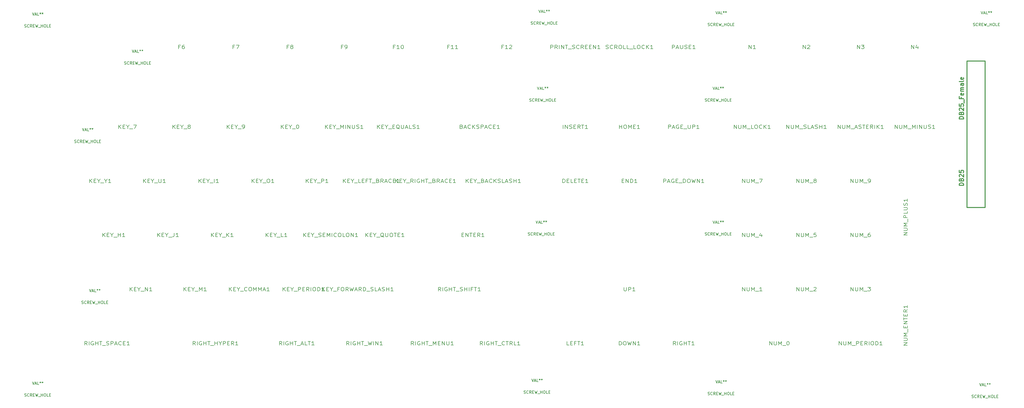
<source format=gbr>
G04 #@! TF.FileFunction,Legend,Top*
%FSLAX46Y46*%
G04 Gerber Fmt 4.6, Leading zero omitted, Abs format (unit mm)*
G04 Created by KiCad (PCBNEW 4.0.7) date 01/14/18 03:39:09*
%MOMM*%
%LPD*%
G01*
G04 APERTURE LIST*
%ADD10C,0.100000*%
%ADD11C,0.304800*%
%ADD12C,0.203200*%
%ADD13C,0.150000*%
G04 APERTURE END LIST*
D10*
D11*
X330325000Y-70154000D02*
X330325000Y-70154000D01*
X330325000Y-70154000D02*
X336675000Y-70154000D01*
X336675000Y-70154000D02*
X336675000Y-18719000D01*
X336675000Y-18719000D02*
X330325000Y-18719000D01*
X330325000Y-18719000D02*
X330325000Y-70027000D01*
X330325000Y-70027000D02*
X330325000Y-70154000D01*
D12*
X153113714Y-41734286D02*
X153331428Y-41794762D01*
X153404000Y-41855238D01*
X153476571Y-41976190D01*
X153476571Y-42157619D01*
X153404000Y-42278571D01*
X153331428Y-42339048D01*
X153186286Y-42399524D01*
X152605714Y-42399524D01*
X152605714Y-41129524D01*
X153113714Y-41129524D01*
X153258857Y-41190000D01*
X153331428Y-41250476D01*
X153404000Y-41371429D01*
X153404000Y-41492381D01*
X153331428Y-41613333D01*
X153258857Y-41673810D01*
X153113714Y-41734286D01*
X152605714Y-41734286D01*
X154057143Y-42036667D02*
X154782857Y-42036667D01*
X153912000Y-42399524D02*
X154420000Y-41129524D01*
X154928000Y-42399524D01*
X156306857Y-42278571D02*
X156234286Y-42339048D01*
X156016572Y-42399524D01*
X155871429Y-42399524D01*
X155653714Y-42339048D01*
X155508572Y-42218095D01*
X155436000Y-42097143D01*
X155363429Y-41855238D01*
X155363429Y-41673810D01*
X155436000Y-41431905D01*
X155508572Y-41310952D01*
X155653714Y-41190000D01*
X155871429Y-41129524D01*
X156016572Y-41129524D01*
X156234286Y-41190000D01*
X156306857Y-41250476D01*
X156960000Y-42399524D02*
X156960000Y-41129524D01*
X157830857Y-42399524D02*
X157177714Y-41673810D01*
X157830857Y-41129524D02*
X156960000Y-41855238D01*
X158411429Y-42339048D02*
X158629143Y-42399524D01*
X158992000Y-42399524D01*
X159137143Y-42339048D01*
X159209714Y-42278571D01*
X159282286Y-42157619D01*
X159282286Y-42036667D01*
X159209714Y-41915714D01*
X159137143Y-41855238D01*
X158992000Y-41794762D01*
X158701714Y-41734286D01*
X158556572Y-41673810D01*
X158484000Y-41613333D01*
X158411429Y-41492381D01*
X158411429Y-41371429D01*
X158484000Y-41250476D01*
X158556572Y-41190000D01*
X158701714Y-41129524D01*
X159064572Y-41129524D01*
X159282286Y-41190000D01*
X159935429Y-42399524D02*
X159935429Y-41129524D01*
X160516001Y-41129524D01*
X160661143Y-41190000D01*
X160733715Y-41250476D01*
X160806286Y-41371429D01*
X160806286Y-41552857D01*
X160733715Y-41673810D01*
X160661143Y-41734286D01*
X160516001Y-41794762D01*
X159935429Y-41794762D01*
X161386858Y-42036667D02*
X162112572Y-42036667D01*
X161241715Y-42399524D02*
X161749715Y-41129524D01*
X162257715Y-42399524D01*
X163636572Y-42278571D02*
X163564001Y-42339048D01*
X163346287Y-42399524D01*
X163201144Y-42399524D01*
X162983429Y-42339048D01*
X162838287Y-42218095D01*
X162765715Y-42097143D01*
X162693144Y-41855238D01*
X162693144Y-41673810D01*
X162765715Y-41431905D01*
X162838287Y-41310952D01*
X162983429Y-41190000D01*
X163201144Y-41129524D01*
X163346287Y-41129524D01*
X163564001Y-41190000D01*
X163636572Y-41250476D01*
X164289715Y-41734286D02*
X164797715Y-41734286D01*
X165015429Y-42399524D02*
X164289715Y-42399524D01*
X164289715Y-41129524D01*
X165015429Y-41129524D01*
X166466858Y-42399524D02*
X165596001Y-42399524D01*
X166031429Y-42399524D02*
X166031429Y-41129524D01*
X165886286Y-41310952D01*
X165741144Y-41431905D01*
X165596001Y-41492381D01*
D11*
X329109429Y-62352572D02*
X327585429Y-62352572D01*
X327585429Y-61989715D01*
X327658000Y-61772000D01*
X327803143Y-61626858D01*
X327948286Y-61554286D01*
X328238571Y-61481715D01*
X328456286Y-61481715D01*
X328746571Y-61554286D01*
X328891714Y-61626858D01*
X329036857Y-61772000D01*
X329109429Y-61989715D01*
X329109429Y-62352572D01*
X328311143Y-60320572D02*
X328383714Y-60102858D01*
X328456286Y-60030286D01*
X328601429Y-59957715D01*
X328819143Y-59957715D01*
X328964286Y-60030286D01*
X329036857Y-60102858D01*
X329109429Y-60248000D01*
X329109429Y-60828572D01*
X327585429Y-60828572D01*
X327585429Y-60320572D01*
X327658000Y-60175429D01*
X327730571Y-60102858D01*
X327875714Y-60030286D01*
X328020857Y-60030286D01*
X328166000Y-60102858D01*
X328238571Y-60175429D01*
X328311143Y-60320572D01*
X328311143Y-60828572D01*
X327730571Y-59377143D02*
X327658000Y-59304572D01*
X327585429Y-59159429D01*
X327585429Y-58796572D01*
X327658000Y-58651429D01*
X327730571Y-58578858D01*
X327875714Y-58506286D01*
X328020857Y-58506286D01*
X328238571Y-58578858D01*
X329109429Y-59449715D01*
X329109429Y-58506286D01*
X327585429Y-57127429D02*
X327585429Y-57853143D01*
X328311143Y-57925714D01*
X328238571Y-57853143D01*
X328166000Y-57708000D01*
X328166000Y-57345143D01*
X328238571Y-57200000D01*
X328311143Y-57127429D01*
X328456286Y-57054857D01*
X328819143Y-57054857D01*
X328964286Y-57127429D01*
X329036857Y-57200000D01*
X329109429Y-57345143D01*
X329109429Y-57708000D01*
X329036857Y-57853143D01*
X328964286Y-57925714D01*
X329109429Y-39057144D02*
X327585429Y-39057144D01*
X327585429Y-38694287D01*
X327658000Y-38476572D01*
X327803143Y-38331430D01*
X327948286Y-38258858D01*
X328238571Y-38186287D01*
X328456286Y-38186287D01*
X328746571Y-38258858D01*
X328891714Y-38331430D01*
X329036857Y-38476572D01*
X329109429Y-38694287D01*
X329109429Y-39057144D01*
X328311143Y-37025144D02*
X328383714Y-36807430D01*
X328456286Y-36734858D01*
X328601429Y-36662287D01*
X328819143Y-36662287D01*
X328964286Y-36734858D01*
X329036857Y-36807430D01*
X329109429Y-36952572D01*
X329109429Y-37533144D01*
X327585429Y-37533144D01*
X327585429Y-37025144D01*
X327658000Y-36880001D01*
X327730571Y-36807430D01*
X327875714Y-36734858D01*
X328020857Y-36734858D01*
X328166000Y-36807430D01*
X328238571Y-36880001D01*
X328311143Y-37025144D01*
X328311143Y-37533144D01*
X327730571Y-36081715D02*
X327658000Y-36009144D01*
X327585429Y-35864001D01*
X327585429Y-35501144D01*
X327658000Y-35356001D01*
X327730571Y-35283430D01*
X327875714Y-35210858D01*
X328020857Y-35210858D01*
X328238571Y-35283430D01*
X329109429Y-36154287D01*
X329109429Y-35210858D01*
X327585429Y-33832001D02*
X327585429Y-34557715D01*
X328311143Y-34630286D01*
X328238571Y-34557715D01*
X328166000Y-34412572D01*
X328166000Y-34049715D01*
X328238571Y-33904572D01*
X328311143Y-33832001D01*
X328456286Y-33759429D01*
X328819143Y-33759429D01*
X328964286Y-33832001D01*
X329036857Y-33904572D01*
X329109429Y-34049715D01*
X329109429Y-34412572D01*
X329036857Y-34557715D01*
X328964286Y-34630286D01*
X329254571Y-33469143D02*
X329254571Y-32308000D01*
X328311143Y-31437143D02*
X328311143Y-31945143D01*
X329109429Y-31945143D02*
X327585429Y-31945143D01*
X327585429Y-31219429D01*
X329036857Y-30058285D02*
X329109429Y-30203428D01*
X329109429Y-30493714D01*
X329036857Y-30638857D01*
X328891714Y-30711428D01*
X328311143Y-30711428D01*
X328166000Y-30638857D01*
X328093429Y-30493714D01*
X328093429Y-30203428D01*
X328166000Y-30058285D01*
X328311143Y-29985714D01*
X328456286Y-29985714D01*
X328601429Y-30711428D01*
X329109429Y-29332571D02*
X328093429Y-29332571D01*
X328238571Y-29332571D02*
X328166000Y-29259999D01*
X328093429Y-29114857D01*
X328093429Y-28897142D01*
X328166000Y-28751999D01*
X328311143Y-28679428D01*
X329109429Y-28679428D01*
X328311143Y-28679428D02*
X328166000Y-28606857D01*
X328093429Y-28461714D01*
X328093429Y-28243999D01*
X328166000Y-28098857D01*
X328311143Y-28026285D01*
X329109429Y-28026285D01*
X329109429Y-26647428D02*
X328311143Y-26647428D01*
X328166000Y-26719999D01*
X328093429Y-26865142D01*
X328093429Y-27155428D01*
X328166000Y-27300571D01*
X329036857Y-26647428D02*
X329109429Y-26792571D01*
X329109429Y-27155428D01*
X329036857Y-27300571D01*
X328891714Y-27373142D01*
X328746571Y-27373142D01*
X328601429Y-27300571D01*
X328528857Y-27155428D01*
X328528857Y-26792571D01*
X328456286Y-26647428D01*
X329109429Y-25704000D02*
X329036857Y-25849142D01*
X328891714Y-25921714D01*
X327585429Y-25921714D01*
X329036857Y-24542856D02*
X329109429Y-24687999D01*
X329109429Y-24978285D01*
X329036857Y-25123428D01*
X328891714Y-25195999D01*
X328311143Y-25195999D01*
X328166000Y-25123428D01*
X328093429Y-24978285D01*
X328093429Y-24687999D01*
X328166000Y-24542856D01*
X328311143Y-24470285D01*
X328456286Y-24470285D01*
X328601429Y-25195999D01*
D12*
X188609429Y-61399524D02*
X188609429Y-60129524D01*
X188972286Y-60129524D01*
X189190001Y-60190000D01*
X189335143Y-60310952D01*
X189407715Y-60431905D01*
X189480286Y-60673810D01*
X189480286Y-60855238D01*
X189407715Y-61097143D01*
X189335143Y-61218095D01*
X189190001Y-61339048D01*
X188972286Y-61399524D01*
X188609429Y-61399524D01*
X190133429Y-60734286D02*
X190641429Y-60734286D01*
X190859143Y-61399524D02*
X190133429Y-61399524D01*
X190133429Y-60129524D01*
X190859143Y-60129524D01*
X192238000Y-61399524D02*
X191512286Y-61399524D01*
X191512286Y-60129524D01*
X192746000Y-60734286D02*
X193254000Y-60734286D01*
X193471714Y-61399524D02*
X192746000Y-61399524D01*
X192746000Y-60129524D01*
X193471714Y-60129524D01*
X193907143Y-60129524D02*
X194778000Y-60129524D01*
X194342571Y-61399524D02*
X194342571Y-60129524D01*
X195286000Y-60734286D02*
X195794000Y-60734286D01*
X196011714Y-61399524D02*
X195286000Y-61399524D01*
X195286000Y-60129524D01*
X196011714Y-60129524D01*
X197463143Y-61399524D02*
X196592286Y-61399524D01*
X197027714Y-61399524D02*
X197027714Y-60129524D01*
X196882571Y-60310952D01*
X196737429Y-60431905D01*
X196592286Y-60492381D01*
X208407715Y-118399524D02*
X208407715Y-117129524D01*
X208770572Y-117129524D01*
X208988287Y-117190000D01*
X209133429Y-117310952D01*
X209206001Y-117431905D01*
X209278572Y-117673810D01*
X209278572Y-117855238D01*
X209206001Y-118097143D01*
X209133429Y-118218095D01*
X208988287Y-118339048D01*
X208770572Y-118399524D01*
X208407715Y-118399524D01*
X210222001Y-117129524D02*
X210512287Y-117129524D01*
X210657429Y-117190000D01*
X210802572Y-117310952D01*
X210875144Y-117552857D01*
X210875144Y-117976190D01*
X210802572Y-118218095D01*
X210657429Y-118339048D01*
X210512287Y-118399524D01*
X210222001Y-118399524D01*
X210076858Y-118339048D01*
X209931715Y-118218095D01*
X209859144Y-117976190D01*
X209859144Y-117552857D01*
X209931715Y-117310952D01*
X210076858Y-117190000D01*
X210222001Y-117129524D01*
X211383143Y-117129524D02*
X211746000Y-118399524D01*
X212036286Y-117492381D01*
X212326572Y-118399524D01*
X212689429Y-117129524D01*
X213270000Y-118399524D02*
X213270000Y-117129524D01*
X214140857Y-118399524D01*
X214140857Y-117129524D01*
X215664857Y-118399524D02*
X214794000Y-118399524D01*
X215229428Y-118399524D02*
X215229428Y-117129524D01*
X215084285Y-117310952D01*
X214939143Y-117431905D01*
X214794000Y-117492381D01*
X209387429Y-60734286D02*
X209895429Y-60734286D01*
X210113143Y-61399524D02*
X209387429Y-61399524D01*
X209387429Y-60129524D01*
X210113143Y-60129524D01*
X210766286Y-61399524D02*
X210766286Y-60129524D01*
X211637143Y-61399524D01*
X211637143Y-60129524D01*
X212362857Y-61399524D02*
X212362857Y-60129524D01*
X212725714Y-60129524D01*
X212943429Y-60190000D01*
X213088571Y-60310952D01*
X213161143Y-60431905D01*
X213233714Y-60673810D01*
X213233714Y-60855238D01*
X213161143Y-61097143D01*
X213088571Y-61218095D01*
X212943429Y-61339048D01*
X212725714Y-61399524D01*
X212362857Y-61399524D01*
X214685143Y-61399524D02*
X213814286Y-61399524D01*
X214249714Y-61399524D02*
X214249714Y-60129524D01*
X214104571Y-60310952D01*
X213959429Y-60431905D01*
X213814286Y-60492381D01*
X153242429Y-79734286D02*
X153750429Y-79734286D01*
X153968143Y-80399524D02*
X153242429Y-80399524D01*
X153242429Y-79129524D01*
X153968143Y-79129524D01*
X154621286Y-80399524D02*
X154621286Y-79129524D01*
X155492143Y-80399524D01*
X155492143Y-79129524D01*
X156000143Y-79129524D02*
X156871000Y-79129524D01*
X156435571Y-80399524D02*
X156435571Y-79129524D01*
X157379000Y-79734286D02*
X157887000Y-79734286D01*
X158104714Y-80399524D02*
X157379000Y-80399524D01*
X157379000Y-79129524D01*
X158104714Y-79129524D01*
X159628714Y-80399524D02*
X159120714Y-79794762D01*
X158757857Y-80399524D02*
X158757857Y-79129524D01*
X159338429Y-79129524D01*
X159483571Y-79190000D01*
X159556143Y-79250476D01*
X159628714Y-79371429D01*
X159628714Y-79552857D01*
X159556143Y-79673810D01*
X159483571Y-79734286D01*
X159338429Y-79794762D01*
X158757857Y-79794762D01*
X161080143Y-80399524D02*
X160209286Y-80399524D01*
X160644714Y-80399524D02*
X160644714Y-79129524D01*
X160499571Y-79310952D01*
X160354429Y-79431905D01*
X160209286Y-79492381D01*
X54492000Y-13734286D02*
X53984000Y-13734286D01*
X53984000Y-14399524D02*
X53984000Y-13129524D01*
X54709714Y-13129524D01*
X55943429Y-13129524D02*
X55653143Y-13129524D01*
X55508000Y-13190000D01*
X55435429Y-13250476D01*
X55290286Y-13431905D01*
X55217715Y-13673810D01*
X55217715Y-14157619D01*
X55290286Y-14278571D01*
X55362858Y-14339048D01*
X55508000Y-14399524D01*
X55798286Y-14399524D01*
X55943429Y-14339048D01*
X56016000Y-14278571D01*
X56088572Y-14157619D01*
X56088572Y-13855238D01*
X56016000Y-13734286D01*
X55943429Y-13673810D01*
X55798286Y-13613333D01*
X55508000Y-13613333D01*
X55362858Y-13673810D01*
X55290286Y-13734286D01*
X55217715Y-13855238D01*
X73492000Y-13734286D02*
X72984000Y-13734286D01*
X72984000Y-14399524D02*
X72984000Y-13129524D01*
X73709714Y-13129524D01*
X74145143Y-13129524D02*
X75161143Y-13129524D01*
X74508000Y-14399524D01*
X92492000Y-13734286D02*
X91984000Y-13734286D01*
X91984000Y-14399524D02*
X91984000Y-13129524D01*
X92709714Y-13129524D01*
X93508000Y-13673810D02*
X93362858Y-13613333D01*
X93290286Y-13552857D01*
X93217715Y-13431905D01*
X93217715Y-13371429D01*
X93290286Y-13250476D01*
X93362858Y-13190000D01*
X93508000Y-13129524D01*
X93798286Y-13129524D01*
X93943429Y-13190000D01*
X94016000Y-13250476D01*
X94088572Y-13371429D01*
X94088572Y-13431905D01*
X94016000Y-13552857D01*
X93943429Y-13613333D01*
X93798286Y-13673810D01*
X93508000Y-13673810D01*
X93362858Y-13734286D01*
X93290286Y-13794762D01*
X93217715Y-13915714D01*
X93217715Y-14157619D01*
X93290286Y-14278571D01*
X93362858Y-14339048D01*
X93508000Y-14399524D01*
X93798286Y-14399524D01*
X93943429Y-14339048D01*
X94016000Y-14278571D01*
X94088572Y-14157619D01*
X94088572Y-13915714D01*
X94016000Y-13794762D01*
X93943429Y-13734286D01*
X93798286Y-13673810D01*
X111492000Y-13734286D02*
X110984000Y-13734286D01*
X110984000Y-14399524D02*
X110984000Y-13129524D01*
X111709714Y-13129524D01*
X112362858Y-14399524D02*
X112653143Y-14399524D01*
X112798286Y-14339048D01*
X112870858Y-14278571D01*
X113016000Y-14097143D01*
X113088572Y-13855238D01*
X113088572Y-13371429D01*
X113016000Y-13250476D01*
X112943429Y-13190000D01*
X112798286Y-13129524D01*
X112508000Y-13129524D01*
X112362858Y-13190000D01*
X112290286Y-13250476D01*
X112217715Y-13371429D01*
X112217715Y-13673810D01*
X112290286Y-13794762D01*
X112362858Y-13855238D01*
X112508000Y-13915714D01*
X112798286Y-13915714D01*
X112943429Y-13855238D01*
X113016000Y-13794762D01*
X113088572Y-13673810D01*
X129766285Y-13734286D02*
X129258285Y-13734286D01*
X129258285Y-14399524D02*
X129258285Y-13129524D01*
X129983999Y-13129524D01*
X131362857Y-14399524D02*
X130492000Y-14399524D01*
X130927428Y-14399524D02*
X130927428Y-13129524D01*
X130782285Y-13310952D01*
X130637143Y-13431905D01*
X130492000Y-13492381D01*
X132306286Y-13129524D02*
X132451429Y-13129524D01*
X132596572Y-13190000D01*
X132669143Y-13250476D01*
X132741714Y-13371429D01*
X132814286Y-13613333D01*
X132814286Y-13915714D01*
X132741714Y-14157619D01*
X132669143Y-14278571D01*
X132596572Y-14339048D01*
X132451429Y-14399524D01*
X132306286Y-14399524D01*
X132161143Y-14339048D01*
X132088572Y-14278571D01*
X132016000Y-14157619D01*
X131943429Y-13915714D01*
X131943429Y-13613333D01*
X132016000Y-13371429D01*
X132088572Y-13250476D01*
X132161143Y-13190000D01*
X132306286Y-13129524D01*
X148766285Y-13734286D02*
X148258285Y-13734286D01*
X148258285Y-14399524D02*
X148258285Y-13129524D01*
X148983999Y-13129524D01*
X150362857Y-14399524D02*
X149492000Y-14399524D01*
X149927428Y-14399524D02*
X149927428Y-13129524D01*
X149782285Y-13310952D01*
X149637143Y-13431905D01*
X149492000Y-13492381D01*
X151814286Y-14399524D02*
X150943429Y-14399524D01*
X151378857Y-14399524D02*
X151378857Y-13129524D01*
X151233714Y-13310952D01*
X151088572Y-13431905D01*
X150943429Y-13492381D01*
X167766285Y-13734286D02*
X167258285Y-13734286D01*
X167258285Y-14399524D02*
X167258285Y-13129524D01*
X167983999Y-13129524D01*
X169362857Y-14399524D02*
X168492000Y-14399524D01*
X168927428Y-14399524D02*
X168927428Y-13129524D01*
X168782285Y-13310952D01*
X168637143Y-13431905D01*
X168492000Y-13492381D01*
X169943429Y-13250476D02*
X170016000Y-13190000D01*
X170161143Y-13129524D01*
X170524000Y-13129524D01*
X170669143Y-13190000D01*
X170741714Y-13250476D01*
X170814286Y-13371429D01*
X170814286Y-13492381D01*
X170741714Y-13673810D01*
X169870857Y-14399524D01*
X170814286Y-14399524D01*
X208480286Y-42399524D02*
X208480286Y-41129524D01*
X208480286Y-41734286D02*
X209351143Y-41734286D01*
X209351143Y-42399524D02*
X209351143Y-41129524D01*
X210367143Y-41129524D02*
X210657429Y-41129524D01*
X210802571Y-41190000D01*
X210947714Y-41310952D01*
X211020286Y-41552857D01*
X211020286Y-41976190D01*
X210947714Y-42218095D01*
X210802571Y-42339048D01*
X210657429Y-42399524D01*
X210367143Y-42399524D01*
X210222000Y-42339048D01*
X210076857Y-42218095D01*
X210004286Y-41976190D01*
X210004286Y-41552857D01*
X210076857Y-41310952D01*
X210222000Y-41190000D01*
X210367143Y-41129524D01*
X211673428Y-42399524D02*
X211673428Y-41129524D01*
X212181428Y-42036667D01*
X212689428Y-41129524D01*
X212689428Y-42399524D01*
X213415142Y-41734286D02*
X213923142Y-41734286D01*
X214140856Y-42399524D02*
X213415142Y-42399524D01*
X213415142Y-41129524D01*
X214140856Y-41129524D01*
X215592285Y-42399524D02*
X214721428Y-42399524D01*
X215156856Y-42399524D02*
X215156856Y-41129524D01*
X215011713Y-41310952D01*
X214866571Y-41431905D01*
X214721428Y-41492381D01*
X188718286Y-42399524D02*
X188718286Y-41129524D01*
X189444000Y-42399524D02*
X189444000Y-41129524D01*
X190314857Y-42399524D01*
X190314857Y-41129524D01*
X190968000Y-42339048D02*
X191185714Y-42399524D01*
X191548571Y-42399524D01*
X191693714Y-42339048D01*
X191766285Y-42278571D01*
X191838857Y-42157619D01*
X191838857Y-42036667D01*
X191766285Y-41915714D01*
X191693714Y-41855238D01*
X191548571Y-41794762D01*
X191258285Y-41734286D01*
X191113143Y-41673810D01*
X191040571Y-41613333D01*
X190968000Y-41492381D01*
X190968000Y-41371429D01*
X191040571Y-41250476D01*
X191113143Y-41190000D01*
X191258285Y-41129524D01*
X191621143Y-41129524D01*
X191838857Y-41190000D01*
X192492000Y-41734286D02*
X193000000Y-41734286D01*
X193217714Y-42399524D02*
X192492000Y-42399524D01*
X192492000Y-41129524D01*
X193217714Y-41129524D01*
X194741714Y-42399524D02*
X194233714Y-41794762D01*
X193870857Y-42399524D02*
X193870857Y-41129524D01*
X194451429Y-41129524D01*
X194596571Y-41190000D01*
X194669143Y-41250476D01*
X194741714Y-41371429D01*
X194741714Y-41552857D01*
X194669143Y-41673810D01*
X194596571Y-41734286D01*
X194451429Y-41794762D01*
X193870857Y-41794762D01*
X195177143Y-41129524D02*
X196048000Y-41129524D01*
X195612571Y-42399524D02*
X195612571Y-41129524D01*
X197354286Y-42399524D02*
X196483429Y-42399524D01*
X196918857Y-42399524D02*
X196918857Y-41129524D01*
X196773714Y-41310952D01*
X196628572Y-41431905D01*
X196483429Y-41492381D01*
X89952000Y-42399524D02*
X89952000Y-41129524D01*
X90822857Y-42399524D02*
X90169714Y-41673810D01*
X90822857Y-41129524D02*
X89952000Y-41855238D01*
X91476000Y-41734286D02*
X91984000Y-41734286D01*
X92201714Y-42399524D02*
X91476000Y-42399524D01*
X91476000Y-41129524D01*
X92201714Y-41129524D01*
X93145143Y-41794762D02*
X93145143Y-42399524D01*
X92637143Y-41129524D02*
X93145143Y-41794762D01*
X93653143Y-41129524D01*
X93798286Y-42520476D02*
X94959429Y-42520476D01*
X95612572Y-41129524D02*
X95757715Y-41129524D01*
X95902858Y-41190000D01*
X95975429Y-41250476D01*
X96048000Y-41371429D01*
X96120572Y-41613333D01*
X96120572Y-41915714D01*
X96048000Y-42157619D01*
X95975429Y-42278571D01*
X95902858Y-42339048D01*
X95757715Y-42399524D01*
X95612572Y-42399524D01*
X95467429Y-42339048D01*
X95394858Y-42278571D01*
X95322286Y-42157619D01*
X95249715Y-41915714D01*
X95249715Y-41613333D01*
X95322286Y-41371429D01*
X95394858Y-41250476D01*
X95467429Y-41190000D01*
X95612572Y-41129524D01*
X32952000Y-42399524D02*
X32952000Y-41129524D01*
X33822857Y-42399524D02*
X33169714Y-41673810D01*
X33822857Y-41129524D02*
X32952000Y-41855238D01*
X34476000Y-41734286D02*
X34984000Y-41734286D01*
X35201714Y-42399524D02*
X34476000Y-42399524D01*
X34476000Y-41129524D01*
X35201714Y-41129524D01*
X36145143Y-41794762D02*
X36145143Y-42399524D01*
X35637143Y-41129524D02*
X36145143Y-41794762D01*
X36653143Y-41129524D01*
X36798286Y-42520476D02*
X37959429Y-42520476D01*
X38177143Y-41129524D02*
X39193143Y-41129524D01*
X38540000Y-42399524D01*
X51952000Y-42399524D02*
X51952000Y-41129524D01*
X52822857Y-42399524D02*
X52169714Y-41673810D01*
X52822857Y-41129524D02*
X51952000Y-41855238D01*
X53476000Y-41734286D02*
X53984000Y-41734286D01*
X54201714Y-42399524D02*
X53476000Y-42399524D01*
X53476000Y-41129524D01*
X54201714Y-41129524D01*
X55145143Y-41794762D02*
X55145143Y-42399524D01*
X54637143Y-41129524D02*
X55145143Y-41794762D01*
X55653143Y-41129524D01*
X55798286Y-42520476D02*
X56959429Y-42520476D01*
X57540000Y-41673810D02*
X57394858Y-41613333D01*
X57322286Y-41552857D01*
X57249715Y-41431905D01*
X57249715Y-41371429D01*
X57322286Y-41250476D01*
X57394858Y-41190000D01*
X57540000Y-41129524D01*
X57830286Y-41129524D01*
X57975429Y-41190000D01*
X58048000Y-41250476D01*
X58120572Y-41371429D01*
X58120572Y-41431905D01*
X58048000Y-41552857D01*
X57975429Y-41613333D01*
X57830286Y-41673810D01*
X57540000Y-41673810D01*
X57394858Y-41734286D01*
X57322286Y-41794762D01*
X57249715Y-41915714D01*
X57249715Y-42157619D01*
X57322286Y-42278571D01*
X57394858Y-42339048D01*
X57540000Y-42399524D01*
X57830286Y-42399524D01*
X57975429Y-42339048D01*
X58048000Y-42278571D01*
X58120572Y-42157619D01*
X58120572Y-41915714D01*
X58048000Y-41794762D01*
X57975429Y-41734286D01*
X57830286Y-41673810D01*
X70952000Y-42399524D02*
X70952000Y-41129524D01*
X71822857Y-42399524D02*
X71169714Y-41673810D01*
X71822857Y-41129524D02*
X70952000Y-41855238D01*
X72476000Y-41734286D02*
X72984000Y-41734286D01*
X73201714Y-42399524D02*
X72476000Y-42399524D01*
X72476000Y-41129524D01*
X73201714Y-41129524D01*
X74145143Y-41794762D02*
X74145143Y-42399524D01*
X73637143Y-41129524D02*
X74145143Y-41794762D01*
X74653143Y-41129524D01*
X74798286Y-42520476D02*
X75959429Y-42520476D01*
X76394858Y-42399524D02*
X76685143Y-42399524D01*
X76830286Y-42339048D01*
X76902858Y-42278571D01*
X77048000Y-42097143D01*
X77120572Y-41855238D01*
X77120572Y-41371429D01*
X77048000Y-41250476D01*
X76975429Y-41190000D01*
X76830286Y-41129524D01*
X76540000Y-41129524D01*
X76394858Y-41190000D01*
X76322286Y-41250476D01*
X76249715Y-41371429D01*
X76249715Y-41673810D01*
X76322286Y-41794762D01*
X76394858Y-41855238D01*
X76540000Y-41915714D01*
X76830286Y-41915714D01*
X76975429Y-41855238D01*
X77048000Y-41794762D01*
X77120572Y-41673810D01*
X154743142Y-61399524D02*
X154743142Y-60129524D01*
X155613999Y-61399524D02*
X154960856Y-60673810D01*
X155613999Y-60129524D02*
X154743142Y-60855238D01*
X156267142Y-60734286D02*
X156775142Y-60734286D01*
X156992856Y-61399524D02*
X156267142Y-61399524D01*
X156267142Y-60129524D01*
X156992856Y-60129524D01*
X157936285Y-60794762D02*
X157936285Y-61399524D01*
X157428285Y-60129524D02*
X157936285Y-60794762D01*
X158444285Y-60129524D01*
X158589428Y-61520476D02*
X159750571Y-61520476D01*
X160621428Y-60734286D02*
X160839142Y-60794762D01*
X160911714Y-60855238D01*
X160984285Y-60976190D01*
X160984285Y-61157619D01*
X160911714Y-61278571D01*
X160839142Y-61339048D01*
X160694000Y-61399524D01*
X160113428Y-61399524D01*
X160113428Y-60129524D01*
X160621428Y-60129524D01*
X160766571Y-60190000D01*
X160839142Y-60250476D01*
X160911714Y-60371429D01*
X160911714Y-60492381D01*
X160839142Y-60613333D01*
X160766571Y-60673810D01*
X160621428Y-60734286D01*
X160113428Y-60734286D01*
X161564857Y-61036667D02*
X162290571Y-61036667D01*
X161419714Y-61399524D02*
X161927714Y-60129524D01*
X162435714Y-61399524D01*
X163814571Y-61278571D02*
X163742000Y-61339048D01*
X163524286Y-61399524D01*
X163379143Y-61399524D01*
X163161428Y-61339048D01*
X163016286Y-61218095D01*
X162943714Y-61097143D01*
X162871143Y-60855238D01*
X162871143Y-60673810D01*
X162943714Y-60431905D01*
X163016286Y-60310952D01*
X163161428Y-60190000D01*
X163379143Y-60129524D01*
X163524286Y-60129524D01*
X163742000Y-60190000D01*
X163814571Y-60250476D01*
X164467714Y-61399524D02*
X164467714Y-60129524D01*
X165338571Y-61399524D02*
X164685428Y-60673810D01*
X165338571Y-60129524D02*
X164467714Y-60855238D01*
X165919143Y-61339048D02*
X166136857Y-61399524D01*
X166499714Y-61399524D01*
X166644857Y-61339048D01*
X166717428Y-61278571D01*
X166790000Y-61157619D01*
X166790000Y-61036667D01*
X166717428Y-60915714D01*
X166644857Y-60855238D01*
X166499714Y-60794762D01*
X166209428Y-60734286D01*
X166064286Y-60673810D01*
X165991714Y-60613333D01*
X165919143Y-60492381D01*
X165919143Y-60371429D01*
X165991714Y-60250476D01*
X166064286Y-60190000D01*
X166209428Y-60129524D01*
X166572286Y-60129524D01*
X166790000Y-60190000D01*
X168168857Y-61399524D02*
X167443143Y-61399524D01*
X167443143Y-60129524D01*
X168604286Y-61036667D02*
X169330000Y-61036667D01*
X168459143Y-61399524D02*
X168967143Y-60129524D01*
X169475143Y-61399524D01*
X169910572Y-61339048D02*
X170128286Y-61399524D01*
X170491143Y-61399524D01*
X170636286Y-61339048D01*
X170708857Y-61278571D01*
X170781429Y-61157619D01*
X170781429Y-61036667D01*
X170708857Y-60915714D01*
X170636286Y-60855238D01*
X170491143Y-60794762D01*
X170200857Y-60734286D01*
X170055715Y-60673810D01*
X169983143Y-60613333D01*
X169910572Y-60492381D01*
X169910572Y-60371429D01*
X169983143Y-60250476D01*
X170055715Y-60190000D01*
X170200857Y-60129524D01*
X170563715Y-60129524D01*
X170781429Y-60190000D01*
X171434572Y-61399524D02*
X171434572Y-60129524D01*
X171434572Y-60734286D02*
X172305429Y-60734286D01*
X172305429Y-61399524D02*
X172305429Y-60129524D01*
X173829429Y-61399524D02*
X172958572Y-61399524D01*
X173394000Y-61399524D02*
X173394000Y-60129524D01*
X173248857Y-60310952D01*
X173103715Y-60431905D01*
X172958572Y-60492381D01*
X71746857Y-99399524D02*
X71746857Y-98129524D01*
X72617714Y-99399524D02*
X71964571Y-98673810D01*
X72617714Y-98129524D02*
X71746857Y-98855238D01*
X73270857Y-98734286D02*
X73778857Y-98734286D01*
X73996571Y-99399524D02*
X73270857Y-99399524D01*
X73270857Y-98129524D01*
X73996571Y-98129524D01*
X74940000Y-98794762D02*
X74940000Y-99399524D01*
X74432000Y-98129524D02*
X74940000Y-98794762D01*
X75448000Y-98129524D01*
X75593143Y-99520476D02*
X76754286Y-99520476D01*
X77988000Y-99278571D02*
X77915429Y-99339048D01*
X77697715Y-99399524D01*
X77552572Y-99399524D01*
X77334857Y-99339048D01*
X77189715Y-99218095D01*
X77117143Y-99097143D01*
X77044572Y-98855238D01*
X77044572Y-98673810D01*
X77117143Y-98431905D01*
X77189715Y-98310952D01*
X77334857Y-98190000D01*
X77552572Y-98129524D01*
X77697715Y-98129524D01*
X77915429Y-98190000D01*
X77988000Y-98250476D01*
X78931429Y-98129524D02*
X79221715Y-98129524D01*
X79366857Y-98190000D01*
X79512000Y-98310952D01*
X79584572Y-98552857D01*
X79584572Y-98976190D01*
X79512000Y-99218095D01*
X79366857Y-99339048D01*
X79221715Y-99399524D01*
X78931429Y-99399524D01*
X78786286Y-99339048D01*
X78641143Y-99218095D01*
X78568572Y-98976190D01*
X78568572Y-98552857D01*
X78641143Y-98310952D01*
X78786286Y-98190000D01*
X78931429Y-98129524D01*
X80237714Y-99399524D02*
X80237714Y-98129524D01*
X80745714Y-99036667D01*
X81253714Y-98129524D01*
X81253714Y-99399524D01*
X81979428Y-99399524D02*
X81979428Y-98129524D01*
X82487428Y-99036667D01*
X82995428Y-98129524D01*
X82995428Y-99399524D01*
X83648571Y-99036667D02*
X84374285Y-99036667D01*
X83503428Y-99399524D02*
X84011428Y-98129524D01*
X84519428Y-99399524D01*
X85825714Y-99399524D02*
X84954857Y-99399524D01*
X85390285Y-99399524D02*
X85390285Y-98129524D01*
X85245142Y-98310952D01*
X85100000Y-98431905D01*
X84954857Y-98492381D01*
X123670286Y-42399524D02*
X123670286Y-41129524D01*
X124541143Y-42399524D02*
X123888000Y-41673810D01*
X124541143Y-41129524D02*
X123670286Y-41855238D01*
X125194286Y-41734286D02*
X125702286Y-41734286D01*
X125920000Y-42399524D02*
X125194286Y-42399524D01*
X125194286Y-41129524D01*
X125920000Y-41129524D01*
X126863429Y-41794762D02*
X126863429Y-42399524D01*
X126355429Y-41129524D02*
X126863429Y-41794762D01*
X127371429Y-41129524D01*
X127516572Y-42520476D02*
X128677715Y-42520476D01*
X129040572Y-41734286D02*
X129548572Y-41734286D01*
X129766286Y-42399524D02*
X129040572Y-42399524D01*
X129040572Y-41129524D01*
X129766286Y-41129524D01*
X131435429Y-42520476D02*
X131290286Y-42460000D01*
X131145143Y-42339048D01*
X130927429Y-42157619D01*
X130782286Y-42097143D01*
X130637143Y-42097143D01*
X130709715Y-42399524D02*
X130564572Y-42339048D01*
X130419429Y-42218095D01*
X130346858Y-41976190D01*
X130346858Y-41552857D01*
X130419429Y-41310952D01*
X130564572Y-41190000D01*
X130709715Y-41129524D01*
X131000001Y-41129524D01*
X131145143Y-41190000D01*
X131290286Y-41310952D01*
X131362858Y-41552857D01*
X131362858Y-41976190D01*
X131290286Y-42218095D01*
X131145143Y-42339048D01*
X131000001Y-42399524D01*
X130709715Y-42399524D01*
X132016000Y-41129524D02*
X132016000Y-42157619D01*
X132088572Y-42278571D01*
X132161143Y-42339048D01*
X132306286Y-42399524D01*
X132596572Y-42399524D01*
X132741714Y-42339048D01*
X132814286Y-42278571D01*
X132886857Y-42157619D01*
X132886857Y-41129524D01*
X133540000Y-42036667D02*
X134265714Y-42036667D01*
X133394857Y-42399524D02*
X133902857Y-41129524D01*
X134410857Y-42399524D01*
X135644571Y-42399524D02*
X134918857Y-42399524D01*
X134918857Y-41129524D01*
X136080000Y-42339048D02*
X136297714Y-42399524D01*
X136660571Y-42399524D01*
X136805714Y-42339048D01*
X136878285Y-42278571D01*
X136950857Y-42157619D01*
X136950857Y-42036667D01*
X136878285Y-41915714D01*
X136805714Y-41855238D01*
X136660571Y-41794762D01*
X136370285Y-41734286D01*
X136225143Y-41673810D01*
X136152571Y-41613333D01*
X136080000Y-41492381D01*
X136080000Y-41371429D01*
X136152571Y-41250476D01*
X136225143Y-41190000D01*
X136370285Y-41129524D01*
X136733143Y-41129524D01*
X136950857Y-41190000D01*
X138402286Y-42399524D02*
X137531429Y-42399524D01*
X137966857Y-42399524D02*
X137966857Y-41129524D01*
X137821714Y-41310952D01*
X137676572Y-41431905D01*
X137531429Y-41492381D01*
X104340285Y-99399524D02*
X104340285Y-98129524D01*
X105211142Y-99399524D02*
X104557999Y-98673810D01*
X105211142Y-98129524D02*
X104340285Y-98855238D01*
X105864285Y-98734286D02*
X106372285Y-98734286D01*
X106589999Y-99399524D02*
X105864285Y-99399524D01*
X105864285Y-98129524D01*
X106589999Y-98129524D01*
X107533428Y-98794762D02*
X107533428Y-99399524D01*
X107025428Y-98129524D02*
X107533428Y-98794762D01*
X108041428Y-98129524D01*
X108186571Y-99520476D02*
X109347714Y-99520476D01*
X110218571Y-98734286D02*
X109710571Y-98734286D01*
X109710571Y-99399524D02*
X109710571Y-98129524D01*
X110436285Y-98129524D01*
X111307143Y-98129524D02*
X111597429Y-98129524D01*
X111742571Y-98190000D01*
X111887714Y-98310952D01*
X111960286Y-98552857D01*
X111960286Y-98976190D01*
X111887714Y-99218095D01*
X111742571Y-99339048D01*
X111597429Y-99399524D01*
X111307143Y-99399524D01*
X111162000Y-99339048D01*
X111016857Y-99218095D01*
X110944286Y-98976190D01*
X110944286Y-98552857D01*
X111016857Y-98310952D01*
X111162000Y-98190000D01*
X111307143Y-98129524D01*
X113484285Y-99399524D02*
X112976285Y-98794762D01*
X112613428Y-99399524D02*
X112613428Y-98129524D01*
X113194000Y-98129524D01*
X113339142Y-98190000D01*
X113411714Y-98250476D01*
X113484285Y-98371429D01*
X113484285Y-98552857D01*
X113411714Y-98673810D01*
X113339142Y-98734286D01*
X113194000Y-98794762D01*
X112613428Y-98794762D01*
X113992285Y-98129524D02*
X114355142Y-99399524D01*
X114645428Y-98492381D01*
X114935714Y-99399524D01*
X115298571Y-98129524D01*
X115806571Y-99036667D02*
X116532285Y-99036667D01*
X115661428Y-99399524D02*
X116169428Y-98129524D01*
X116677428Y-99399524D01*
X118056285Y-99399524D02*
X117548285Y-98794762D01*
X117185428Y-99399524D02*
X117185428Y-98129524D01*
X117766000Y-98129524D01*
X117911142Y-98190000D01*
X117983714Y-98250476D01*
X118056285Y-98371429D01*
X118056285Y-98552857D01*
X117983714Y-98673810D01*
X117911142Y-98734286D01*
X117766000Y-98794762D01*
X117185428Y-98794762D01*
X118709428Y-99399524D02*
X118709428Y-98129524D01*
X119072285Y-98129524D01*
X119290000Y-98190000D01*
X119435142Y-98310952D01*
X119507714Y-98431905D01*
X119580285Y-98673810D01*
X119580285Y-98855238D01*
X119507714Y-99097143D01*
X119435142Y-99218095D01*
X119290000Y-99339048D01*
X119072285Y-99399524D01*
X118709428Y-99399524D01*
X119870571Y-99520476D02*
X121031714Y-99520476D01*
X121322000Y-99339048D02*
X121539714Y-99399524D01*
X121902571Y-99399524D01*
X122047714Y-99339048D01*
X122120285Y-99278571D01*
X122192857Y-99157619D01*
X122192857Y-99036667D01*
X122120285Y-98915714D01*
X122047714Y-98855238D01*
X121902571Y-98794762D01*
X121612285Y-98734286D01*
X121467143Y-98673810D01*
X121394571Y-98613333D01*
X121322000Y-98492381D01*
X121322000Y-98371429D01*
X121394571Y-98250476D01*
X121467143Y-98190000D01*
X121612285Y-98129524D01*
X121975143Y-98129524D01*
X122192857Y-98190000D01*
X123571714Y-99399524D02*
X122846000Y-99399524D01*
X122846000Y-98129524D01*
X124007143Y-99036667D02*
X124732857Y-99036667D01*
X123862000Y-99399524D02*
X124370000Y-98129524D01*
X124878000Y-99399524D01*
X125313429Y-99339048D02*
X125531143Y-99399524D01*
X125894000Y-99399524D01*
X126039143Y-99339048D01*
X126111714Y-99278571D01*
X126184286Y-99157619D01*
X126184286Y-99036667D01*
X126111714Y-98915714D01*
X126039143Y-98855238D01*
X125894000Y-98794762D01*
X125603714Y-98734286D01*
X125458572Y-98673810D01*
X125386000Y-98613333D01*
X125313429Y-98492381D01*
X125313429Y-98371429D01*
X125386000Y-98250476D01*
X125458572Y-98190000D01*
X125603714Y-98129524D01*
X125966572Y-98129524D01*
X126184286Y-98190000D01*
X126837429Y-99399524D02*
X126837429Y-98129524D01*
X126837429Y-98734286D02*
X127708286Y-98734286D01*
X127708286Y-99399524D02*
X127708286Y-98129524D01*
X129232286Y-99399524D02*
X128361429Y-99399524D01*
X128796857Y-99399524D02*
X128796857Y-98129524D01*
X128651714Y-98310952D01*
X128506572Y-98431905D01*
X128361429Y-98492381D01*
X27403714Y-80399524D02*
X27403714Y-79129524D01*
X28274571Y-80399524D02*
X27621428Y-79673810D01*
X28274571Y-79129524D02*
X27403714Y-79855238D01*
X28927714Y-79734286D02*
X29435714Y-79734286D01*
X29653428Y-80399524D02*
X28927714Y-80399524D01*
X28927714Y-79129524D01*
X29653428Y-79129524D01*
X30596857Y-79794762D02*
X30596857Y-80399524D01*
X30088857Y-79129524D02*
X30596857Y-79794762D01*
X31104857Y-79129524D01*
X31250000Y-80520476D02*
X32411143Y-80520476D01*
X32774000Y-80399524D02*
X32774000Y-79129524D01*
X32774000Y-79734286D02*
X33644857Y-79734286D01*
X33644857Y-80399524D02*
X33644857Y-79129524D01*
X35168857Y-80399524D02*
X34298000Y-80399524D01*
X34733428Y-80399524D02*
X34733428Y-79129524D01*
X34588285Y-79310952D01*
X34443143Y-79431905D01*
X34298000Y-79492381D01*
X61089143Y-61399524D02*
X61089143Y-60129524D01*
X61960000Y-61399524D02*
X61306857Y-60673810D01*
X61960000Y-60129524D02*
X61089143Y-60855238D01*
X62613143Y-60734286D02*
X63121143Y-60734286D01*
X63338857Y-61399524D02*
X62613143Y-61399524D01*
X62613143Y-60129524D01*
X63338857Y-60129524D01*
X64282286Y-60794762D02*
X64282286Y-61399524D01*
X63774286Y-60129524D02*
X64282286Y-60794762D01*
X64790286Y-60129524D01*
X64935429Y-61520476D02*
X66096572Y-61520476D01*
X66459429Y-61399524D02*
X66459429Y-60129524D01*
X67983429Y-61399524D02*
X67112572Y-61399524D01*
X67548000Y-61399524D02*
X67548000Y-60129524D01*
X67402857Y-60310952D01*
X67257715Y-60431905D01*
X67112572Y-60492381D01*
X46621428Y-80399524D02*
X46621428Y-79129524D01*
X47492285Y-80399524D02*
X46839142Y-79673810D01*
X47492285Y-79129524D02*
X46621428Y-79855238D01*
X48145428Y-79734286D02*
X48653428Y-79734286D01*
X48871142Y-80399524D02*
X48145428Y-80399524D01*
X48145428Y-79129524D01*
X48871142Y-79129524D01*
X49814571Y-79794762D02*
X49814571Y-80399524D01*
X49306571Y-79129524D02*
X49814571Y-79794762D01*
X50322571Y-79129524D01*
X50467714Y-80520476D02*
X51628857Y-80520476D01*
X52427143Y-79129524D02*
X52427143Y-80036667D01*
X52354571Y-80218095D01*
X52209428Y-80339048D01*
X51991714Y-80399524D01*
X51846571Y-80399524D01*
X53951143Y-80399524D02*
X53080286Y-80399524D01*
X53515714Y-80399524D02*
X53515714Y-79129524D01*
X53370571Y-79310952D01*
X53225429Y-79431905D01*
X53080286Y-79492381D01*
X65440000Y-80399524D02*
X65440000Y-79129524D01*
X66310857Y-80399524D02*
X65657714Y-79673810D01*
X66310857Y-79129524D02*
X65440000Y-79855238D01*
X66964000Y-79734286D02*
X67472000Y-79734286D01*
X67689714Y-80399524D02*
X66964000Y-80399524D01*
X66964000Y-79129524D01*
X67689714Y-79129524D01*
X68633143Y-79794762D02*
X68633143Y-80399524D01*
X68125143Y-79129524D02*
X68633143Y-79794762D01*
X69141143Y-79129524D01*
X69286286Y-80520476D02*
X70447429Y-80520476D01*
X70810286Y-80399524D02*
X70810286Y-79129524D01*
X71681143Y-80399524D02*
X71028000Y-79673810D01*
X71681143Y-79129524D02*
X70810286Y-79855238D01*
X73132572Y-80399524D02*
X72261715Y-80399524D01*
X72697143Y-80399524D02*
X72697143Y-79129524D01*
X72552000Y-79310952D01*
X72406858Y-79431905D01*
X72261715Y-79492381D01*
X84585143Y-80399524D02*
X84585143Y-79129524D01*
X85456000Y-80399524D02*
X84802857Y-79673810D01*
X85456000Y-79129524D02*
X84585143Y-79855238D01*
X86109143Y-79734286D02*
X86617143Y-79734286D01*
X86834857Y-80399524D02*
X86109143Y-80399524D01*
X86109143Y-79129524D01*
X86834857Y-79129524D01*
X87778286Y-79794762D02*
X87778286Y-80399524D01*
X87270286Y-79129524D02*
X87778286Y-79794762D01*
X88286286Y-79129524D01*
X88431429Y-80520476D02*
X89592572Y-80520476D01*
X90681143Y-80399524D02*
X89955429Y-80399524D01*
X89955429Y-79129524D01*
X91987429Y-80399524D02*
X91116572Y-80399524D01*
X91552000Y-80399524D02*
X91552000Y-79129524D01*
X91406857Y-79310952D01*
X91261715Y-79431905D01*
X91116572Y-79492381D01*
X111702857Y-61399524D02*
X111702857Y-60129524D01*
X112573714Y-61399524D02*
X111920571Y-60673810D01*
X112573714Y-60129524D02*
X111702857Y-60855238D01*
X113226857Y-60734286D02*
X113734857Y-60734286D01*
X113952571Y-61399524D02*
X113226857Y-61399524D01*
X113226857Y-60129524D01*
X113952571Y-60129524D01*
X114896000Y-60794762D02*
X114896000Y-61399524D01*
X114388000Y-60129524D02*
X114896000Y-60794762D01*
X115404000Y-60129524D01*
X115549143Y-61520476D02*
X116710286Y-61520476D01*
X117798857Y-61399524D02*
X117073143Y-61399524D01*
X117073143Y-60129524D01*
X118306857Y-60734286D02*
X118814857Y-60734286D01*
X119032571Y-61399524D02*
X118306857Y-61399524D01*
X118306857Y-60129524D01*
X119032571Y-60129524D01*
X120193714Y-60734286D02*
X119685714Y-60734286D01*
X119685714Y-61399524D02*
X119685714Y-60129524D01*
X120411428Y-60129524D01*
X120774286Y-60129524D02*
X121645143Y-60129524D01*
X121209714Y-61399524D02*
X121209714Y-60129524D01*
X121790286Y-61520476D02*
X122951429Y-61520476D01*
X123822286Y-60734286D02*
X124040000Y-60794762D01*
X124112572Y-60855238D01*
X124185143Y-60976190D01*
X124185143Y-61157619D01*
X124112572Y-61278571D01*
X124040000Y-61339048D01*
X123894858Y-61399524D01*
X123314286Y-61399524D01*
X123314286Y-60129524D01*
X123822286Y-60129524D01*
X123967429Y-60190000D01*
X124040000Y-60250476D01*
X124112572Y-60371429D01*
X124112572Y-60492381D01*
X124040000Y-60613333D01*
X123967429Y-60673810D01*
X123822286Y-60734286D01*
X123314286Y-60734286D01*
X125709143Y-61399524D02*
X125201143Y-60794762D01*
X124838286Y-61399524D02*
X124838286Y-60129524D01*
X125418858Y-60129524D01*
X125564000Y-60190000D01*
X125636572Y-60250476D01*
X125709143Y-60371429D01*
X125709143Y-60552857D01*
X125636572Y-60673810D01*
X125564000Y-60734286D01*
X125418858Y-60794762D01*
X124838286Y-60794762D01*
X126289715Y-61036667D02*
X127015429Y-61036667D01*
X126144572Y-61399524D02*
X126652572Y-60129524D01*
X127160572Y-61399524D01*
X128539429Y-61278571D02*
X128466858Y-61339048D01*
X128249144Y-61399524D01*
X128104001Y-61399524D01*
X127886286Y-61339048D01*
X127741144Y-61218095D01*
X127668572Y-61097143D01*
X127596001Y-60855238D01*
X127596001Y-60673810D01*
X127668572Y-60431905D01*
X127741144Y-60310952D01*
X127886286Y-60190000D01*
X128104001Y-60129524D01*
X128249144Y-60129524D01*
X128466858Y-60190000D01*
X128539429Y-60250476D01*
X129192572Y-60734286D02*
X129700572Y-60734286D01*
X129918286Y-61399524D02*
X129192572Y-61399524D01*
X129192572Y-60129524D01*
X129918286Y-60129524D01*
X131369715Y-61399524D02*
X130498858Y-61399524D01*
X130934286Y-61399524D02*
X130934286Y-60129524D01*
X130789143Y-60310952D01*
X130644001Y-60431905D01*
X130498858Y-60492381D01*
X55831143Y-99399524D02*
X55831143Y-98129524D01*
X56702000Y-99399524D02*
X56048857Y-98673810D01*
X56702000Y-98129524D02*
X55831143Y-98855238D01*
X57355143Y-98734286D02*
X57863143Y-98734286D01*
X58080857Y-99399524D02*
X57355143Y-99399524D01*
X57355143Y-98129524D01*
X58080857Y-98129524D01*
X59024286Y-98794762D02*
X59024286Y-99399524D01*
X58516286Y-98129524D02*
X59024286Y-98794762D01*
X59532286Y-98129524D01*
X59677429Y-99520476D02*
X60838572Y-99520476D01*
X61201429Y-99399524D02*
X61201429Y-98129524D01*
X61709429Y-99036667D01*
X62217429Y-98129524D01*
X62217429Y-99399524D01*
X63741429Y-99399524D02*
X62870572Y-99399524D01*
X63306000Y-99399524D02*
X63306000Y-98129524D01*
X63160857Y-98310952D01*
X63015715Y-98431905D01*
X62870572Y-98492381D01*
X105396000Y-42399524D02*
X105396000Y-41129524D01*
X106266857Y-42399524D02*
X105613714Y-41673810D01*
X106266857Y-41129524D02*
X105396000Y-41855238D01*
X106920000Y-41734286D02*
X107428000Y-41734286D01*
X107645714Y-42399524D02*
X106920000Y-42399524D01*
X106920000Y-41129524D01*
X107645714Y-41129524D01*
X108589143Y-41794762D02*
X108589143Y-42399524D01*
X108081143Y-41129524D02*
X108589143Y-41794762D01*
X109097143Y-41129524D01*
X109242286Y-42520476D02*
X110403429Y-42520476D01*
X110766286Y-42399524D02*
X110766286Y-41129524D01*
X111274286Y-42036667D01*
X111782286Y-41129524D01*
X111782286Y-42399524D01*
X112508000Y-42399524D02*
X112508000Y-41129524D01*
X113233714Y-42399524D02*
X113233714Y-41129524D01*
X114104571Y-42399524D01*
X114104571Y-41129524D01*
X114830285Y-41129524D02*
X114830285Y-42157619D01*
X114902857Y-42278571D01*
X114975428Y-42339048D01*
X115120571Y-42399524D01*
X115410857Y-42399524D01*
X115555999Y-42339048D01*
X115628571Y-42278571D01*
X115701142Y-42157619D01*
X115701142Y-41129524D01*
X116354285Y-42339048D02*
X116571999Y-42399524D01*
X116934856Y-42399524D01*
X117079999Y-42339048D01*
X117152570Y-42278571D01*
X117225142Y-42157619D01*
X117225142Y-42036667D01*
X117152570Y-41915714D01*
X117079999Y-41855238D01*
X116934856Y-41794762D01*
X116644570Y-41734286D01*
X116499428Y-41673810D01*
X116426856Y-41613333D01*
X116354285Y-41492381D01*
X116354285Y-41371429D01*
X116426856Y-41250476D01*
X116499428Y-41190000D01*
X116644570Y-41129524D01*
X117007428Y-41129524D01*
X117225142Y-41190000D01*
X118676571Y-42399524D02*
X117805714Y-42399524D01*
X118241142Y-42399524D02*
X118241142Y-41129524D01*
X118095999Y-41310952D01*
X117950857Y-41431905D01*
X117805714Y-41492381D01*
X36903714Y-99399524D02*
X36903714Y-98129524D01*
X37774571Y-99399524D02*
X37121428Y-98673810D01*
X37774571Y-98129524D02*
X36903714Y-98855238D01*
X38427714Y-98734286D02*
X38935714Y-98734286D01*
X39153428Y-99399524D02*
X38427714Y-99399524D01*
X38427714Y-98129524D01*
X39153428Y-98129524D01*
X40096857Y-98794762D02*
X40096857Y-99399524D01*
X39588857Y-98129524D02*
X40096857Y-98794762D01*
X40604857Y-98129524D01*
X40750000Y-99520476D02*
X41911143Y-99520476D01*
X42274000Y-99399524D02*
X42274000Y-98129524D01*
X43144857Y-99399524D01*
X43144857Y-98129524D01*
X44668857Y-99399524D02*
X43798000Y-99399524D01*
X44233428Y-99399524D02*
X44233428Y-98129524D01*
X44088285Y-98310952D01*
X43943143Y-98431905D01*
X43798000Y-98492381D01*
X79653714Y-61399524D02*
X79653714Y-60129524D01*
X80524571Y-61399524D02*
X79871428Y-60673810D01*
X80524571Y-60129524D02*
X79653714Y-60855238D01*
X81177714Y-60734286D02*
X81685714Y-60734286D01*
X81903428Y-61399524D02*
X81177714Y-61399524D01*
X81177714Y-60129524D01*
X81903428Y-60129524D01*
X82846857Y-60794762D02*
X82846857Y-61399524D01*
X82338857Y-60129524D02*
X82846857Y-60794762D01*
X83354857Y-60129524D01*
X83500000Y-61520476D02*
X84661143Y-61520476D01*
X85314286Y-60129524D02*
X85604572Y-60129524D01*
X85749714Y-60190000D01*
X85894857Y-60310952D01*
X85967429Y-60552857D01*
X85967429Y-60976190D01*
X85894857Y-61218095D01*
X85749714Y-61339048D01*
X85604572Y-61399524D01*
X85314286Y-61399524D01*
X85169143Y-61339048D01*
X85024000Y-61218095D01*
X84951429Y-60976190D01*
X84951429Y-60552857D01*
X85024000Y-60310952D01*
X85169143Y-60190000D01*
X85314286Y-60129524D01*
X87418857Y-61399524D02*
X86548000Y-61399524D01*
X86983428Y-61399524D02*
X86983428Y-60129524D01*
X86838285Y-60310952D01*
X86693143Y-60431905D01*
X86548000Y-60492381D01*
X98690000Y-61399524D02*
X98690000Y-60129524D01*
X99560857Y-61399524D02*
X98907714Y-60673810D01*
X99560857Y-60129524D02*
X98690000Y-60855238D01*
X100214000Y-60734286D02*
X100722000Y-60734286D01*
X100939714Y-61399524D02*
X100214000Y-61399524D01*
X100214000Y-60129524D01*
X100939714Y-60129524D01*
X101883143Y-60794762D02*
X101883143Y-61399524D01*
X101375143Y-60129524D02*
X101883143Y-60794762D01*
X102391143Y-60129524D01*
X102536286Y-61520476D02*
X103697429Y-61520476D01*
X104060286Y-61399524D02*
X104060286Y-60129524D01*
X104640858Y-60129524D01*
X104786000Y-60190000D01*
X104858572Y-60250476D01*
X104931143Y-60371429D01*
X104931143Y-60552857D01*
X104858572Y-60673810D01*
X104786000Y-60734286D01*
X104640858Y-60794762D01*
X104060286Y-60794762D01*
X106382572Y-61399524D02*
X105511715Y-61399524D01*
X105947143Y-61399524D02*
X105947143Y-60129524D01*
X105802000Y-60310952D01*
X105656858Y-60431905D01*
X105511715Y-60492381D01*
X90565429Y-99399524D02*
X90565429Y-98129524D01*
X91436286Y-99399524D02*
X90783143Y-98673810D01*
X91436286Y-98129524D02*
X90565429Y-98855238D01*
X92089429Y-98734286D02*
X92597429Y-98734286D01*
X92815143Y-99399524D02*
X92089429Y-99399524D01*
X92089429Y-98129524D01*
X92815143Y-98129524D01*
X93758572Y-98794762D02*
X93758572Y-99399524D01*
X93250572Y-98129524D02*
X93758572Y-98794762D01*
X94266572Y-98129524D01*
X94411715Y-99520476D02*
X95572858Y-99520476D01*
X95935715Y-99399524D02*
X95935715Y-98129524D01*
X96516287Y-98129524D01*
X96661429Y-98190000D01*
X96734001Y-98250476D01*
X96806572Y-98371429D01*
X96806572Y-98552857D01*
X96734001Y-98673810D01*
X96661429Y-98734286D01*
X96516287Y-98794762D01*
X95935715Y-98794762D01*
X97459715Y-98734286D02*
X97967715Y-98734286D01*
X98185429Y-99399524D02*
X97459715Y-99399524D01*
X97459715Y-98129524D01*
X98185429Y-98129524D01*
X99709429Y-99399524D02*
X99201429Y-98794762D01*
X98838572Y-99399524D02*
X98838572Y-98129524D01*
X99419144Y-98129524D01*
X99564286Y-98190000D01*
X99636858Y-98250476D01*
X99709429Y-98371429D01*
X99709429Y-98552857D01*
X99636858Y-98673810D01*
X99564286Y-98734286D01*
X99419144Y-98794762D01*
X98838572Y-98794762D01*
X100362572Y-99399524D02*
X100362572Y-98129524D01*
X101378572Y-98129524D02*
X101668858Y-98129524D01*
X101814000Y-98190000D01*
X101959143Y-98310952D01*
X102031715Y-98552857D01*
X102031715Y-98976190D01*
X101959143Y-99218095D01*
X101814000Y-99339048D01*
X101668858Y-99399524D01*
X101378572Y-99399524D01*
X101233429Y-99339048D01*
X101088286Y-99218095D01*
X101015715Y-98976190D01*
X101015715Y-98552857D01*
X101088286Y-98310952D01*
X101233429Y-98190000D01*
X101378572Y-98129524D01*
X102684857Y-99399524D02*
X102684857Y-98129524D01*
X103047714Y-98129524D01*
X103265429Y-98190000D01*
X103410571Y-98310952D01*
X103483143Y-98431905D01*
X103555714Y-98673810D01*
X103555714Y-98855238D01*
X103483143Y-99097143D01*
X103410571Y-99218095D01*
X103265429Y-99339048D01*
X103047714Y-99399524D01*
X102684857Y-99399524D01*
X105007143Y-99399524D02*
X104136286Y-99399524D01*
X104571714Y-99399524D02*
X104571714Y-98129524D01*
X104426571Y-98310952D01*
X104281429Y-98431905D01*
X104136286Y-98492381D01*
X119537143Y-80399524D02*
X119537143Y-79129524D01*
X120408000Y-80399524D02*
X119754857Y-79673810D01*
X120408000Y-79129524D02*
X119537143Y-79855238D01*
X121061143Y-79734286D02*
X121569143Y-79734286D01*
X121786857Y-80399524D02*
X121061143Y-80399524D01*
X121061143Y-79129524D01*
X121786857Y-79129524D01*
X122730286Y-79794762D02*
X122730286Y-80399524D01*
X122222286Y-79129524D02*
X122730286Y-79794762D01*
X123238286Y-79129524D01*
X123383429Y-80520476D02*
X124544572Y-80520476D01*
X125923429Y-80520476D02*
X125778286Y-80460000D01*
X125633143Y-80339048D01*
X125415429Y-80157619D01*
X125270286Y-80097143D01*
X125125143Y-80097143D01*
X125197715Y-80399524D02*
X125052572Y-80339048D01*
X124907429Y-80218095D01*
X124834858Y-79976190D01*
X124834858Y-79552857D01*
X124907429Y-79310952D01*
X125052572Y-79190000D01*
X125197715Y-79129524D01*
X125488001Y-79129524D01*
X125633143Y-79190000D01*
X125778286Y-79310952D01*
X125850858Y-79552857D01*
X125850858Y-79976190D01*
X125778286Y-80218095D01*
X125633143Y-80339048D01*
X125488001Y-80399524D01*
X125197715Y-80399524D01*
X126504000Y-79129524D02*
X126504000Y-80157619D01*
X126576572Y-80278571D01*
X126649143Y-80339048D01*
X126794286Y-80399524D01*
X127084572Y-80399524D01*
X127229714Y-80339048D01*
X127302286Y-80278571D01*
X127374857Y-80157619D01*
X127374857Y-79129524D01*
X128390857Y-79129524D02*
X128681143Y-79129524D01*
X128826285Y-79190000D01*
X128971428Y-79310952D01*
X129044000Y-79552857D01*
X129044000Y-79976190D01*
X128971428Y-80218095D01*
X128826285Y-80339048D01*
X128681143Y-80399524D01*
X128390857Y-80399524D01*
X128245714Y-80339048D01*
X128100571Y-80218095D01*
X128028000Y-79976190D01*
X128028000Y-79552857D01*
X128100571Y-79310952D01*
X128245714Y-79190000D01*
X128390857Y-79129524D01*
X129479428Y-79129524D02*
X130350285Y-79129524D01*
X129914856Y-80399524D02*
X129914856Y-79129524D01*
X130858285Y-79734286D02*
X131366285Y-79734286D01*
X131583999Y-80399524D02*
X130858285Y-80399524D01*
X130858285Y-79129524D01*
X131583999Y-79129524D01*
X133035428Y-80399524D02*
X132164571Y-80399524D01*
X132599999Y-80399524D02*
X132599999Y-79129524D01*
X132454856Y-79310952D01*
X132309714Y-79431905D01*
X132164571Y-79492381D01*
X129977143Y-61399524D02*
X129977143Y-60129524D01*
X130848000Y-61399524D02*
X130194857Y-60673810D01*
X130848000Y-60129524D02*
X129977143Y-60855238D01*
X131501143Y-60734286D02*
X132009143Y-60734286D01*
X132226857Y-61399524D02*
X131501143Y-61399524D01*
X131501143Y-60129524D01*
X132226857Y-60129524D01*
X133170286Y-60794762D02*
X133170286Y-61399524D01*
X132662286Y-60129524D02*
X133170286Y-60794762D01*
X133678286Y-60129524D01*
X133823429Y-61520476D02*
X134984572Y-61520476D01*
X136218286Y-61399524D02*
X135710286Y-60794762D01*
X135347429Y-61399524D02*
X135347429Y-60129524D01*
X135928001Y-60129524D01*
X136073143Y-60190000D01*
X136145715Y-60250476D01*
X136218286Y-60371429D01*
X136218286Y-60552857D01*
X136145715Y-60673810D01*
X136073143Y-60734286D01*
X135928001Y-60794762D01*
X135347429Y-60794762D01*
X136871429Y-61399524D02*
X136871429Y-60129524D01*
X138395429Y-60190000D02*
X138250286Y-60129524D01*
X138032572Y-60129524D01*
X137814857Y-60190000D01*
X137669715Y-60310952D01*
X137597143Y-60431905D01*
X137524572Y-60673810D01*
X137524572Y-60855238D01*
X137597143Y-61097143D01*
X137669715Y-61218095D01*
X137814857Y-61339048D01*
X138032572Y-61399524D01*
X138177715Y-61399524D01*
X138395429Y-61339048D01*
X138468000Y-61278571D01*
X138468000Y-60855238D01*
X138177715Y-60855238D01*
X139121143Y-61399524D02*
X139121143Y-60129524D01*
X139121143Y-60734286D02*
X139992000Y-60734286D01*
X139992000Y-61399524D02*
X139992000Y-60129524D01*
X140500000Y-60129524D02*
X141370857Y-60129524D01*
X140935428Y-61399524D02*
X140935428Y-60129524D01*
X141516000Y-61520476D02*
X142677143Y-61520476D01*
X143548000Y-60734286D02*
X143765714Y-60794762D01*
X143838286Y-60855238D01*
X143910857Y-60976190D01*
X143910857Y-61157619D01*
X143838286Y-61278571D01*
X143765714Y-61339048D01*
X143620572Y-61399524D01*
X143040000Y-61399524D01*
X143040000Y-60129524D01*
X143548000Y-60129524D01*
X143693143Y-60190000D01*
X143765714Y-60250476D01*
X143838286Y-60371429D01*
X143838286Y-60492381D01*
X143765714Y-60613333D01*
X143693143Y-60673810D01*
X143548000Y-60734286D01*
X143040000Y-60734286D01*
X145434857Y-61399524D02*
X144926857Y-60794762D01*
X144564000Y-61399524D02*
X144564000Y-60129524D01*
X145144572Y-60129524D01*
X145289714Y-60190000D01*
X145362286Y-60250476D01*
X145434857Y-60371429D01*
X145434857Y-60552857D01*
X145362286Y-60673810D01*
X145289714Y-60734286D01*
X145144572Y-60794762D01*
X144564000Y-60794762D01*
X146015429Y-61036667D02*
X146741143Y-61036667D01*
X145870286Y-61399524D02*
X146378286Y-60129524D01*
X146886286Y-61399524D01*
X148265143Y-61278571D02*
X148192572Y-61339048D01*
X147974858Y-61399524D01*
X147829715Y-61399524D01*
X147612000Y-61339048D01*
X147466858Y-61218095D01*
X147394286Y-61097143D01*
X147321715Y-60855238D01*
X147321715Y-60673810D01*
X147394286Y-60431905D01*
X147466858Y-60310952D01*
X147612000Y-60190000D01*
X147829715Y-60129524D01*
X147974858Y-60129524D01*
X148192572Y-60190000D01*
X148265143Y-60250476D01*
X148918286Y-60734286D02*
X149426286Y-60734286D01*
X149644000Y-61399524D02*
X148918286Y-61399524D01*
X148918286Y-60129524D01*
X149644000Y-60129524D01*
X151095429Y-61399524D02*
X150224572Y-61399524D01*
X150660000Y-61399524D02*
X150660000Y-60129524D01*
X150514857Y-60310952D01*
X150369715Y-60431905D01*
X150224572Y-60492381D01*
X97779429Y-80399524D02*
X97779429Y-79129524D01*
X98650286Y-80399524D02*
X97997143Y-79673810D01*
X98650286Y-79129524D02*
X97779429Y-79855238D01*
X99303429Y-79734286D02*
X99811429Y-79734286D01*
X100029143Y-80399524D02*
X99303429Y-80399524D01*
X99303429Y-79129524D01*
X100029143Y-79129524D01*
X100972572Y-79794762D02*
X100972572Y-80399524D01*
X100464572Y-79129524D02*
X100972572Y-79794762D01*
X101480572Y-79129524D01*
X101625715Y-80520476D02*
X102786858Y-80520476D01*
X103077144Y-80339048D02*
X103294858Y-80399524D01*
X103657715Y-80399524D01*
X103802858Y-80339048D01*
X103875429Y-80278571D01*
X103948001Y-80157619D01*
X103948001Y-80036667D01*
X103875429Y-79915714D01*
X103802858Y-79855238D01*
X103657715Y-79794762D01*
X103367429Y-79734286D01*
X103222287Y-79673810D01*
X103149715Y-79613333D01*
X103077144Y-79492381D01*
X103077144Y-79371429D01*
X103149715Y-79250476D01*
X103222287Y-79190000D01*
X103367429Y-79129524D01*
X103730287Y-79129524D01*
X103948001Y-79190000D01*
X104601144Y-79734286D02*
X105109144Y-79734286D01*
X105326858Y-80399524D02*
X104601144Y-80399524D01*
X104601144Y-79129524D01*
X105326858Y-79129524D01*
X105980001Y-80399524D02*
X105980001Y-79129524D01*
X106488001Y-80036667D01*
X106996001Y-79129524D01*
X106996001Y-80399524D01*
X107721715Y-80399524D02*
X107721715Y-79129524D01*
X109318286Y-80278571D02*
X109245715Y-80339048D01*
X109028001Y-80399524D01*
X108882858Y-80399524D01*
X108665143Y-80339048D01*
X108520001Y-80218095D01*
X108447429Y-80097143D01*
X108374858Y-79855238D01*
X108374858Y-79673810D01*
X108447429Y-79431905D01*
X108520001Y-79310952D01*
X108665143Y-79190000D01*
X108882858Y-79129524D01*
X109028001Y-79129524D01*
X109245715Y-79190000D01*
X109318286Y-79250476D01*
X110261715Y-79129524D02*
X110552001Y-79129524D01*
X110697143Y-79190000D01*
X110842286Y-79310952D01*
X110914858Y-79552857D01*
X110914858Y-79976190D01*
X110842286Y-80218095D01*
X110697143Y-80339048D01*
X110552001Y-80399524D01*
X110261715Y-80399524D01*
X110116572Y-80339048D01*
X109971429Y-80218095D01*
X109898858Y-79976190D01*
X109898858Y-79552857D01*
X109971429Y-79310952D01*
X110116572Y-79190000D01*
X110261715Y-79129524D01*
X112293714Y-80399524D02*
X111568000Y-80399524D01*
X111568000Y-79129524D01*
X113092000Y-79129524D02*
X113382286Y-79129524D01*
X113527428Y-79190000D01*
X113672571Y-79310952D01*
X113745143Y-79552857D01*
X113745143Y-79976190D01*
X113672571Y-80218095D01*
X113527428Y-80339048D01*
X113382286Y-80399524D01*
X113092000Y-80399524D01*
X112946857Y-80339048D01*
X112801714Y-80218095D01*
X112729143Y-79976190D01*
X112729143Y-79552857D01*
X112801714Y-79310952D01*
X112946857Y-79190000D01*
X113092000Y-79129524D01*
X114398285Y-80399524D02*
X114398285Y-79129524D01*
X115269142Y-80399524D01*
X115269142Y-79129524D01*
X116793142Y-80399524D02*
X115922285Y-80399524D01*
X116357713Y-80399524D02*
X116357713Y-79129524D01*
X116212570Y-79310952D01*
X116067428Y-79431905D01*
X115922285Y-79492381D01*
X41653714Y-61399524D02*
X41653714Y-60129524D01*
X42524571Y-61399524D02*
X41871428Y-60673810D01*
X42524571Y-60129524D02*
X41653714Y-60855238D01*
X43177714Y-60734286D02*
X43685714Y-60734286D01*
X43903428Y-61399524D02*
X43177714Y-61399524D01*
X43177714Y-60129524D01*
X43903428Y-60129524D01*
X44846857Y-60794762D02*
X44846857Y-61399524D01*
X44338857Y-60129524D02*
X44846857Y-60794762D01*
X45354857Y-60129524D01*
X45500000Y-61520476D02*
X46661143Y-61520476D01*
X47024000Y-60129524D02*
X47024000Y-61157619D01*
X47096572Y-61278571D01*
X47169143Y-61339048D01*
X47314286Y-61399524D01*
X47604572Y-61399524D01*
X47749714Y-61339048D01*
X47822286Y-61278571D01*
X47894857Y-61157619D01*
X47894857Y-60129524D01*
X49418857Y-61399524D02*
X48548000Y-61399524D01*
X48983428Y-61399524D02*
X48983428Y-60129524D01*
X48838285Y-60310952D01*
X48693143Y-60431905D01*
X48548000Y-60492381D01*
X22798857Y-61399524D02*
X22798857Y-60129524D01*
X23669714Y-61399524D02*
X23016571Y-60673810D01*
X23669714Y-60129524D02*
X22798857Y-60855238D01*
X24322857Y-60734286D02*
X24830857Y-60734286D01*
X25048571Y-61399524D02*
X24322857Y-61399524D01*
X24322857Y-60129524D01*
X25048571Y-60129524D01*
X25992000Y-60794762D02*
X25992000Y-61399524D01*
X25484000Y-60129524D02*
X25992000Y-60794762D01*
X26500000Y-60129524D01*
X26645143Y-61520476D02*
X27806286Y-61520476D01*
X28459429Y-60794762D02*
X28459429Y-61399524D01*
X27951429Y-60129524D02*
X28459429Y-60794762D01*
X28967429Y-60129524D01*
X30273715Y-61399524D02*
X29402858Y-61399524D01*
X29838286Y-61399524D02*
X29838286Y-60129524D01*
X29693143Y-60310952D01*
X29548001Y-60431905D01*
X29402858Y-60492381D01*
X190822857Y-118399524D02*
X190097143Y-118399524D01*
X190097143Y-117129524D01*
X191330857Y-117734286D02*
X191838857Y-117734286D01*
X192056571Y-118399524D02*
X191330857Y-118399524D01*
X191330857Y-117129524D01*
X192056571Y-117129524D01*
X193217714Y-117734286D02*
X192709714Y-117734286D01*
X192709714Y-118399524D02*
X192709714Y-117129524D01*
X193435428Y-117129524D01*
X193798286Y-117129524D02*
X194669143Y-117129524D01*
X194233714Y-118399524D02*
X194233714Y-117129524D01*
X195975429Y-118399524D02*
X195104572Y-118399524D01*
X195540000Y-118399524D02*
X195540000Y-117129524D01*
X195394857Y-117310952D01*
X195249715Y-117431905D01*
X195104572Y-117492381D01*
X253838857Y-14399524D02*
X253838857Y-13129524D01*
X254709714Y-14399524D01*
X254709714Y-13129524D01*
X256233714Y-14399524D02*
X255362857Y-14399524D01*
X255798285Y-14399524D02*
X255798285Y-13129524D01*
X255653142Y-13310952D01*
X255508000Y-13431905D01*
X255362857Y-13492381D01*
X272838857Y-14399524D02*
X272838857Y-13129524D01*
X273709714Y-14399524D01*
X273709714Y-13129524D01*
X274362857Y-13250476D02*
X274435428Y-13190000D01*
X274580571Y-13129524D01*
X274943428Y-13129524D01*
X275088571Y-13190000D01*
X275161142Y-13250476D01*
X275233714Y-13371429D01*
X275233714Y-13492381D01*
X275161142Y-13673810D01*
X274290285Y-14399524D01*
X275233714Y-14399524D01*
X291838857Y-14399524D02*
X291838857Y-13129524D01*
X292709714Y-14399524D01*
X292709714Y-13129524D01*
X293290285Y-13129524D02*
X294233714Y-13129524D01*
X293725714Y-13613333D01*
X293943428Y-13613333D01*
X294088571Y-13673810D01*
X294161142Y-13734286D01*
X294233714Y-13855238D01*
X294233714Y-14157619D01*
X294161142Y-14278571D01*
X294088571Y-14339048D01*
X293943428Y-14399524D01*
X293508000Y-14399524D01*
X293362857Y-14339048D01*
X293290285Y-14278571D01*
X310838857Y-14399524D02*
X310838857Y-13129524D01*
X311709714Y-14399524D01*
X311709714Y-13129524D01*
X313088571Y-13552857D02*
X313088571Y-14399524D01*
X312725714Y-13069048D02*
X312362857Y-13976190D01*
X313306285Y-13976190D01*
X261089143Y-118399524D02*
X261089143Y-117129524D01*
X261960000Y-118399524D01*
X261960000Y-117129524D01*
X262685714Y-117129524D02*
X262685714Y-118157619D01*
X262758286Y-118278571D01*
X262830857Y-118339048D01*
X262976000Y-118399524D01*
X263266286Y-118399524D01*
X263411428Y-118339048D01*
X263484000Y-118278571D01*
X263556571Y-118157619D01*
X263556571Y-117129524D01*
X264282285Y-118399524D02*
X264282285Y-117129524D01*
X264790285Y-118036667D01*
X265298285Y-117129524D01*
X265298285Y-118399524D01*
X265661142Y-118520476D02*
X266822285Y-118520476D01*
X267475428Y-117129524D02*
X267620571Y-117129524D01*
X267765714Y-117190000D01*
X267838285Y-117250476D01*
X267910856Y-117371429D01*
X267983428Y-117613333D01*
X267983428Y-117915714D01*
X267910856Y-118157619D01*
X267838285Y-118278571D01*
X267765714Y-118339048D01*
X267620571Y-118399524D01*
X267475428Y-118399524D01*
X267330285Y-118339048D01*
X267257714Y-118278571D01*
X267185142Y-118157619D01*
X267112571Y-117915714D01*
X267112571Y-117613333D01*
X267185142Y-117371429D01*
X267257714Y-117250476D01*
X267330285Y-117190000D01*
X267475428Y-117129524D01*
X251589143Y-99399524D02*
X251589143Y-98129524D01*
X252460000Y-99399524D01*
X252460000Y-98129524D01*
X253185714Y-98129524D02*
X253185714Y-99157619D01*
X253258286Y-99278571D01*
X253330857Y-99339048D01*
X253476000Y-99399524D01*
X253766286Y-99399524D01*
X253911428Y-99339048D01*
X253984000Y-99278571D01*
X254056571Y-99157619D01*
X254056571Y-98129524D01*
X254782285Y-99399524D02*
X254782285Y-98129524D01*
X255290285Y-99036667D01*
X255798285Y-98129524D01*
X255798285Y-99399524D01*
X256161142Y-99520476D02*
X257322285Y-99520476D01*
X258483428Y-99399524D02*
X257612571Y-99399524D01*
X258047999Y-99399524D02*
X258047999Y-98129524D01*
X257902856Y-98310952D01*
X257757714Y-98431905D01*
X257612571Y-98492381D01*
X270589143Y-99399524D02*
X270589143Y-98129524D01*
X271460000Y-99399524D01*
X271460000Y-98129524D01*
X272185714Y-98129524D02*
X272185714Y-99157619D01*
X272258286Y-99278571D01*
X272330857Y-99339048D01*
X272476000Y-99399524D01*
X272766286Y-99399524D01*
X272911428Y-99339048D01*
X272984000Y-99278571D01*
X273056571Y-99157619D01*
X273056571Y-98129524D01*
X273782285Y-99399524D02*
X273782285Y-98129524D01*
X274290285Y-99036667D01*
X274798285Y-98129524D01*
X274798285Y-99399524D01*
X275161142Y-99520476D02*
X276322285Y-99520476D01*
X276612571Y-98250476D02*
X276685142Y-98190000D01*
X276830285Y-98129524D01*
X277193142Y-98129524D01*
X277338285Y-98190000D01*
X277410856Y-98250476D01*
X277483428Y-98371429D01*
X277483428Y-98492381D01*
X277410856Y-98673810D01*
X276539999Y-99399524D01*
X277483428Y-99399524D01*
X289589143Y-99399524D02*
X289589143Y-98129524D01*
X290460000Y-99399524D01*
X290460000Y-98129524D01*
X291185714Y-98129524D02*
X291185714Y-99157619D01*
X291258286Y-99278571D01*
X291330857Y-99339048D01*
X291476000Y-99399524D01*
X291766286Y-99399524D01*
X291911428Y-99339048D01*
X291984000Y-99278571D01*
X292056571Y-99157619D01*
X292056571Y-98129524D01*
X292782285Y-99399524D02*
X292782285Y-98129524D01*
X293290285Y-99036667D01*
X293798285Y-98129524D01*
X293798285Y-99399524D01*
X294161142Y-99520476D02*
X295322285Y-99520476D01*
X295539999Y-98129524D02*
X296483428Y-98129524D01*
X295975428Y-98613333D01*
X296193142Y-98613333D01*
X296338285Y-98673810D01*
X296410856Y-98734286D01*
X296483428Y-98855238D01*
X296483428Y-99157619D01*
X296410856Y-99278571D01*
X296338285Y-99339048D01*
X296193142Y-99399524D01*
X295757714Y-99399524D01*
X295612571Y-99339048D01*
X295539999Y-99278571D01*
X251589143Y-80399524D02*
X251589143Y-79129524D01*
X252460000Y-80399524D01*
X252460000Y-79129524D01*
X253185714Y-79129524D02*
X253185714Y-80157619D01*
X253258286Y-80278571D01*
X253330857Y-80339048D01*
X253476000Y-80399524D01*
X253766286Y-80399524D01*
X253911428Y-80339048D01*
X253984000Y-80278571D01*
X254056571Y-80157619D01*
X254056571Y-79129524D01*
X254782285Y-80399524D02*
X254782285Y-79129524D01*
X255290285Y-80036667D01*
X255798285Y-79129524D01*
X255798285Y-80399524D01*
X256161142Y-80520476D02*
X257322285Y-80520476D01*
X258338285Y-79552857D02*
X258338285Y-80399524D01*
X257975428Y-79069048D02*
X257612571Y-79976190D01*
X258555999Y-79976190D01*
X270589143Y-80399524D02*
X270589143Y-79129524D01*
X271460000Y-80399524D01*
X271460000Y-79129524D01*
X272185714Y-79129524D02*
X272185714Y-80157619D01*
X272258286Y-80278571D01*
X272330857Y-80339048D01*
X272476000Y-80399524D01*
X272766286Y-80399524D01*
X272911428Y-80339048D01*
X272984000Y-80278571D01*
X273056571Y-80157619D01*
X273056571Y-79129524D01*
X273782285Y-80399524D02*
X273782285Y-79129524D01*
X274290285Y-80036667D01*
X274798285Y-79129524D01*
X274798285Y-80399524D01*
X275161142Y-80520476D02*
X276322285Y-80520476D01*
X277410856Y-79129524D02*
X276685142Y-79129524D01*
X276612571Y-79734286D01*
X276685142Y-79673810D01*
X276830285Y-79613333D01*
X277193142Y-79613333D01*
X277338285Y-79673810D01*
X277410856Y-79734286D01*
X277483428Y-79855238D01*
X277483428Y-80157619D01*
X277410856Y-80278571D01*
X277338285Y-80339048D01*
X277193142Y-80399524D01*
X276830285Y-80399524D01*
X276685142Y-80339048D01*
X276612571Y-80278571D01*
X289589143Y-80399524D02*
X289589143Y-79129524D01*
X290460000Y-80399524D01*
X290460000Y-79129524D01*
X291185714Y-79129524D02*
X291185714Y-80157619D01*
X291258286Y-80278571D01*
X291330857Y-80339048D01*
X291476000Y-80399524D01*
X291766286Y-80399524D01*
X291911428Y-80339048D01*
X291984000Y-80278571D01*
X292056571Y-80157619D01*
X292056571Y-79129524D01*
X292782285Y-80399524D02*
X292782285Y-79129524D01*
X293290285Y-80036667D01*
X293798285Y-79129524D01*
X293798285Y-80399524D01*
X294161142Y-80520476D02*
X295322285Y-80520476D01*
X296338285Y-79129524D02*
X296047999Y-79129524D01*
X295902856Y-79190000D01*
X295830285Y-79250476D01*
X295685142Y-79431905D01*
X295612571Y-79673810D01*
X295612571Y-80157619D01*
X295685142Y-80278571D01*
X295757714Y-80339048D01*
X295902856Y-80399524D01*
X296193142Y-80399524D01*
X296338285Y-80339048D01*
X296410856Y-80278571D01*
X296483428Y-80157619D01*
X296483428Y-79855238D01*
X296410856Y-79734286D01*
X296338285Y-79673810D01*
X296193142Y-79613333D01*
X295902856Y-79613333D01*
X295757714Y-79673810D01*
X295685142Y-79734286D01*
X295612571Y-79855238D01*
X251589143Y-61399524D02*
X251589143Y-60129524D01*
X252460000Y-61399524D01*
X252460000Y-60129524D01*
X253185714Y-60129524D02*
X253185714Y-61157619D01*
X253258286Y-61278571D01*
X253330857Y-61339048D01*
X253476000Y-61399524D01*
X253766286Y-61399524D01*
X253911428Y-61339048D01*
X253984000Y-61278571D01*
X254056571Y-61157619D01*
X254056571Y-60129524D01*
X254782285Y-61399524D02*
X254782285Y-60129524D01*
X255290285Y-61036667D01*
X255798285Y-60129524D01*
X255798285Y-61399524D01*
X256161142Y-61520476D02*
X257322285Y-61520476D01*
X257539999Y-60129524D02*
X258555999Y-60129524D01*
X257902856Y-61399524D01*
X270589143Y-61399524D02*
X270589143Y-60129524D01*
X271460000Y-61399524D01*
X271460000Y-60129524D01*
X272185714Y-60129524D02*
X272185714Y-61157619D01*
X272258286Y-61278571D01*
X272330857Y-61339048D01*
X272476000Y-61399524D01*
X272766286Y-61399524D01*
X272911428Y-61339048D01*
X272984000Y-61278571D01*
X273056571Y-61157619D01*
X273056571Y-60129524D01*
X273782285Y-61399524D02*
X273782285Y-60129524D01*
X274290285Y-61036667D01*
X274798285Y-60129524D01*
X274798285Y-61399524D01*
X275161142Y-61520476D02*
X276322285Y-61520476D01*
X276902856Y-60673810D02*
X276757714Y-60613333D01*
X276685142Y-60552857D01*
X276612571Y-60431905D01*
X276612571Y-60371429D01*
X276685142Y-60250476D01*
X276757714Y-60190000D01*
X276902856Y-60129524D01*
X277193142Y-60129524D01*
X277338285Y-60190000D01*
X277410856Y-60250476D01*
X277483428Y-60371429D01*
X277483428Y-60431905D01*
X277410856Y-60552857D01*
X277338285Y-60613333D01*
X277193142Y-60673810D01*
X276902856Y-60673810D01*
X276757714Y-60734286D01*
X276685142Y-60794762D01*
X276612571Y-60915714D01*
X276612571Y-61157619D01*
X276685142Y-61278571D01*
X276757714Y-61339048D01*
X276902856Y-61399524D01*
X277193142Y-61399524D01*
X277338285Y-61339048D01*
X277410856Y-61278571D01*
X277483428Y-61157619D01*
X277483428Y-60915714D01*
X277410856Y-60794762D01*
X277338285Y-60734286D01*
X277193142Y-60673810D01*
X289589143Y-61399524D02*
X289589143Y-60129524D01*
X290460000Y-61399524D01*
X290460000Y-60129524D01*
X291185714Y-60129524D02*
X291185714Y-61157619D01*
X291258286Y-61278571D01*
X291330857Y-61339048D01*
X291476000Y-61399524D01*
X291766286Y-61399524D01*
X291911428Y-61339048D01*
X291984000Y-61278571D01*
X292056571Y-61157619D01*
X292056571Y-60129524D01*
X292782285Y-61399524D02*
X292782285Y-60129524D01*
X293290285Y-61036667D01*
X293798285Y-60129524D01*
X293798285Y-61399524D01*
X294161142Y-61520476D02*
X295322285Y-61520476D01*
X295757714Y-61399524D02*
X296047999Y-61399524D01*
X296193142Y-61339048D01*
X296265714Y-61278571D01*
X296410856Y-61097143D01*
X296483428Y-60855238D01*
X296483428Y-60371429D01*
X296410856Y-60250476D01*
X296338285Y-60190000D01*
X296193142Y-60129524D01*
X295902856Y-60129524D01*
X295757714Y-60190000D01*
X295685142Y-60250476D01*
X295612571Y-60371429D01*
X295612571Y-60673810D01*
X295685142Y-60794762D01*
X295757714Y-60855238D01*
X295902856Y-60915714D01*
X296193142Y-60915714D01*
X296338285Y-60855238D01*
X296410856Y-60794762D01*
X296483428Y-60673810D01*
X285053429Y-42399524D02*
X285053429Y-41129524D01*
X285924286Y-42399524D01*
X285924286Y-41129524D01*
X286650000Y-41129524D02*
X286650000Y-42157619D01*
X286722572Y-42278571D01*
X286795143Y-42339048D01*
X286940286Y-42399524D01*
X287230572Y-42399524D01*
X287375714Y-42339048D01*
X287448286Y-42278571D01*
X287520857Y-42157619D01*
X287520857Y-41129524D01*
X288246571Y-42399524D02*
X288246571Y-41129524D01*
X288754571Y-42036667D01*
X289262571Y-41129524D01*
X289262571Y-42399524D01*
X289625428Y-42520476D02*
X290786571Y-42520476D01*
X291076857Y-42036667D02*
X291802571Y-42036667D01*
X290931714Y-42399524D02*
X291439714Y-41129524D01*
X291947714Y-42399524D01*
X292383143Y-42339048D02*
X292600857Y-42399524D01*
X292963714Y-42399524D01*
X293108857Y-42339048D01*
X293181428Y-42278571D01*
X293254000Y-42157619D01*
X293254000Y-42036667D01*
X293181428Y-41915714D01*
X293108857Y-41855238D01*
X292963714Y-41794762D01*
X292673428Y-41734286D01*
X292528286Y-41673810D01*
X292455714Y-41613333D01*
X292383143Y-41492381D01*
X292383143Y-41371429D01*
X292455714Y-41250476D01*
X292528286Y-41190000D01*
X292673428Y-41129524D01*
X293036286Y-41129524D01*
X293254000Y-41190000D01*
X293689429Y-41129524D02*
X294560286Y-41129524D01*
X294124857Y-42399524D02*
X294124857Y-41129524D01*
X295068286Y-41734286D02*
X295576286Y-41734286D01*
X295794000Y-42399524D02*
X295068286Y-42399524D01*
X295068286Y-41129524D01*
X295794000Y-41129524D01*
X297318000Y-42399524D02*
X296810000Y-41794762D01*
X296447143Y-42399524D02*
X296447143Y-41129524D01*
X297027715Y-41129524D01*
X297172857Y-41190000D01*
X297245429Y-41250476D01*
X297318000Y-41371429D01*
X297318000Y-41552857D01*
X297245429Y-41673810D01*
X297172857Y-41734286D01*
X297027715Y-41794762D01*
X296447143Y-41794762D01*
X297971143Y-42399524D02*
X297971143Y-41129524D01*
X298696857Y-42399524D02*
X298696857Y-41129524D01*
X299567714Y-42399524D02*
X298914571Y-41673810D01*
X299567714Y-41129524D02*
X298696857Y-41855238D01*
X301019143Y-42399524D02*
X300148286Y-42399524D01*
X300583714Y-42399524D02*
X300583714Y-41129524D01*
X300438571Y-41310952D01*
X300293429Y-41431905D01*
X300148286Y-41492381D01*
X309399524Y-118430571D02*
X308129524Y-118430571D01*
X309399524Y-117559714D01*
X308129524Y-117559714D01*
X308129524Y-116834000D02*
X309157619Y-116834000D01*
X309278571Y-116761428D01*
X309339048Y-116688857D01*
X309399524Y-116543714D01*
X309399524Y-116253428D01*
X309339048Y-116108286D01*
X309278571Y-116035714D01*
X309157619Y-115963143D01*
X308129524Y-115963143D01*
X309399524Y-115237429D02*
X308129524Y-115237429D01*
X309036667Y-114729429D01*
X308129524Y-114221429D01*
X309399524Y-114221429D01*
X309520476Y-113858572D02*
X309520476Y-112697429D01*
X308734286Y-112334572D02*
X308734286Y-111826572D01*
X309399524Y-111608858D02*
X309399524Y-112334572D01*
X308129524Y-112334572D01*
X308129524Y-111608858D01*
X309399524Y-110955715D02*
X308129524Y-110955715D01*
X309399524Y-110084858D01*
X308129524Y-110084858D01*
X308129524Y-109576858D02*
X308129524Y-108706001D01*
X309399524Y-109141430D02*
X308129524Y-109141430D01*
X308734286Y-108198001D02*
X308734286Y-107690001D01*
X309399524Y-107472287D02*
X309399524Y-108198001D01*
X308129524Y-108198001D01*
X308129524Y-107472287D01*
X309399524Y-105948287D02*
X308794762Y-106456287D01*
X309399524Y-106819144D02*
X308129524Y-106819144D01*
X308129524Y-106238572D01*
X308190000Y-106093430D01*
X308250476Y-106020858D01*
X308371429Y-105948287D01*
X308552857Y-105948287D01*
X308673810Y-106020858D01*
X308734286Y-106093430D01*
X308794762Y-106238572D01*
X308794762Y-106819144D01*
X309399524Y-104496858D02*
X309399524Y-105367715D01*
X309399524Y-104932287D02*
X308129524Y-104932287D01*
X308310952Y-105077430D01*
X308431905Y-105222572D01*
X308492381Y-105367715D01*
X248650001Y-42399524D02*
X248650001Y-41129524D01*
X249520858Y-42399524D01*
X249520858Y-41129524D01*
X250246572Y-41129524D02*
X250246572Y-42157619D01*
X250319144Y-42278571D01*
X250391715Y-42339048D01*
X250536858Y-42399524D01*
X250827144Y-42399524D01*
X250972286Y-42339048D01*
X251044858Y-42278571D01*
X251117429Y-42157619D01*
X251117429Y-41129524D01*
X251843143Y-42399524D02*
X251843143Y-41129524D01*
X252351143Y-42036667D01*
X252859143Y-41129524D01*
X252859143Y-42399524D01*
X253222000Y-42520476D02*
X254383143Y-42520476D01*
X255471714Y-42399524D02*
X254746000Y-42399524D01*
X254746000Y-41129524D01*
X256270000Y-41129524D02*
X256560286Y-41129524D01*
X256705428Y-41190000D01*
X256850571Y-41310952D01*
X256923143Y-41552857D01*
X256923143Y-41976190D01*
X256850571Y-42218095D01*
X256705428Y-42339048D01*
X256560286Y-42399524D01*
X256270000Y-42399524D01*
X256124857Y-42339048D01*
X255979714Y-42218095D01*
X255907143Y-41976190D01*
X255907143Y-41552857D01*
X255979714Y-41310952D01*
X256124857Y-41190000D01*
X256270000Y-41129524D01*
X258447142Y-42278571D02*
X258374571Y-42339048D01*
X258156857Y-42399524D01*
X258011714Y-42399524D01*
X257793999Y-42339048D01*
X257648857Y-42218095D01*
X257576285Y-42097143D01*
X257503714Y-41855238D01*
X257503714Y-41673810D01*
X257576285Y-41431905D01*
X257648857Y-41310952D01*
X257793999Y-41190000D01*
X258011714Y-41129524D01*
X258156857Y-41129524D01*
X258374571Y-41190000D01*
X258447142Y-41250476D01*
X259100285Y-42399524D02*
X259100285Y-41129524D01*
X259971142Y-42399524D02*
X259317999Y-41673810D01*
X259971142Y-41129524D02*
X259100285Y-41855238D01*
X261422571Y-42399524D02*
X260551714Y-42399524D01*
X260987142Y-42399524D02*
X260987142Y-41129524D01*
X260841999Y-41310952D01*
X260696857Y-41431905D01*
X260551714Y-41492381D01*
X305033144Y-42399524D02*
X305033144Y-41129524D01*
X305904001Y-42399524D01*
X305904001Y-41129524D01*
X306629715Y-41129524D02*
X306629715Y-42157619D01*
X306702287Y-42278571D01*
X306774858Y-42339048D01*
X306920001Y-42399524D01*
X307210287Y-42399524D01*
X307355429Y-42339048D01*
X307428001Y-42278571D01*
X307500572Y-42157619D01*
X307500572Y-41129524D01*
X308226286Y-42399524D02*
X308226286Y-41129524D01*
X308734286Y-42036667D01*
X309242286Y-41129524D01*
X309242286Y-42399524D01*
X309605143Y-42520476D02*
X310766286Y-42520476D01*
X311129143Y-42399524D02*
X311129143Y-41129524D01*
X311637143Y-42036667D01*
X312145143Y-41129524D01*
X312145143Y-42399524D01*
X312870857Y-42399524D02*
X312870857Y-41129524D01*
X313596571Y-42399524D02*
X313596571Y-41129524D01*
X314467428Y-42399524D01*
X314467428Y-41129524D01*
X315193142Y-41129524D02*
X315193142Y-42157619D01*
X315265714Y-42278571D01*
X315338285Y-42339048D01*
X315483428Y-42399524D01*
X315773714Y-42399524D01*
X315918856Y-42339048D01*
X315991428Y-42278571D01*
X316063999Y-42157619D01*
X316063999Y-41129524D01*
X316717142Y-42339048D02*
X316934856Y-42399524D01*
X317297713Y-42399524D01*
X317442856Y-42339048D01*
X317515427Y-42278571D01*
X317587999Y-42157619D01*
X317587999Y-42036667D01*
X317515427Y-41915714D01*
X317442856Y-41855238D01*
X317297713Y-41794762D01*
X317007427Y-41734286D01*
X316862285Y-41673810D01*
X316789713Y-41613333D01*
X316717142Y-41492381D01*
X316717142Y-41371429D01*
X316789713Y-41250476D01*
X316862285Y-41190000D01*
X317007427Y-41129524D01*
X317370285Y-41129524D01*
X317587999Y-41190000D01*
X319039428Y-42399524D02*
X318168571Y-42399524D01*
X318603999Y-42399524D02*
X318603999Y-41129524D01*
X318458856Y-41310952D01*
X318313714Y-41431905D01*
X318168571Y-41492381D01*
X285452572Y-118399524D02*
X285452572Y-117129524D01*
X286323429Y-118399524D01*
X286323429Y-117129524D01*
X287049143Y-117129524D02*
X287049143Y-118157619D01*
X287121715Y-118278571D01*
X287194286Y-118339048D01*
X287339429Y-118399524D01*
X287629715Y-118399524D01*
X287774857Y-118339048D01*
X287847429Y-118278571D01*
X287920000Y-118157619D01*
X287920000Y-117129524D01*
X288645714Y-118399524D02*
X288645714Y-117129524D01*
X289153714Y-118036667D01*
X289661714Y-117129524D01*
X289661714Y-118399524D01*
X290024571Y-118520476D02*
X291185714Y-118520476D01*
X291548571Y-118399524D02*
X291548571Y-117129524D01*
X292129143Y-117129524D01*
X292274285Y-117190000D01*
X292346857Y-117250476D01*
X292419428Y-117371429D01*
X292419428Y-117552857D01*
X292346857Y-117673810D01*
X292274285Y-117734286D01*
X292129143Y-117794762D01*
X291548571Y-117794762D01*
X293072571Y-117734286D02*
X293580571Y-117734286D01*
X293798285Y-118399524D02*
X293072571Y-118399524D01*
X293072571Y-117129524D01*
X293798285Y-117129524D01*
X295322285Y-118399524D02*
X294814285Y-117794762D01*
X294451428Y-118399524D02*
X294451428Y-117129524D01*
X295032000Y-117129524D01*
X295177142Y-117190000D01*
X295249714Y-117250476D01*
X295322285Y-117371429D01*
X295322285Y-117552857D01*
X295249714Y-117673810D01*
X295177142Y-117734286D01*
X295032000Y-117794762D01*
X294451428Y-117794762D01*
X295975428Y-118399524D02*
X295975428Y-117129524D01*
X296991428Y-117129524D02*
X297281714Y-117129524D01*
X297426856Y-117190000D01*
X297571999Y-117310952D01*
X297644571Y-117552857D01*
X297644571Y-117976190D01*
X297571999Y-118218095D01*
X297426856Y-118339048D01*
X297281714Y-118399524D01*
X296991428Y-118399524D01*
X296846285Y-118339048D01*
X296701142Y-118218095D01*
X296628571Y-117976190D01*
X296628571Y-117552857D01*
X296701142Y-117310952D01*
X296846285Y-117190000D01*
X296991428Y-117129524D01*
X298297713Y-118399524D02*
X298297713Y-117129524D01*
X298660570Y-117129524D01*
X298878285Y-117190000D01*
X299023427Y-117310952D01*
X299095999Y-117431905D01*
X299168570Y-117673810D01*
X299168570Y-117855238D01*
X299095999Y-118097143D01*
X299023427Y-118218095D01*
X298878285Y-118339048D01*
X298660570Y-118399524D01*
X298297713Y-118399524D01*
X300619999Y-118399524D02*
X299749142Y-118399524D01*
X300184570Y-118399524D02*
X300184570Y-117129524D01*
X300039427Y-117310952D01*
X299894285Y-117431905D01*
X299749142Y-117492381D01*
X309399524Y-79813714D02*
X308129524Y-79813714D01*
X309399524Y-78942857D01*
X308129524Y-78942857D01*
X308129524Y-78217143D02*
X309157619Y-78217143D01*
X309278571Y-78144571D01*
X309339048Y-78072000D01*
X309399524Y-77926857D01*
X309399524Y-77636571D01*
X309339048Y-77491429D01*
X309278571Y-77418857D01*
X309157619Y-77346286D01*
X308129524Y-77346286D01*
X309399524Y-76620572D02*
X308129524Y-76620572D01*
X309036667Y-76112572D01*
X308129524Y-75604572D01*
X309399524Y-75604572D01*
X309520476Y-75241715D02*
X309520476Y-74080572D01*
X309399524Y-73717715D02*
X308129524Y-73717715D01*
X308129524Y-73137143D01*
X308190000Y-72992001D01*
X308250476Y-72919429D01*
X308371429Y-72846858D01*
X308552857Y-72846858D01*
X308673810Y-72919429D01*
X308734286Y-72992001D01*
X308794762Y-73137143D01*
X308794762Y-73717715D01*
X309399524Y-71468001D02*
X309399524Y-72193715D01*
X308129524Y-72193715D01*
X308129524Y-70960001D02*
X309157619Y-70960001D01*
X309278571Y-70887429D01*
X309339048Y-70814858D01*
X309399524Y-70669715D01*
X309399524Y-70379429D01*
X309339048Y-70234287D01*
X309278571Y-70161715D01*
X309157619Y-70089144D01*
X308129524Y-70089144D01*
X309339048Y-69436001D02*
X309399524Y-69218287D01*
X309399524Y-68855430D01*
X309339048Y-68710287D01*
X309278571Y-68637716D01*
X309157619Y-68565144D01*
X309036667Y-68565144D01*
X308915714Y-68637716D01*
X308855238Y-68710287D01*
X308794762Y-68855430D01*
X308734286Y-69145716D01*
X308673810Y-69290858D01*
X308613333Y-69363430D01*
X308492381Y-69436001D01*
X308371429Y-69436001D01*
X308250476Y-69363430D01*
X308190000Y-69290858D01*
X308129524Y-69145716D01*
X308129524Y-68782858D01*
X308190000Y-68565144D01*
X309399524Y-67113715D02*
X309399524Y-67984572D01*
X309399524Y-67549144D02*
X308129524Y-67549144D01*
X308310952Y-67694287D01*
X308431905Y-67839429D01*
X308492381Y-67984572D01*
X267069429Y-42399524D02*
X267069429Y-41129524D01*
X267940286Y-42399524D01*
X267940286Y-41129524D01*
X268666000Y-41129524D02*
X268666000Y-42157619D01*
X268738572Y-42278571D01*
X268811143Y-42339048D01*
X268956286Y-42399524D01*
X269246572Y-42399524D01*
X269391714Y-42339048D01*
X269464286Y-42278571D01*
X269536857Y-42157619D01*
X269536857Y-41129524D01*
X270262571Y-42399524D02*
X270262571Y-41129524D01*
X270770571Y-42036667D01*
X271278571Y-41129524D01*
X271278571Y-42399524D01*
X271641428Y-42520476D02*
X272802571Y-42520476D01*
X273092857Y-42339048D02*
X273310571Y-42399524D01*
X273673428Y-42399524D01*
X273818571Y-42339048D01*
X273891142Y-42278571D01*
X273963714Y-42157619D01*
X273963714Y-42036667D01*
X273891142Y-41915714D01*
X273818571Y-41855238D01*
X273673428Y-41794762D01*
X273383142Y-41734286D01*
X273238000Y-41673810D01*
X273165428Y-41613333D01*
X273092857Y-41492381D01*
X273092857Y-41371429D01*
X273165428Y-41250476D01*
X273238000Y-41190000D01*
X273383142Y-41129524D01*
X273746000Y-41129524D01*
X273963714Y-41190000D01*
X275342571Y-42399524D02*
X274616857Y-42399524D01*
X274616857Y-41129524D01*
X275778000Y-42036667D02*
X276503714Y-42036667D01*
X275632857Y-42399524D02*
X276140857Y-41129524D01*
X276648857Y-42399524D01*
X277084286Y-42339048D02*
X277302000Y-42399524D01*
X277664857Y-42399524D01*
X277810000Y-42339048D01*
X277882571Y-42278571D01*
X277955143Y-42157619D01*
X277955143Y-42036667D01*
X277882571Y-41915714D01*
X277810000Y-41855238D01*
X277664857Y-41794762D01*
X277374571Y-41734286D01*
X277229429Y-41673810D01*
X277156857Y-41613333D01*
X277084286Y-41492381D01*
X277084286Y-41371429D01*
X277156857Y-41250476D01*
X277229429Y-41190000D01*
X277374571Y-41129524D01*
X277737429Y-41129524D01*
X277955143Y-41190000D01*
X278608286Y-42399524D02*
X278608286Y-41129524D01*
X278608286Y-41734286D02*
X279479143Y-41734286D01*
X279479143Y-42399524D02*
X279479143Y-41129524D01*
X281003143Y-42399524D02*
X280132286Y-42399524D01*
X280567714Y-42399524D02*
X280567714Y-41129524D01*
X280422571Y-41310952D01*
X280277429Y-41431905D01*
X280132286Y-41492381D01*
X223960572Y-61399524D02*
X223960572Y-60129524D01*
X224541144Y-60129524D01*
X224686286Y-60190000D01*
X224758858Y-60250476D01*
X224831429Y-60371429D01*
X224831429Y-60552857D01*
X224758858Y-60673810D01*
X224686286Y-60734286D01*
X224541144Y-60794762D01*
X223960572Y-60794762D01*
X225412001Y-61036667D02*
X226137715Y-61036667D01*
X225266858Y-61399524D02*
X225774858Y-60129524D01*
X226282858Y-61399524D01*
X227589144Y-60190000D02*
X227444001Y-60129524D01*
X227226287Y-60129524D01*
X227008572Y-60190000D01*
X226863430Y-60310952D01*
X226790858Y-60431905D01*
X226718287Y-60673810D01*
X226718287Y-60855238D01*
X226790858Y-61097143D01*
X226863430Y-61218095D01*
X227008572Y-61339048D01*
X227226287Y-61399524D01*
X227371430Y-61399524D01*
X227589144Y-61339048D01*
X227661715Y-61278571D01*
X227661715Y-60855238D01*
X227371430Y-60855238D01*
X228314858Y-60734286D02*
X228822858Y-60734286D01*
X229040572Y-61399524D02*
X228314858Y-61399524D01*
X228314858Y-60129524D01*
X229040572Y-60129524D01*
X229330858Y-61520476D02*
X230492001Y-61520476D01*
X230854858Y-61399524D02*
X230854858Y-60129524D01*
X231217715Y-60129524D01*
X231435430Y-60190000D01*
X231580572Y-60310952D01*
X231653144Y-60431905D01*
X231725715Y-60673810D01*
X231725715Y-60855238D01*
X231653144Y-61097143D01*
X231580572Y-61218095D01*
X231435430Y-61339048D01*
X231217715Y-61399524D01*
X230854858Y-61399524D01*
X232669144Y-60129524D02*
X232959430Y-60129524D01*
X233104572Y-60190000D01*
X233249715Y-60310952D01*
X233322287Y-60552857D01*
X233322287Y-60976190D01*
X233249715Y-61218095D01*
X233104572Y-61339048D01*
X232959430Y-61399524D01*
X232669144Y-61399524D01*
X232524001Y-61339048D01*
X232378858Y-61218095D01*
X232306287Y-60976190D01*
X232306287Y-60552857D01*
X232378858Y-60310952D01*
X232524001Y-60190000D01*
X232669144Y-60129524D01*
X233830286Y-60129524D02*
X234193143Y-61399524D01*
X234483429Y-60492381D01*
X234773715Y-61399524D01*
X235136572Y-60129524D01*
X235717143Y-61399524D02*
X235717143Y-60129524D01*
X236588000Y-61399524D01*
X236588000Y-60129524D01*
X238112000Y-61399524D02*
X237241143Y-61399524D01*
X237676571Y-61399524D02*
X237676571Y-60129524D01*
X237531428Y-60310952D01*
X237386286Y-60431905D01*
X237241143Y-60492381D01*
X225629714Y-42399524D02*
X225629714Y-41129524D01*
X226210286Y-41129524D01*
X226355428Y-41190000D01*
X226428000Y-41250476D01*
X226500571Y-41371429D01*
X226500571Y-41552857D01*
X226428000Y-41673810D01*
X226355428Y-41734286D01*
X226210286Y-41794762D01*
X225629714Y-41794762D01*
X227081143Y-42036667D02*
X227806857Y-42036667D01*
X226936000Y-42399524D02*
X227444000Y-41129524D01*
X227952000Y-42399524D01*
X229258286Y-41190000D02*
X229113143Y-41129524D01*
X228895429Y-41129524D01*
X228677714Y-41190000D01*
X228532572Y-41310952D01*
X228460000Y-41431905D01*
X228387429Y-41673810D01*
X228387429Y-41855238D01*
X228460000Y-42097143D01*
X228532572Y-42218095D01*
X228677714Y-42339048D01*
X228895429Y-42399524D01*
X229040572Y-42399524D01*
X229258286Y-42339048D01*
X229330857Y-42278571D01*
X229330857Y-41855238D01*
X229040572Y-41855238D01*
X229984000Y-41734286D02*
X230492000Y-41734286D01*
X230709714Y-42399524D02*
X229984000Y-42399524D01*
X229984000Y-41129524D01*
X230709714Y-41129524D01*
X231000000Y-42520476D02*
X232161143Y-42520476D01*
X232524000Y-41129524D02*
X232524000Y-42157619D01*
X232596572Y-42278571D01*
X232669143Y-42339048D01*
X232814286Y-42399524D01*
X233104572Y-42399524D01*
X233249714Y-42339048D01*
X233322286Y-42278571D01*
X233394857Y-42157619D01*
X233394857Y-41129524D01*
X234120571Y-42399524D02*
X234120571Y-41129524D01*
X234701143Y-41129524D01*
X234846285Y-41190000D01*
X234918857Y-41250476D01*
X234991428Y-41371429D01*
X234991428Y-41552857D01*
X234918857Y-41673810D01*
X234846285Y-41734286D01*
X234701143Y-41794762D01*
X234120571Y-41794762D01*
X236442857Y-42399524D02*
X235572000Y-42399524D01*
X236007428Y-42399524D02*
X236007428Y-41129524D01*
X235862285Y-41310952D01*
X235717143Y-41431905D01*
X235572000Y-41492381D01*
X227008571Y-14399524D02*
X227008571Y-13129524D01*
X227589143Y-13129524D01*
X227734285Y-13190000D01*
X227806857Y-13250476D01*
X227879428Y-13371429D01*
X227879428Y-13552857D01*
X227806857Y-13673810D01*
X227734285Y-13734286D01*
X227589143Y-13794762D01*
X227008571Y-13794762D01*
X228460000Y-14036667D02*
X229185714Y-14036667D01*
X228314857Y-14399524D02*
X228822857Y-13129524D01*
X229330857Y-14399524D01*
X229838857Y-13129524D02*
X229838857Y-14157619D01*
X229911429Y-14278571D01*
X229984000Y-14339048D01*
X230129143Y-14399524D01*
X230419429Y-14399524D01*
X230564571Y-14339048D01*
X230637143Y-14278571D01*
X230709714Y-14157619D01*
X230709714Y-13129524D01*
X231362857Y-14339048D02*
X231580571Y-14399524D01*
X231943428Y-14399524D01*
X232088571Y-14339048D01*
X232161142Y-14278571D01*
X232233714Y-14157619D01*
X232233714Y-14036667D01*
X232161142Y-13915714D01*
X232088571Y-13855238D01*
X231943428Y-13794762D01*
X231653142Y-13734286D01*
X231508000Y-13673810D01*
X231435428Y-13613333D01*
X231362857Y-13492381D01*
X231362857Y-13371429D01*
X231435428Y-13250476D01*
X231508000Y-13190000D01*
X231653142Y-13129524D01*
X232016000Y-13129524D01*
X232233714Y-13190000D01*
X232886857Y-13734286D02*
X233394857Y-13734286D01*
X233612571Y-14399524D02*
X232886857Y-14399524D01*
X232886857Y-13129524D01*
X233612571Y-13129524D01*
X235064000Y-14399524D02*
X234193143Y-14399524D01*
X234628571Y-14399524D02*
X234628571Y-13129524D01*
X234483428Y-13310952D01*
X234338286Y-13431905D01*
X234193143Y-13492381D01*
X184364000Y-14399524D02*
X184364000Y-13129524D01*
X184944572Y-13129524D01*
X185089714Y-13190000D01*
X185162286Y-13250476D01*
X185234857Y-13371429D01*
X185234857Y-13552857D01*
X185162286Y-13673810D01*
X185089714Y-13734286D01*
X184944572Y-13794762D01*
X184364000Y-13794762D01*
X186758857Y-14399524D02*
X186250857Y-13794762D01*
X185888000Y-14399524D02*
X185888000Y-13129524D01*
X186468572Y-13129524D01*
X186613714Y-13190000D01*
X186686286Y-13250476D01*
X186758857Y-13371429D01*
X186758857Y-13552857D01*
X186686286Y-13673810D01*
X186613714Y-13734286D01*
X186468572Y-13794762D01*
X185888000Y-13794762D01*
X187412000Y-14399524D02*
X187412000Y-13129524D01*
X188137714Y-14399524D02*
X188137714Y-13129524D01*
X189008571Y-14399524D01*
X189008571Y-13129524D01*
X189516571Y-13129524D02*
X190387428Y-13129524D01*
X189951999Y-14399524D02*
X189951999Y-13129524D01*
X190532571Y-14520476D02*
X191693714Y-14520476D01*
X191984000Y-14339048D02*
X192201714Y-14399524D01*
X192564571Y-14399524D01*
X192709714Y-14339048D01*
X192782285Y-14278571D01*
X192854857Y-14157619D01*
X192854857Y-14036667D01*
X192782285Y-13915714D01*
X192709714Y-13855238D01*
X192564571Y-13794762D01*
X192274285Y-13734286D01*
X192129143Y-13673810D01*
X192056571Y-13613333D01*
X191984000Y-13492381D01*
X191984000Y-13371429D01*
X192056571Y-13250476D01*
X192129143Y-13190000D01*
X192274285Y-13129524D01*
X192637143Y-13129524D01*
X192854857Y-13190000D01*
X194378857Y-14278571D02*
X194306286Y-14339048D01*
X194088572Y-14399524D01*
X193943429Y-14399524D01*
X193725714Y-14339048D01*
X193580572Y-14218095D01*
X193508000Y-14097143D01*
X193435429Y-13855238D01*
X193435429Y-13673810D01*
X193508000Y-13431905D01*
X193580572Y-13310952D01*
X193725714Y-13190000D01*
X193943429Y-13129524D01*
X194088572Y-13129524D01*
X194306286Y-13190000D01*
X194378857Y-13250476D01*
X195902857Y-14399524D02*
X195394857Y-13794762D01*
X195032000Y-14399524D02*
X195032000Y-13129524D01*
X195612572Y-13129524D01*
X195757714Y-13190000D01*
X195830286Y-13250476D01*
X195902857Y-13371429D01*
X195902857Y-13552857D01*
X195830286Y-13673810D01*
X195757714Y-13734286D01*
X195612572Y-13794762D01*
X195032000Y-13794762D01*
X196556000Y-13734286D02*
X197064000Y-13734286D01*
X197281714Y-14399524D02*
X196556000Y-14399524D01*
X196556000Y-13129524D01*
X197281714Y-13129524D01*
X197934857Y-13734286D02*
X198442857Y-13734286D01*
X198660571Y-14399524D02*
X197934857Y-14399524D01*
X197934857Y-13129524D01*
X198660571Y-13129524D01*
X199313714Y-14399524D02*
X199313714Y-13129524D01*
X200184571Y-14399524D01*
X200184571Y-13129524D01*
X201708571Y-14399524D02*
X200837714Y-14399524D01*
X201273142Y-14399524D02*
X201273142Y-13129524D01*
X201127999Y-13310952D01*
X200982857Y-13431905D01*
X200837714Y-13492381D01*
X228242286Y-118399524D02*
X227734286Y-117794762D01*
X227371429Y-118399524D02*
X227371429Y-117129524D01*
X227952001Y-117129524D01*
X228097143Y-117190000D01*
X228169715Y-117250476D01*
X228242286Y-117371429D01*
X228242286Y-117552857D01*
X228169715Y-117673810D01*
X228097143Y-117734286D01*
X227952001Y-117794762D01*
X227371429Y-117794762D01*
X228895429Y-118399524D02*
X228895429Y-117129524D01*
X230419429Y-117190000D02*
X230274286Y-117129524D01*
X230056572Y-117129524D01*
X229838857Y-117190000D01*
X229693715Y-117310952D01*
X229621143Y-117431905D01*
X229548572Y-117673810D01*
X229548572Y-117855238D01*
X229621143Y-118097143D01*
X229693715Y-118218095D01*
X229838857Y-118339048D01*
X230056572Y-118399524D01*
X230201715Y-118399524D01*
X230419429Y-118339048D01*
X230492000Y-118278571D01*
X230492000Y-117855238D01*
X230201715Y-117855238D01*
X231145143Y-118399524D02*
X231145143Y-117129524D01*
X231145143Y-117734286D02*
X232016000Y-117734286D01*
X232016000Y-118399524D02*
X232016000Y-117129524D01*
X232524000Y-117129524D02*
X233394857Y-117129524D01*
X232959428Y-118399524D02*
X232959428Y-117129524D01*
X234701143Y-118399524D02*
X233830286Y-118399524D01*
X234265714Y-118399524D02*
X234265714Y-117129524D01*
X234120571Y-117310952D01*
X233975429Y-117431905D01*
X233830286Y-117492381D01*
X90186143Y-118399524D02*
X89678143Y-117794762D01*
X89315286Y-118399524D02*
X89315286Y-117129524D01*
X89895858Y-117129524D01*
X90041000Y-117190000D01*
X90113572Y-117250476D01*
X90186143Y-117371429D01*
X90186143Y-117552857D01*
X90113572Y-117673810D01*
X90041000Y-117734286D01*
X89895858Y-117794762D01*
X89315286Y-117794762D01*
X90839286Y-118399524D02*
X90839286Y-117129524D01*
X92363286Y-117190000D02*
X92218143Y-117129524D01*
X92000429Y-117129524D01*
X91782714Y-117190000D01*
X91637572Y-117310952D01*
X91565000Y-117431905D01*
X91492429Y-117673810D01*
X91492429Y-117855238D01*
X91565000Y-118097143D01*
X91637572Y-118218095D01*
X91782714Y-118339048D01*
X92000429Y-118399524D01*
X92145572Y-118399524D01*
X92363286Y-118339048D01*
X92435857Y-118278571D01*
X92435857Y-117855238D01*
X92145572Y-117855238D01*
X93089000Y-118399524D02*
X93089000Y-117129524D01*
X93089000Y-117734286D02*
X93959857Y-117734286D01*
X93959857Y-118399524D02*
X93959857Y-117129524D01*
X94467857Y-117129524D02*
X95338714Y-117129524D01*
X94903285Y-118399524D02*
X94903285Y-117129524D01*
X95483857Y-118520476D02*
X96645000Y-118520476D01*
X96935286Y-118036667D02*
X97661000Y-118036667D01*
X96790143Y-118399524D02*
X97298143Y-117129524D01*
X97806143Y-118399524D01*
X99039857Y-118399524D02*
X98314143Y-118399524D01*
X98314143Y-117129524D01*
X99330143Y-117129524D02*
X100201000Y-117129524D01*
X99765571Y-118399524D02*
X99765571Y-117129524D01*
X101507286Y-118399524D02*
X100636429Y-118399524D01*
X101071857Y-118399524D02*
X101071857Y-117129524D01*
X100926714Y-117310952D01*
X100781572Y-117431905D01*
X100636429Y-117492381D01*
X160565286Y-118399524D02*
X160057286Y-117794762D01*
X159694429Y-118399524D02*
X159694429Y-117129524D01*
X160275001Y-117129524D01*
X160420143Y-117190000D01*
X160492715Y-117250476D01*
X160565286Y-117371429D01*
X160565286Y-117552857D01*
X160492715Y-117673810D01*
X160420143Y-117734286D01*
X160275001Y-117794762D01*
X159694429Y-117794762D01*
X161218429Y-118399524D02*
X161218429Y-117129524D01*
X162742429Y-117190000D02*
X162597286Y-117129524D01*
X162379572Y-117129524D01*
X162161857Y-117190000D01*
X162016715Y-117310952D01*
X161944143Y-117431905D01*
X161871572Y-117673810D01*
X161871572Y-117855238D01*
X161944143Y-118097143D01*
X162016715Y-118218095D01*
X162161857Y-118339048D01*
X162379572Y-118399524D01*
X162524715Y-118399524D01*
X162742429Y-118339048D01*
X162815000Y-118278571D01*
X162815000Y-117855238D01*
X162524715Y-117855238D01*
X163468143Y-118399524D02*
X163468143Y-117129524D01*
X163468143Y-117734286D02*
X164339000Y-117734286D01*
X164339000Y-118399524D02*
X164339000Y-117129524D01*
X164847000Y-117129524D02*
X165717857Y-117129524D01*
X165282428Y-118399524D02*
X165282428Y-117129524D01*
X165863000Y-118520476D02*
X167024143Y-118520476D01*
X168257857Y-118278571D02*
X168185286Y-118339048D01*
X167967572Y-118399524D01*
X167822429Y-118399524D01*
X167604714Y-118339048D01*
X167459572Y-118218095D01*
X167387000Y-118097143D01*
X167314429Y-117855238D01*
X167314429Y-117673810D01*
X167387000Y-117431905D01*
X167459572Y-117310952D01*
X167604714Y-117190000D01*
X167822429Y-117129524D01*
X167967572Y-117129524D01*
X168185286Y-117190000D01*
X168257857Y-117250476D01*
X168693286Y-117129524D02*
X169564143Y-117129524D01*
X169128714Y-118399524D02*
X169128714Y-117129524D01*
X170943000Y-118399524D02*
X170435000Y-117794762D01*
X170072143Y-118399524D02*
X170072143Y-117129524D01*
X170652715Y-117129524D01*
X170797857Y-117190000D01*
X170870429Y-117250476D01*
X170943000Y-117371429D01*
X170943000Y-117552857D01*
X170870429Y-117673810D01*
X170797857Y-117734286D01*
X170652715Y-117794762D01*
X170072143Y-117794762D01*
X172321857Y-118399524D02*
X171596143Y-118399524D01*
X171596143Y-117129524D01*
X173628143Y-118399524D02*
X172757286Y-118399524D01*
X173192714Y-118399524D02*
X173192714Y-117129524D01*
X173047571Y-117310952D01*
X172902429Y-117431905D01*
X172757286Y-117492381D01*
X59871857Y-118399524D02*
X59363857Y-117794762D01*
X59001000Y-118399524D02*
X59001000Y-117129524D01*
X59581572Y-117129524D01*
X59726714Y-117190000D01*
X59799286Y-117250476D01*
X59871857Y-117371429D01*
X59871857Y-117552857D01*
X59799286Y-117673810D01*
X59726714Y-117734286D01*
X59581572Y-117794762D01*
X59001000Y-117794762D01*
X60525000Y-118399524D02*
X60525000Y-117129524D01*
X62049000Y-117190000D02*
X61903857Y-117129524D01*
X61686143Y-117129524D01*
X61468428Y-117190000D01*
X61323286Y-117310952D01*
X61250714Y-117431905D01*
X61178143Y-117673810D01*
X61178143Y-117855238D01*
X61250714Y-118097143D01*
X61323286Y-118218095D01*
X61468428Y-118339048D01*
X61686143Y-118399524D01*
X61831286Y-118399524D01*
X62049000Y-118339048D01*
X62121571Y-118278571D01*
X62121571Y-117855238D01*
X61831286Y-117855238D01*
X62774714Y-118399524D02*
X62774714Y-117129524D01*
X62774714Y-117734286D02*
X63645571Y-117734286D01*
X63645571Y-118399524D02*
X63645571Y-117129524D01*
X64153571Y-117129524D02*
X65024428Y-117129524D01*
X64588999Y-118399524D02*
X64588999Y-117129524D01*
X65169571Y-118520476D02*
X66330714Y-118520476D01*
X66693571Y-118399524D02*
X66693571Y-117129524D01*
X66693571Y-117734286D02*
X67564428Y-117734286D01*
X67564428Y-118399524D02*
X67564428Y-117129524D01*
X68580428Y-117794762D02*
X68580428Y-118399524D01*
X68072428Y-117129524D02*
X68580428Y-117794762D01*
X69088428Y-117129524D01*
X69596428Y-118399524D02*
X69596428Y-117129524D01*
X70177000Y-117129524D01*
X70322142Y-117190000D01*
X70394714Y-117250476D01*
X70467285Y-117371429D01*
X70467285Y-117552857D01*
X70394714Y-117673810D01*
X70322142Y-117734286D01*
X70177000Y-117794762D01*
X69596428Y-117794762D01*
X71120428Y-117734286D02*
X71628428Y-117734286D01*
X71846142Y-118399524D02*
X71120428Y-118399524D01*
X71120428Y-117129524D01*
X71846142Y-117129524D01*
X73370142Y-118399524D02*
X72862142Y-117794762D01*
X72499285Y-118399524D02*
X72499285Y-117129524D01*
X73079857Y-117129524D01*
X73224999Y-117190000D01*
X73297571Y-117250476D01*
X73370142Y-117371429D01*
X73370142Y-117552857D01*
X73297571Y-117673810D01*
X73224999Y-117734286D01*
X73079857Y-117794762D01*
X72499285Y-117794762D01*
X74821571Y-118399524D02*
X73950714Y-118399524D01*
X74386142Y-118399524D02*
X74386142Y-117129524D01*
X74240999Y-117310952D01*
X74095857Y-117431905D01*
X73950714Y-117492381D01*
X136379858Y-118399524D02*
X135871858Y-117794762D01*
X135509001Y-118399524D02*
X135509001Y-117129524D01*
X136089573Y-117129524D01*
X136234715Y-117190000D01*
X136307287Y-117250476D01*
X136379858Y-117371429D01*
X136379858Y-117552857D01*
X136307287Y-117673810D01*
X136234715Y-117734286D01*
X136089573Y-117794762D01*
X135509001Y-117794762D01*
X137033001Y-118399524D02*
X137033001Y-117129524D01*
X138557001Y-117190000D02*
X138411858Y-117129524D01*
X138194144Y-117129524D01*
X137976429Y-117190000D01*
X137831287Y-117310952D01*
X137758715Y-117431905D01*
X137686144Y-117673810D01*
X137686144Y-117855238D01*
X137758715Y-118097143D01*
X137831287Y-118218095D01*
X137976429Y-118339048D01*
X138194144Y-118399524D01*
X138339287Y-118399524D01*
X138557001Y-118339048D01*
X138629572Y-118278571D01*
X138629572Y-117855238D01*
X138339287Y-117855238D01*
X139282715Y-118399524D02*
X139282715Y-117129524D01*
X139282715Y-117734286D02*
X140153572Y-117734286D01*
X140153572Y-118399524D02*
X140153572Y-117129524D01*
X140661572Y-117129524D02*
X141532429Y-117129524D01*
X141097000Y-118399524D02*
X141097000Y-117129524D01*
X141677572Y-118520476D02*
X142838715Y-118520476D01*
X143201572Y-118399524D02*
X143201572Y-117129524D01*
X143709572Y-118036667D01*
X144217572Y-117129524D01*
X144217572Y-118399524D01*
X144943286Y-117734286D02*
X145451286Y-117734286D01*
X145669000Y-118399524D02*
X144943286Y-118399524D01*
X144943286Y-117129524D01*
X145669000Y-117129524D01*
X146322143Y-118399524D02*
X146322143Y-117129524D01*
X147193000Y-118399524D01*
X147193000Y-117129524D01*
X147918714Y-117129524D02*
X147918714Y-118157619D01*
X147991286Y-118278571D01*
X148063857Y-118339048D01*
X148209000Y-118399524D01*
X148499286Y-118399524D01*
X148644428Y-118339048D01*
X148717000Y-118278571D01*
X148789571Y-118157619D01*
X148789571Y-117129524D01*
X150313571Y-118399524D02*
X149442714Y-118399524D01*
X149878142Y-118399524D02*
X149878142Y-117129524D01*
X149732999Y-117310952D01*
X149587857Y-117431905D01*
X149442714Y-117492381D01*
X145916143Y-99399524D02*
X145408143Y-98794762D01*
X145045286Y-99399524D02*
X145045286Y-98129524D01*
X145625858Y-98129524D01*
X145771000Y-98190000D01*
X145843572Y-98250476D01*
X145916143Y-98371429D01*
X145916143Y-98552857D01*
X145843572Y-98673810D01*
X145771000Y-98734286D01*
X145625858Y-98794762D01*
X145045286Y-98794762D01*
X146569286Y-99399524D02*
X146569286Y-98129524D01*
X148093286Y-98190000D02*
X147948143Y-98129524D01*
X147730429Y-98129524D01*
X147512714Y-98190000D01*
X147367572Y-98310952D01*
X147295000Y-98431905D01*
X147222429Y-98673810D01*
X147222429Y-98855238D01*
X147295000Y-99097143D01*
X147367572Y-99218095D01*
X147512714Y-99339048D01*
X147730429Y-99399524D01*
X147875572Y-99399524D01*
X148093286Y-99339048D01*
X148165857Y-99278571D01*
X148165857Y-98855238D01*
X147875572Y-98855238D01*
X148819000Y-99399524D02*
X148819000Y-98129524D01*
X148819000Y-98734286D02*
X149689857Y-98734286D01*
X149689857Y-99399524D02*
X149689857Y-98129524D01*
X150197857Y-98129524D02*
X151068714Y-98129524D01*
X150633285Y-99399524D02*
X150633285Y-98129524D01*
X151213857Y-99520476D02*
X152375000Y-99520476D01*
X152665286Y-99339048D02*
X152883000Y-99399524D01*
X153245857Y-99399524D01*
X153391000Y-99339048D01*
X153463571Y-99278571D01*
X153536143Y-99157619D01*
X153536143Y-99036667D01*
X153463571Y-98915714D01*
X153391000Y-98855238D01*
X153245857Y-98794762D01*
X152955571Y-98734286D01*
X152810429Y-98673810D01*
X152737857Y-98613333D01*
X152665286Y-98492381D01*
X152665286Y-98371429D01*
X152737857Y-98250476D01*
X152810429Y-98190000D01*
X152955571Y-98129524D01*
X153318429Y-98129524D01*
X153536143Y-98190000D01*
X154189286Y-99399524D02*
X154189286Y-98129524D01*
X154189286Y-98734286D02*
X155060143Y-98734286D01*
X155060143Y-99399524D02*
X155060143Y-98129524D01*
X155785857Y-99399524D02*
X155785857Y-98129524D01*
X157019571Y-98734286D02*
X156511571Y-98734286D01*
X156511571Y-99399524D02*
X156511571Y-98129524D01*
X157237285Y-98129524D01*
X157600143Y-98129524D02*
X158471000Y-98129524D01*
X158035571Y-99399524D02*
X158035571Y-98129524D01*
X159777286Y-99399524D02*
X158906429Y-99399524D01*
X159341857Y-99399524D02*
X159341857Y-98129524D01*
X159196714Y-98310952D01*
X159051572Y-98431905D01*
X158906429Y-98492381D01*
X21944428Y-118399524D02*
X21436428Y-117794762D01*
X21073571Y-118399524D02*
X21073571Y-117129524D01*
X21654143Y-117129524D01*
X21799285Y-117190000D01*
X21871857Y-117250476D01*
X21944428Y-117371429D01*
X21944428Y-117552857D01*
X21871857Y-117673810D01*
X21799285Y-117734286D01*
X21654143Y-117794762D01*
X21073571Y-117794762D01*
X22597571Y-118399524D02*
X22597571Y-117129524D01*
X24121571Y-117190000D02*
X23976428Y-117129524D01*
X23758714Y-117129524D01*
X23540999Y-117190000D01*
X23395857Y-117310952D01*
X23323285Y-117431905D01*
X23250714Y-117673810D01*
X23250714Y-117855238D01*
X23323285Y-118097143D01*
X23395857Y-118218095D01*
X23540999Y-118339048D01*
X23758714Y-118399524D01*
X23903857Y-118399524D01*
X24121571Y-118339048D01*
X24194142Y-118278571D01*
X24194142Y-117855238D01*
X23903857Y-117855238D01*
X24847285Y-118399524D02*
X24847285Y-117129524D01*
X24847285Y-117734286D02*
X25718142Y-117734286D01*
X25718142Y-118399524D02*
X25718142Y-117129524D01*
X26226142Y-117129524D02*
X27096999Y-117129524D01*
X26661570Y-118399524D02*
X26661570Y-117129524D01*
X27242142Y-118520476D02*
X28403285Y-118520476D01*
X28693571Y-118339048D02*
X28911285Y-118399524D01*
X29274142Y-118399524D01*
X29419285Y-118339048D01*
X29491856Y-118278571D01*
X29564428Y-118157619D01*
X29564428Y-118036667D01*
X29491856Y-117915714D01*
X29419285Y-117855238D01*
X29274142Y-117794762D01*
X28983856Y-117734286D01*
X28838714Y-117673810D01*
X28766142Y-117613333D01*
X28693571Y-117492381D01*
X28693571Y-117371429D01*
X28766142Y-117250476D01*
X28838714Y-117190000D01*
X28983856Y-117129524D01*
X29346714Y-117129524D01*
X29564428Y-117190000D01*
X30217571Y-118399524D02*
X30217571Y-117129524D01*
X30798143Y-117129524D01*
X30943285Y-117190000D01*
X31015857Y-117250476D01*
X31088428Y-117371429D01*
X31088428Y-117552857D01*
X31015857Y-117673810D01*
X30943285Y-117734286D01*
X30798143Y-117794762D01*
X30217571Y-117794762D01*
X31669000Y-118036667D02*
X32394714Y-118036667D01*
X31523857Y-118399524D02*
X32031857Y-117129524D01*
X32539857Y-118399524D01*
X33918714Y-118278571D02*
X33846143Y-118339048D01*
X33628429Y-118399524D01*
X33483286Y-118399524D01*
X33265571Y-118339048D01*
X33120429Y-118218095D01*
X33047857Y-118097143D01*
X32975286Y-117855238D01*
X32975286Y-117673810D01*
X33047857Y-117431905D01*
X33120429Y-117310952D01*
X33265571Y-117190000D01*
X33483286Y-117129524D01*
X33628429Y-117129524D01*
X33846143Y-117190000D01*
X33918714Y-117250476D01*
X34571857Y-117734286D02*
X35079857Y-117734286D01*
X35297571Y-118399524D02*
X34571857Y-118399524D01*
X34571857Y-117129524D01*
X35297571Y-117129524D01*
X36749000Y-118399524D02*
X35878143Y-118399524D01*
X36313571Y-118399524D02*
X36313571Y-117129524D01*
X36168428Y-117310952D01*
X36023286Y-117431905D01*
X35878143Y-117492381D01*
X113754715Y-118399524D02*
X113246715Y-117794762D01*
X112883858Y-118399524D02*
X112883858Y-117129524D01*
X113464430Y-117129524D01*
X113609572Y-117190000D01*
X113682144Y-117250476D01*
X113754715Y-117371429D01*
X113754715Y-117552857D01*
X113682144Y-117673810D01*
X113609572Y-117734286D01*
X113464430Y-117794762D01*
X112883858Y-117794762D01*
X114407858Y-118399524D02*
X114407858Y-117129524D01*
X115931858Y-117190000D02*
X115786715Y-117129524D01*
X115569001Y-117129524D01*
X115351286Y-117190000D01*
X115206144Y-117310952D01*
X115133572Y-117431905D01*
X115061001Y-117673810D01*
X115061001Y-117855238D01*
X115133572Y-118097143D01*
X115206144Y-118218095D01*
X115351286Y-118339048D01*
X115569001Y-118399524D01*
X115714144Y-118399524D01*
X115931858Y-118339048D01*
X116004429Y-118278571D01*
X116004429Y-117855238D01*
X115714144Y-117855238D01*
X116657572Y-118399524D02*
X116657572Y-117129524D01*
X116657572Y-117734286D02*
X117528429Y-117734286D01*
X117528429Y-118399524D02*
X117528429Y-117129524D01*
X118036429Y-117129524D02*
X118907286Y-117129524D01*
X118471857Y-118399524D02*
X118471857Y-117129524D01*
X119052429Y-118520476D02*
X120213572Y-118520476D01*
X120431286Y-117129524D02*
X120794143Y-118399524D01*
X121084429Y-117492381D01*
X121374715Y-118399524D01*
X121737572Y-117129524D01*
X122318143Y-118399524D02*
X122318143Y-117129524D01*
X123043857Y-118399524D02*
X123043857Y-117129524D01*
X123914714Y-118399524D01*
X123914714Y-117129524D01*
X125438714Y-118399524D02*
X124567857Y-118399524D01*
X125003285Y-118399524D02*
X125003285Y-117129524D01*
X124858142Y-117310952D01*
X124713000Y-117431905D01*
X124567857Y-117492381D01*
X203763144Y-14339048D02*
X203980858Y-14399524D01*
X204343715Y-14399524D01*
X204488858Y-14339048D01*
X204561429Y-14278571D01*
X204634001Y-14157619D01*
X204634001Y-14036667D01*
X204561429Y-13915714D01*
X204488858Y-13855238D01*
X204343715Y-13794762D01*
X204053429Y-13734286D01*
X203908287Y-13673810D01*
X203835715Y-13613333D01*
X203763144Y-13492381D01*
X203763144Y-13371429D01*
X203835715Y-13250476D01*
X203908287Y-13190000D01*
X204053429Y-13129524D01*
X204416287Y-13129524D01*
X204634001Y-13190000D01*
X206158001Y-14278571D02*
X206085430Y-14339048D01*
X205867716Y-14399524D01*
X205722573Y-14399524D01*
X205504858Y-14339048D01*
X205359716Y-14218095D01*
X205287144Y-14097143D01*
X205214573Y-13855238D01*
X205214573Y-13673810D01*
X205287144Y-13431905D01*
X205359716Y-13310952D01*
X205504858Y-13190000D01*
X205722573Y-13129524D01*
X205867716Y-13129524D01*
X206085430Y-13190000D01*
X206158001Y-13250476D01*
X207682001Y-14399524D02*
X207174001Y-13794762D01*
X206811144Y-14399524D02*
X206811144Y-13129524D01*
X207391716Y-13129524D01*
X207536858Y-13190000D01*
X207609430Y-13250476D01*
X207682001Y-13371429D01*
X207682001Y-13552857D01*
X207609430Y-13673810D01*
X207536858Y-13734286D01*
X207391716Y-13794762D01*
X206811144Y-13794762D01*
X208625430Y-13129524D02*
X208915716Y-13129524D01*
X209060858Y-13190000D01*
X209206001Y-13310952D01*
X209278573Y-13552857D01*
X209278573Y-13976190D01*
X209206001Y-14218095D01*
X209060858Y-14339048D01*
X208915716Y-14399524D01*
X208625430Y-14399524D01*
X208480287Y-14339048D01*
X208335144Y-14218095D01*
X208262573Y-13976190D01*
X208262573Y-13552857D01*
X208335144Y-13310952D01*
X208480287Y-13190000D01*
X208625430Y-13129524D01*
X210657429Y-14399524D02*
X209931715Y-14399524D01*
X209931715Y-13129524D01*
X211891143Y-14399524D02*
X211165429Y-14399524D01*
X211165429Y-13129524D01*
X212036286Y-14520476D02*
X213197429Y-14520476D01*
X214286000Y-14399524D02*
X213560286Y-14399524D01*
X213560286Y-13129524D01*
X215084286Y-13129524D02*
X215374572Y-13129524D01*
X215519714Y-13190000D01*
X215664857Y-13310952D01*
X215737429Y-13552857D01*
X215737429Y-13976190D01*
X215664857Y-14218095D01*
X215519714Y-14339048D01*
X215374572Y-14399524D01*
X215084286Y-14399524D01*
X214939143Y-14339048D01*
X214794000Y-14218095D01*
X214721429Y-13976190D01*
X214721429Y-13552857D01*
X214794000Y-13310952D01*
X214939143Y-13190000D01*
X215084286Y-13129524D01*
X217261428Y-14278571D02*
X217188857Y-14339048D01*
X216971143Y-14399524D01*
X216826000Y-14399524D01*
X216608285Y-14339048D01*
X216463143Y-14218095D01*
X216390571Y-14097143D01*
X216318000Y-13855238D01*
X216318000Y-13673810D01*
X216390571Y-13431905D01*
X216463143Y-13310952D01*
X216608285Y-13190000D01*
X216826000Y-13129524D01*
X216971143Y-13129524D01*
X217188857Y-13190000D01*
X217261428Y-13250476D01*
X217914571Y-14399524D02*
X217914571Y-13129524D01*
X218785428Y-14399524D02*
X218132285Y-13673810D01*
X218785428Y-13129524D02*
X217914571Y-13855238D01*
X220236857Y-14399524D02*
X219366000Y-14399524D01*
X219801428Y-14399524D02*
X219801428Y-13129524D01*
X219656285Y-13310952D01*
X219511143Y-13431905D01*
X219366000Y-13492381D01*
X210076857Y-98129524D02*
X210076857Y-99157619D01*
X210149429Y-99278571D01*
X210222000Y-99339048D01*
X210367143Y-99399524D01*
X210657429Y-99399524D01*
X210802571Y-99339048D01*
X210875143Y-99278571D01*
X210947714Y-99157619D01*
X210947714Y-98129524D01*
X211673428Y-99399524D02*
X211673428Y-98129524D01*
X212254000Y-98129524D01*
X212399142Y-98190000D01*
X212471714Y-98250476D01*
X212544285Y-98371429D01*
X212544285Y-98552857D01*
X212471714Y-98673810D01*
X212399142Y-98734286D01*
X212254000Y-98794762D01*
X211673428Y-98794762D01*
X213995714Y-99399524D02*
X213124857Y-99399524D01*
X213560285Y-99399524D02*
X213560285Y-98129524D01*
X213415142Y-98310952D01*
X213270000Y-98431905D01*
X213124857Y-98492381D01*
D13*
X4762Y-6854762D02*
X147619Y-6902381D01*
X385715Y-6902381D01*
X480953Y-6854762D01*
X528572Y-6807143D01*
X576191Y-6711905D01*
X576191Y-6616667D01*
X528572Y-6521429D01*
X480953Y-6473810D01*
X385715Y-6426190D01*
X195238Y-6378571D01*
X100000Y-6330952D01*
X52381Y-6283333D01*
X4762Y-6188095D01*
X4762Y-6092857D01*
X52381Y-5997619D01*
X100000Y-5950000D01*
X195238Y-5902381D01*
X433334Y-5902381D01*
X576191Y-5950000D01*
X1576191Y-6807143D02*
X1528572Y-6854762D01*
X1385715Y-6902381D01*
X1290477Y-6902381D01*
X1147619Y-6854762D01*
X1052381Y-6759524D01*
X1004762Y-6664286D01*
X957143Y-6473810D01*
X957143Y-6330952D01*
X1004762Y-6140476D01*
X1052381Y-6045238D01*
X1147619Y-5950000D01*
X1290477Y-5902381D01*
X1385715Y-5902381D01*
X1528572Y-5950000D01*
X1576191Y-5997619D01*
X2576191Y-6902381D02*
X2242857Y-6426190D01*
X2004762Y-6902381D02*
X2004762Y-5902381D01*
X2385715Y-5902381D01*
X2480953Y-5950000D01*
X2528572Y-5997619D01*
X2576191Y-6092857D01*
X2576191Y-6235714D01*
X2528572Y-6330952D01*
X2480953Y-6378571D01*
X2385715Y-6426190D01*
X2004762Y-6426190D01*
X3004762Y-6378571D02*
X3338096Y-6378571D01*
X3480953Y-6902381D02*
X3004762Y-6902381D01*
X3004762Y-5902381D01*
X3480953Y-5902381D01*
X3814286Y-5902381D02*
X4052381Y-6902381D01*
X4242858Y-6188095D01*
X4433334Y-6902381D01*
X4671429Y-5902381D01*
X4814286Y-6997619D02*
X5576191Y-6997619D01*
X5814286Y-6902381D02*
X5814286Y-5902381D01*
X5814286Y-6378571D02*
X6385715Y-6378571D01*
X6385715Y-6902381D02*
X6385715Y-5902381D01*
X7052381Y-5902381D02*
X7242858Y-5902381D01*
X7338096Y-5950000D01*
X7433334Y-6045238D01*
X7480953Y-6235714D01*
X7480953Y-6569048D01*
X7433334Y-6759524D01*
X7338096Y-6854762D01*
X7242858Y-6902381D01*
X7052381Y-6902381D01*
X6957143Y-6854762D01*
X6861905Y-6759524D01*
X6814286Y-6569048D01*
X6814286Y-6235714D01*
X6861905Y-6045238D01*
X6957143Y-5950000D01*
X7052381Y-5902381D01*
X8385715Y-6902381D02*
X7909524Y-6902381D01*
X7909524Y-5902381D01*
X8719048Y-6378571D02*
X9052382Y-6378571D01*
X9195239Y-6902381D02*
X8719048Y-6902381D01*
X8719048Y-5902381D01*
X9195239Y-5902381D01*
X2721428Y-1752381D02*
X3054761Y-2752381D01*
X3388095Y-1752381D01*
X3673809Y-2466667D02*
X4150000Y-2466667D01*
X3578571Y-2752381D02*
X3911904Y-1752381D01*
X4245238Y-2752381D01*
X5054762Y-2752381D02*
X4578571Y-2752381D01*
X4578571Y-1752381D01*
X5530952Y-1752381D02*
X5530952Y-1990476D01*
X5292857Y-1895238D02*
X5530952Y-1990476D01*
X5769048Y-1895238D01*
X5388095Y-2180952D02*
X5530952Y-1990476D01*
X5673810Y-2180952D01*
X6292857Y-1752381D02*
X6292857Y-1990476D01*
X6054762Y-1895238D02*
X6292857Y-1990476D01*
X6530953Y-1895238D01*
X6150000Y-2180952D02*
X6292857Y-1990476D01*
X6435715Y-2180952D01*
X4762Y-136354762D02*
X147619Y-136402381D01*
X385715Y-136402381D01*
X480953Y-136354762D01*
X528572Y-136307143D01*
X576191Y-136211905D01*
X576191Y-136116667D01*
X528572Y-136021429D01*
X480953Y-135973810D01*
X385715Y-135926190D01*
X195238Y-135878571D01*
X100000Y-135830952D01*
X52381Y-135783333D01*
X4762Y-135688095D01*
X4762Y-135592857D01*
X52381Y-135497619D01*
X100000Y-135450000D01*
X195238Y-135402381D01*
X433334Y-135402381D01*
X576191Y-135450000D01*
X1576191Y-136307143D02*
X1528572Y-136354762D01*
X1385715Y-136402381D01*
X1290477Y-136402381D01*
X1147619Y-136354762D01*
X1052381Y-136259524D01*
X1004762Y-136164286D01*
X957143Y-135973810D01*
X957143Y-135830952D01*
X1004762Y-135640476D01*
X1052381Y-135545238D01*
X1147619Y-135450000D01*
X1290477Y-135402381D01*
X1385715Y-135402381D01*
X1528572Y-135450000D01*
X1576191Y-135497619D01*
X2576191Y-136402381D02*
X2242857Y-135926190D01*
X2004762Y-136402381D02*
X2004762Y-135402381D01*
X2385715Y-135402381D01*
X2480953Y-135450000D01*
X2528572Y-135497619D01*
X2576191Y-135592857D01*
X2576191Y-135735714D01*
X2528572Y-135830952D01*
X2480953Y-135878571D01*
X2385715Y-135926190D01*
X2004762Y-135926190D01*
X3004762Y-135878571D02*
X3338096Y-135878571D01*
X3480953Y-136402381D02*
X3004762Y-136402381D01*
X3004762Y-135402381D01*
X3480953Y-135402381D01*
X3814286Y-135402381D02*
X4052381Y-136402381D01*
X4242858Y-135688095D01*
X4433334Y-136402381D01*
X4671429Y-135402381D01*
X4814286Y-136497619D02*
X5576191Y-136497619D01*
X5814286Y-136402381D02*
X5814286Y-135402381D01*
X5814286Y-135878571D02*
X6385715Y-135878571D01*
X6385715Y-136402381D02*
X6385715Y-135402381D01*
X7052381Y-135402381D02*
X7242858Y-135402381D01*
X7338096Y-135450000D01*
X7433334Y-135545238D01*
X7480953Y-135735714D01*
X7480953Y-136069048D01*
X7433334Y-136259524D01*
X7338096Y-136354762D01*
X7242858Y-136402381D01*
X7052381Y-136402381D01*
X6957143Y-136354762D01*
X6861905Y-136259524D01*
X6814286Y-136069048D01*
X6814286Y-135735714D01*
X6861905Y-135545238D01*
X6957143Y-135450000D01*
X7052381Y-135402381D01*
X8385715Y-136402381D02*
X7909524Y-136402381D01*
X7909524Y-135402381D01*
X8719048Y-135878571D02*
X9052382Y-135878571D01*
X9195239Y-136402381D02*
X8719048Y-136402381D01*
X8719048Y-135402381D01*
X9195239Y-135402381D01*
X2721428Y-131252381D02*
X3054761Y-132252381D01*
X3388095Y-131252381D01*
X3673809Y-131966667D02*
X4150000Y-131966667D01*
X3578571Y-132252381D02*
X3911904Y-131252381D01*
X4245238Y-132252381D01*
X5054762Y-132252381D02*
X4578571Y-132252381D01*
X4578571Y-131252381D01*
X5530952Y-131252381D02*
X5530952Y-131490476D01*
X5292857Y-131395238D02*
X5530952Y-131490476D01*
X5769048Y-131395238D01*
X5388095Y-131680952D02*
X5530952Y-131490476D01*
X5673810Y-131680952D01*
X6292857Y-131252381D02*
X6292857Y-131490476D01*
X6054762Y-131395238D02*
X6292857Y-131490476D01*
X6530953Y-131395238D01*
X6150000Y-131680952D02*
X6292857Y-131490476D01*
X6435715Y-131680952D01*
X332504762Y-6354762D02*
X332647619Y-6402381D01*
X332885715Y-6402381D01*
X332980953Y-6354762D01*
X333028572Y-6307143D01*
X333076191Y-6211905D01*
X333076191Y-6116667D01*
X333028572Y-6021429D01*
X332980953Y-5973810D01*
X332885715Y-5926190D01*
X332695238Y-5878571D01*
X332600000Y-5830952D01*
X332552381Y-5783333D01*
X332504762Y-5688095D01*
X332504762Y-5592857D01*
X332552381Y-5497619D01*
X332600000Y-5450000D01*
X332695238Y-5402381D01*
X332933334Y-5402381D01*
X333076191Y-5450000D01*
X334076191Y-6307143D02*
X334028572Y-6354762D01*
X333885715Y-6402381D01*
X333790477Y-6402381D01*
X333647619Y-6354762D01*
X333552381Y-6259524D01*
X333504762Y-6164286D01*
X333457143Y-5973810D01*
X333457143Y-5830952D01*
X333504762Y-5640476D01*
X333552381Y-5545238D01*
X333647619Y-5450000D01*
X333790477Y-5402381D01*
X333885715Y-5402381D01*
X334028572Y-5450000D01*
X334076191Y-5497619D01*
X335076191Y-6402381D02*
X334742857Y-5926190D01*
X334504762Y-6402381D02*
X334504762Y-5402381D01*
X334885715Y-5402381D01*
X334980953Y-5450000D01*
X335028572Y-5497619D01*
X335076191Y-5592857D01*
X335076191Y-5735714D01*
X335028572Y-5830952D01*
X334980953Y-5878571D01*
X334885715Y-5926190D01*
X334504762Y-5926190D01*
X335504762Y-5878571D02*
X335838096Y-5878571D01*
X335980953Y-6402381D02*
X335504762Y-6402381D01*
X335504762Y-5402381D01*
X335980953Y-5402381D01*
X336314286Y-5402381D02*
X336552381Y-6402381D01*
X336742858Y-5688095D01*
X336933334Y-6402381D01*
X337171429Y-5402381D01*
X337314286Y-6497619D02*
X338076191Y-6497619D01*
X338314286Y-6402381D02*
X338314286Y-5402381D01*
X338314286Y-5878571D02*
X338885715Y-5878571D01*
X338885715Y-6402381D02*
X338885715Y-5402381D01*
X339552381Y-5402381D02*
X339742858Y-5402381D01*
X339838096Y-5450000D01*
X339933334Y-5545238D01*
X339980953Y-5735714D01*
X339980953Y-6069048D01*
X339933334Y-6259524D01*
X339838096Y-6354762D01*
X339742858Y-6402381D01*
X339552381Y-6402381D01*
X339457143Y-6354762D01*
X339361905Y-6259524D01*
X339314286Y-6069048D01*
X339314286Y-5735714D01*
X339361905Y-5545238D01*
X339457143Y-5450000D01*
X339552381Y-5402381D01*
X340885715Y-6402381D02*
X340409524Y-6402381D01*
X340409524Y-5402381D01*
X341219048Y-5878571D02*
X341552382Y-5878571D01*
X341695239Y-6402381D02*
X341219048Y-6402381D01*
X341219048Y-5402381D01*
X341695239Y-5402381D01*
X335221428Y-1252381D02*
X335554761Y-2252381D01*
X335888095Y-1252381D01*
X336173809Y-1966667D02*
X336650000Y-1966667D01*
X336078571Y-2252381D02*
X336411904Y-1252381D01*
X336745238Y-2252381D01*
X337554762Y-2252381D02*
X337078571Y-2252381D01*
X337078571Y-1252381D01*
X338030952Y-1252381D02*
X338030952Y-1490476D01*
X337792857Y-1395238D02*
X338030952Y-1490476D01*
X338269048Y-1395238D01*
X337888095Y-1680952D02*
X338030952Y-1490476D01*
X338173810Y-1680952D01*
X338792857Y-1252381D02*
X338792857Y-1490476D01*
X338554762Y-1395238D02*
X338792857Y-1490476D01*
X339030953Y-1395238D01*
X338650000Y-1680952D02*
X338792857Y-1490476D01*
X338935715Y-1680952D01*
X332004762Y-136854762D02*
X332147619Y-136902381D01*
X332385715Y-136902381D01*
X332480953Y-136854762D01*
X332528572Y-136807143D01*
X332576191Y-136711905D01*
X332576191Y-136616667D01*
X332528572Y-136521429D01*
X332480953Y-136473810D01*
X332385715Y-136426190D01*
X332195238Y-136378571D01*
X332100000Y-136330952D01*
X332052381Y-136283333D01*
X332004762Y-136188095D01*
X332004762Y-136092857D01*
X332052381Y-135997619D01*
X332100000Y-135950000D01*
X332195238Y-135902381D01*
X332433334Y-135902381D01*
X332576191Y-135950000D01*
X333576191Y-136807143D02*
X333528572Y-136854762D01*
X333385715Y-136902381D01*
X333290477Y-136902381D01*
X333147619Y-136854762D01*
X333052381Y-136759524D01*
X333004762Y-136664286D01*
X332957143Y-136473810D01*
X332957143Y-136330952D01*
X333004762Y-136140476D01*
X333052381Y-136045238D01*
X333147619Y-135950000D01*
X333290477Y-135902381D01*
X333385715Y-135902381D01*
X333528572Y-135950000D01*
X333576191Y-135997619D01*
X334576191Y-136902381D02*
X334242857Y-136426190D01*
X334004762Y-136902381D02*
X334004762Y-135902381D01*
X334385715Y-135902381D01*
X334480953Y-135950000D01*
X334528572Y-135997619D01*
X334576191Y-136092857D01*
X334576191Y-136235714D01*
X334528572Y-136330952D01*
X334480953Y-136378571D01*
X334385715Y-136426190D01*
X334004762Y-136426190D01*
X335004762Y-136378571D02*
X335338096Y-136378571D01*
X335480953Y-136902381D02*
X335004762Y-136902381D01*
X335004762Y-135902381D01*
X335480953Y-135902381D01*
X335814286Y-135902381D02*
X336052381Y-136902381D01*
X336242858Y-136188095D01*
X336433334Y-136902381D01*
X336671429Y-135902381D01*
X336814286Y-136997619D02*
X337576191Y-136997619D01*
X337814286Y-136902381D02*
X337814286Y-135902381D01*
X337814286Y-136378571D02*
X338385715Y-136378571D01*
X338385715Y-136902381D02*
X338385715Y-135902381D01*
X339052381Y-135902381D02*
X339242858Y-135902381D01*
X339338096Y-135950000D01*
X339433334Y-136045238D01*
X339480953Y-136235714D01*
X339480953Y-136569048D01*
X339433334Y-136759524D01*
X339338096Y-136854762D01*
X339242858Y-136902381D01*
X339052381Y-136902381D01*
X338957143Y-136854762D01*
X338861905Y-136759524D01*
X338814286Y-136569048D01*
X338814286Y-136235714D01*
X338861905Y-136045238D01*
X338957143Y-135950000D01*
X339052381Y-135902381D01*
X340385715Y-136902381D02*
X339909524Y-136902381D01*
X339909524Y-135902381D01*
X340719048Y-136378571D02*
X341052382Y-136378571D01*
X341195239Y-136902381D02*
X340719048Y-136902381D01*
X340719048Y-135902381D01*
X341195239Y-135902381D01*
X334721428Y-131752381D02*
X335054761Y-132752381D01*
X335388095Y-131752381D01*
X335673809Y-132466667D02*
X336150000Y-132466667D01*
X335578571Y-132752381D02*
X335911904Y-131752381D01*
X336245238Y-132752381D01*
X337054762Y-132752381D02*
X336578571Y-132752381D01*
X336578571Y-131752381D01*
X337530952Y-131752381D02*
X337530952Y-131990476D01*
X337292857Y-131895238D02*
X337530952Y-131990476D01*
X337769048Y-131895238D01*
X337388095Y-132180952D02*
X337530952Y-131990476D01*
X337673810Y-132180952D01*
X338292857Y-131752381D02*
X338292857Y-131990476D01*
X338054762Y-131895238D02*
X338292857Y-131990476D01*
X338530953Y-131895238D01*
X338150000Y-132180952D02*
X338292857Y-131990476D01*
X338435715Y-132180952D01*
X35004762Y-19854762D02*
X35147619Y-19902381D01*
X35385715Y-19902381D01*
X35480953Y-19854762D01*
X35528572Y-19807143D01*
X35576191Y-19711905D01*
X35576191Y-19616667D01*
X35528572Y-19521429D01*
X35480953Y-19473810D01*
X35385715Y-19426190D01*
X35195238Y-19378571D01*
X35100000Y-19330952D01*
X35052381Y-19283333D01*
X35004762Y-19188095D01*
X35004762Y-19092857D01*
X35052381Y-18997619D01*
X35100000Y-18950000D01*
X35195238Y-18902381D01*
X35433334Y-18902381D01*
X35576191Y-18950000D01*
X36576191Y-19807143D02*
X36528572Y-19854762D01*
X36385715Y-19902381D01*
X36290477Y-19902381D01*
X36147619Y-19854762D01*
X36052381Y-19759524D01*
X36004762Y-19664286D01*
X35957143Y-19473810D01*
X35957143Y-19330952D01*
X36004762Y-19140476D01*
X36052381Y-19045238D01*
X36147619Y-18950000D01*
X36290477Y-18902381D01*
X36385715Y-18902381D01*
X36528572Y-18950000D01*
X36576191Y-18997619D01*
X37576191Y-19902381D02*
X37242857Y-19426190D01*
X37004762Y-19902381D02*
X37004762Y-18902381D01*
X37385715Y-18902381D01*
X37480953Y-18950000D01*
X37528572Y-18997619D01*
X37576191Y-19092857D01*
X37576191Y-19235714D01*
X37528572Y-19330952D01*
X37480953Y-19378571D01*
X37385715Y-19426190D01*
X37004762Y-19426190D01*
X38004762Y-19378571D02*
X38338096Y-19378571D01*
X38480953Y-19902381D02*
X38004762Y-19902381D01*
X38004762Y-18902381D01*
X38480953Y-18902381D01*
X38814286Y-18902381D02*
X39052381Y-19902381D01*
X39242858Y-19188095D01*
X39433334Y-19902381D01*
X39671429Y-18902381D01*
X39814286Y-19997619D02*
X40576191Y-19997619D01*
X40814286Y-19902381D02*
X40814286Y-18902381D01*
X40814286Y-19378571D02*
X41385715Y-19378571D01*
X41385715Y-19902381D02*
X41385715Y-18902381D01*
X42052381Y-18902381D02*
X42242858Y-18902381D01*
X42338096Y-18950000D01*
X42433334Y-19045238D01*
X42480953Y-19235714D01*
X42480953Y-19569048D01*
X42433334Y-19759524D01*
X42338096Y-19854762D01*
X42242858Y-19902381D01*
X42052381Y-19902381D01*
X41957143Y-19854762D01*
X41861905Y-19759524D01*
X41814286Y-19569048D01*
X41814286Y-19235714D01*
X41861905Y-19045238D01*
X41957143Y-18950000D01*
X42052381Y-18902381D01*
X43385715Y-19902381D02*
X42909524Y-19902381D01*
X42909524Y-18902381D01*
X43719048Y-19378571D02*
X44052382Y-19378571D01*
X44195239Y-19902381D02*
X43719048Y-19902381D01*
X43719048Y-18902381D01*
X44195239Y-18902381D01*
X37721428Y-14752381D02*
X38054761Y-15752381D01*
X38388095Y-14752381D01*
X38673809Y-15466667D02*
X39150000Y-15466667D01*
X38578571Y-15752381D02*
X38911904Y-14752381D01*
X39245238Y-15752381D01*
X40054762Y-15752381D02*
X39578571Y-15752381D01*
X39578571Y-14752381D01*
X40530952Y-14752381D02*
X40530952Y-14990476D01*
X40292857Y-14895238D02*
X40530952Y-14990476D01*
X40769048Y-14895238D01*
X40388095Y-15180952D02*
X40530952Y-14990476D01*
X40673810Y-15180952D01*
X41292857Y-14752381D02*
X41292857Y-14990476D01*
X41054762Y-14895238D02*
X41292857Y-14990476D01*
X41530953Y-14895238D01*
X41150000Y-15180952D02*
X41292857Y-14990476D01*
X41435715Y-15180952D01*
X17504762Y-47354762D02*
X17647619Y-47402381D01*
X17885715Y-47402381D01*
X17980953Y-47354762D01*
X18028572Y-47307143D01*
X18076191Y-47211905D01*
X18076191Y-47116667D01*
X18028572Y-47021429D01*
X17980953Y-46973810D01*
X17885715Y-46926190D01*
X17695238Y-46878571D01*
X17600000Y-46830952D01*
X17552381Y-46783333D01*
X17504762Y-46688095D01*
X17504762Y-46592857D01*
X17552381Y-46497619D01*
X17600000Y-46450000D01*
X17695238Y-46402381D01*
X17933334Y-46402381D01*
X18076191Y-46450000D01*
X19076191Y-47307143D02*
X19028572Y-47354762D01*
X18885715Y-47402381D01*
X18790477Y-47402381D01*
X18647619Y-47354762D01*
X18552381Y-47259524D01*
X18504762Y-47164286D01*
X18457143Y-46973810D01*
X18457143Y-46830952D01*
X18504762Y-46640476D01*
X18552381Y-46545238D01*
X18647619Y-46450000D01*
X18790477Y-46402381D01*
X18885715Y-46402381D01*
X19028572Y-46450000D01*
X19076191Y-46497619D01*
X20076191Y-47402381D02*
X19742857Y-46926190D01*
X19504762Y-47402381D02*
X19504762Y-46402381D01*
X19885715Y-46402381D01*
X19980953Y-46450000D01*
X20028572Y-46497619D01*
X20076191Y-46592857D01*
X20076191Y-46735714D01*
X20028572Y-46830952D01*
X19980953Y-46878571D01*
X19885715Y-46926190D01*
X19504762Y-46926190D01*
X20504762Y-46878571D02*
X20838096Y-46878571D01*
X20980953Y-47402381D02*
X20504762Y-47402381D01*
X20504762Y-46402381D01*
X20980953Y-46402381D01*
X21314286Y-46402381D02*
X21552381Y-47402381D01*
X21742858Y-46688095D01*
X21933334Y-47402381D01*
X22171429Y-46402381D01*
X22314286Y-47497619D02*
X23076191Y-47497619D01*
X23314286Y-47402381D02*
X23314286Y-46402381D01*
X23314286Y-46878571D02*
X23885715Y-46878571D01*
X23885715Y-47402381D02*
X23885715Y-46402381D01*
X24552381Y-46402381D02*
X24742858Y-46402381D01*
X24838096Y-46450000D01*
X24933334Y-46545238D01*
X24980953Y-46735714D01*
X24980953Y-47069048D01*
X24933334Y-47259524D01*
X24838096Y-47354762D01*
X24742858Y-47402381D01*
X24552381Y-47402381D01*
X24457143Y-47354762D01*
X24361905Y-47259524D01*
X24314286Y-47069048D01*
X24314286Y-46735714D01*
X24361905Y-46545238D01*
X24457143Y-46450000D01*
X24552381Y-46402381D01*
X25885715Y-47402381D02*
X25409524Y-47402381D01*
X25409524Y-46402381D01*
X26219048Y-46878571D02*
X26552382Y-46878571D01*
X26695239Y-47402381D02*
X26219048Y-47402381D01*
X26219048Y-46402381D01*
X26695239Y-46402381D01*
X20221428Y-42252381D02*
X20554761Y-43252381D01*
X20888095Y-42252381D01*
X21173809Y-42966667D02*
X21650000Y-42966667D01*
X21078571Y-43252381D02*
X21411904Y-42252381D01*
X21745238Y-43252381D01*
X22554762Y-43252381D02*
X22078571Y-43252381D01*
X22078571Y-42252381D01*
X23030952Y-42252381D02*
X23030952Y-42490476D01*
X22792857Y-42395238D02*
X23030952Y-42490476D01*
X23269048Y-42395238D01*
X22888095Y-42680952D02*
X23030952Y-42490476D01*
X23173810Y-42680952D01*
X23792857Y-42252381D02*
X23792857Y-42490476D01*
X23554762Y-42395238D02*
X23792857Y-42490476D01*
X24030953Y-42395238D01*
X23650000Y-42680952D02*
X23792857Y-42490476D01*
X23935715Y-42680952D01*
X20004762Y-103854762D02*
X20147619Y-103902381D01*
X20385715Y-103902381D01*
X20480953Y-103854762D01*
X20528572Y-103807143D01*
X20576191Y-103711905D01*
X20576191Y-103616667D01*
X20528572Y-103521429D01*
X20480953Y-103473810D01*
X20385715Y-103426190D01*
X20195238Y-103378571D01*
X20100000Y-103330952D01*
X20052381Y-103283333D01*
X20004762Y-103188095D01*
X20004762Y-103092857D01*
X20052381Y-102997619D01*
X20100000Y-102950000D01*
X20195238Y-102902381D01*
X20433334Y-102902381D01*
X20576191Y-102950000D01*
X21576191Y-103807143D02*
X21528572Y-103854762D01*
X21385715Y-103902381D01*
X21290477Y-103902381D01*
X21147619Y-103854762D01*
X21052381Y-103759524D01*
X21004762Y-103664286D01*
X20957143Y-103473810D01*
X20957143Y-103330952D01*
X21004762Y-103140476D01*
X21052381Y-103045238D01*
X21147619Y-102950000D01*
X21290477Y-102902381D01*
X21385715Y-102902381D01*
X21528572Y-102950000D01*
X21576191Y-102997619D01*
X22576191Y-103902381D02*
X22242857Y-103426190D01*
X22004762Y-103902381D02*
X22004762Y-102902381D01*
X22385715Y-102902381D01*
X22480953Y-102950000D01*
X22528572Y-102997619D01*
X22576191Y-103092857D01*
X22576191Y-103235714D01*
X22528572Y-103330952D01*
X22480953Y-103378571D01*
X22385715Y-103426190D01*
X22004762Y-103426190D01*
X23004762Y-103378571D02*
X23338096Y-103378571D01*
X23480953Y-103902381D02*
X23004762Y-103902381D01*
X23004762Y-102902381D01*
X23480953Y-102902381D01*
X23814286Y-102902381D02*
X24052381Y-103902381D01*
X24242858Y-103188095D01*
X24433334Y-103902381D01*
X24671429Y-102902381D01*
X24814286Y-103997619D02*
X25576191Y-103997619D01*
X25814286Y-103902381D02*
X25814286Y-102902381D01*
X25814286Y-103378571D02*
X26385715Y-103378571D01*
X26385715Y-103902381D02*
X26385715Y-102902381D01*
X27052381Y-102902381D02*
X27242858Y-102902381D01*
X27338096Y-102950000D01*
X27433334Y-103045238D01*
X27480953Y-103235714D01*
X27480953Y-103569048D01*
X27433334Y-103759524D01*
X27338096Y-103854762D01*
X27242858Y-103902381D01*
X27052381Y-103902381D01*
X26957143Y-103854762D01*
X26861905Y-103759524D01*
X26814286Y-103569048D01*
X26814286Y-103235714D01*
X26861905Y-103045238D01*
X26957143Y-102950000D01*
X27052381Y-102902381D01*
X28385715Y-103902381D02*
X27909524Y-103902381D01*
X27909524Y-102902381D01*
X28719048Y-103378571D02*
X29052382Y-103378571D01*
X29195239Y-103902381D02*
X28719048Y-103902381D01*
X28719048Y-102902381D01*
X29195239Y-102902381D01*
X22721428Y-98752381D02*
X23054761Y-99752381D01*
X23388095Y-98752381D01*
X23673809Y-99466667D02*
X24150000Y-99466667D01*
X23578571Y-99752381D02*
X23911904Y-98752381D01*
X24245238Y-99752381D01*
X25054762Y-99752381D02*
X24578571Y-99752381D01*
X24578571Y-98752381D01*
X25530952Y-98752381D02*
X25530952Y-98990476D01*
X25292857Y-98895238D02*
X25530952Y-98990476D01*
X25769048Y-98895238D01*
X25388095Y-99180952D02*
X25530952Y-98990476D01*
X25673810Y-99180952D01*
X26292857Y-98752381D02*
X26292857Y-98990476D01*
X26054762Y-98895238D02*
X26292857Y-98990476D01*
X26530953Y-98895238D01*
X26150000Y-99180952D02*
X26292857Y-98990476D01*
X26435715Y-99180952D01*
X177504762Y-5854762D02*
X177647619Y-5902381D01*
X177885715Y-5902381D01*
X177980953Y-5854762D01*
X178028572Y-5807143D01*
X178076191Y-5711905D01*
X178076191Y-5616667D01*
X178028572Y-5521429D01*
X177980953Y-5473810D01*
X177885715Y-5426190D01*
X177695238Y-5378571D01*
X177600000Y-5330952D01*
X177552381Y-5283333D01*
X177504762Y-5188095D01*
X177504762Y-5092857D01*
X177552381Y-4997619D01*
X177600000Y-4950000D01*
X177695238Y-4902381D01*
X177933334Y-4902381D01*
X178076191Y-4950000D01*
X179076191Y-5807143D02*
X179028572Y-5854762D01*
X178885715Y-5902381D01*
X178790477Y-5902381D01*
X178647619Y-5854762D01*
X178552381Y-5759524D01*
X178504762Y-5664286D01*
X178457143Y-5473810D01*
X178457143Y-5330952D01*
X178504762Y-5140476D01*
X178552381Y-5045238D01*
X178647619Y-4950000D01*
X178790477Y-4902381D01*
X178885715Y-4902381D01*
X179028572Y-4950000D01*
X179076191Y-4997619D01*
X180076191Y-5902381D02*
X179742857Y-5426190D01*
X179504762Y-5902381D02*
X179504762Y-4902381D01*
X179885715Y-4902381D01*
X179980953Y-4950000D01*
X180028572Y-4997619D01*
X180076191Y-5092857D01*
X180076191Y-5235714D01*
X180028572Y-5330952D01*
X179980953Y-5378571D01*
X179885715Y-5426190D01*
X179504762Y-5426190D01*
X180504762Y-5378571D02*
X180838096Y-5378571D01*
X180980953Y-5902381D02*
X180504762Y-5902381D01*
X180504762Y-4902381D01*
X180980953Y-4902381D01*
X181314286Y-4902381D02*
X181552381Y-5902381D01*
X181742858Y-5188095D01*
X181933334Y-5902381D01*
X182171429Y-4902381D01*
X182314286Y-5997619D02*
X183076191Y-5997619D01*
X183314286Y-5902381D02*
X183314286Y-4902381D01*
X183314286Y-5378571D02*
X183885715Y-5378571D01*
X183885715Y-5902381D02*
X183885715Y-4902381D01*
X184552381Y-4902381D02*
X184742858Y-4902381D01*
X184838096Y-4950000D01*
X184933334Y-5045238D01*
X184980953Y-5235714D01*
X184980953Y-5569048D01*
X184933334Y-5759524D01*
X184838096Y-5854762D01*
X184742858Y-5902381D01*
X184552381Y-5902381D01*
X184457143Y-5854762D01*
X184361905Y-5759524D01*
X184314286Y-5569048D01*
X184314286Y-5235714D01*
X184361905Y-5045238D01*
X184457143Y-4950000D01*
X184552381Y-4902381D01*
X185885715Y-5902381D02*
X185409524Y-5902381D01*
X185409524Y-4902381D01*
X186219048Y-5378571D02*
X186552382Y-5378571D01*
X186695239Y-5902381D02*
X186219048Y-5902381D01*
X186219048Y-4902381D01*
X186695239Y-4902381D01*
X180221428Y-752381D02*
X180554761Y-1752381D01*
X180888095Y-752381D01*
X181173809Y-1466667D02*
X181650000Y-1466667D01*
X181078571Y-1752381D02*
X181411904Y-752381D01*
X181745238Y-1752381D01*
X182554762Y-1752381D02*
X182078571Y-1752381D01*
X182078571Y-752381D01*
X183030952Y-752381D02*
X183030952Y-990476D01*
X182792857Y-895238D02*
X183030952Y-990476D01*
X183269048Y-895238D01*
X182888095Y-1180952D02*
X183030952Y-990476D01*
X183173810Y-1180952D01*
X183792857Y-752381D02*
X183792857Y-990476D01*
X183554762Y-895238D02*
X183792857Y-990476D01*
X184030953Y-895238D01*
X183650000Y-1180952D02*
X183792857Y-990476D01*
X183935715Y-1180952D01*
X239504762Y-6354762D02*
X239647619Y-6402381D01*
X239885715Y-6402381D01*
X239980953Y-6354762D01*
X240028572Y-6307143D01*
X240076191Y-6211905D01*
X240076191Y-6116667D01*
X240028572Y-6021429D01*
X239980953Y-5973810D01*
X239885715Y-5926190D01*
X239695238Y-5878571D01*
X239600000Y-5830952D01*
X239552381Y-5783333D01*
X239504762Y-5688095D01*
X239504762Y-5592857D01*
X239552381Y-5497619D01*
X239600000Y-5450000D01*
X239695238Y-5402381D01*
X239933334Y-5402381D01*
X240076191Y-5450000D01*
X241076191Y-6307143D02*
X241028572Y-6354762D01*
X240885715Y-6402381D01*
X240790477Y-6402381D01*
X240647619Y-6354762D01*
X240552381Y-6259524D01*
X240504762Y-6164286D01*
X240457143Y-5973810D01*
X240457143Y-5830952D01*
X240504762Y-5640476D01*
X240552381Y-5545238D01*
X240647619Y-5450000D01*
X240790477Y-5402381D01*
X240885715Y-5402381D01*
X241028572Y-5450000D01*
X241076191Y-5497619D01*
X242076191Y-6402381D02*
X241742857Y-5926190D01*
X241504762Y-6402381D02*
X241504762Y-5402381D01*
X241885715Y-5402381D01*
X241980953Y-5450000D01*
X242028572Y-5497619D01*
X242076191Y-5592857D01*
X242076191Y-5735714D01*
X242028572Y-5830952D01*
X241980953Y-5878571D01*
X241885715Y-5926190D01*
X241504762Y-5926190D01*
X242504762Y-5878571D02*
X242838096Y-5878571D01*
X242980953Y-6402381D02*
X242504762Y-6402381D01*
X242504762Y-5402381D01*
X242980953Y-5402381D01*
X243314286Y-5402381D02*
X243552381Y-6402381D01*
X243742858Y-5688095D01*
X243933334Y-6402381D01*
X244171429Y-5402381D01*
X244314286Y-6497619D02*
X245076191Y-6497619D01*
X245314286Y-6402381D02*
X245314286Y-5402381D01*
X245314286Y-5878571D02*
X245885715Y-5878571D01*
X245885715Y-6402381D02*
X245885715Y-5402381D01*
X246552381Y-5402381D02*
X246742858Y-5402381D01*
X246838096Y-5450000D01*
X246933334Y-5545238D01*
X246980953Y-5735714D01*
X246980953Y-6069048D01*
X246933334Y-6259524D01*
X246838096Y-6354762D01*
X246742858Y-6402381D01*
X246552381Y-6402381D01*
X246457143Y-6354762D01*
X246361905Y-6259524D01*
X246314286Y-6069048D01*
X246314286Y-5735714D01*
X246361905Y-5545238D01*
X246457143Y-5450000D01*
X246552381Y-5402381D01*
X247885715Y-6402381D02*
X247409524Y-6402381D01*
X247409524Y-5402381D01*
X248219048Y-5878571D02*
X248552382Y-5878571D01*
X248695239Y-6402381D02*
X248219048Y-6402381D01*
X248219048Y-5402381D01*
X248695239Y-5402381D01*
X242221428Y-1252381D02*
X242554761Y-2252381D01*
X242888095Y-1252381D01*
X243173809Y-1966667D02*
X243650000Y-1966667D01*
X243078571Y-2252381D02*
X243411904Y-1252381D01*
X243745238Y-2252381D01*
X244554762Y-2252381D02*
X244078571Y-2252381D01*
X244078571Y-1252381D01*
X245030952Y-1252381D02*
X245030952Y-1490476D01*
X244792857Y-1395238D02*
X245030952Y-1490476D01*
X245269048Y-1395238D01*
X244888095Y-1680952D02*
X245030952Y-1490476D01*
X245173810Y-1680952D01*
X245792857Y-1252381D02*
X245792857Y-1490476D01*
X245554762Y-1395238D02*
X245792857Y-1490476D01*
X246030953Y-1395238D01*
X245650000Y-1680952D02*
X245792857Y-1490476D01*
X245935715Y-1680952D01*
X177004762Y-32854762D02*
X177147619Y-32902381D01*
X177385715Y-32902381D01*
X177480953Y-32854762D01*
X177528572Y-32807143D01*
X177576191Y-32711905D01*
X177576191Y-32616667D01*
X177528572Y-32521429D01*
X177480953Y-32473810D01*
X177385715Y-32426190D01*
X177195238Y-32378571D01*
X177100000Y-32330952D01*
X177052381Y-32283333D01*
X177004762Y-32188095D01*
X177004762Y-32092857D01*
X177052381Y-31997619D01*
X177100000Y-31950000D01*
X177195238Y-31902381D01*
X177433334Y-31902381D01*
X177576191Y-31950000D01*
X178576191Y-32807143D02*
X178528572Y-32854762D01*
X178385715Y-32902381D01*
X178290477Y-32902381D01*
X178147619Y-32854762D01*
X178052381Y-32759524D01*
X178004762Y-32664286D01*
X177957143Y-32473810D01*
X177957143Y-32330952D01*
X178004762Y-32140476D01*
X178052381Y-32045238D01*
X178147619Y-31950000D01*
X178290477Y-31902381D01*
X178385715Y-31902381D01*
X178528572Y-31950000D01*
X178576191Y-31997619D01*
X179576191Y-32902381D02*
X179242857Y-32426190D01*
X179004762Y-32902381D02*
X179004762Y-31902381D01*
X179385715Y-31902381D01*
X179480953Y-31950000D01*
X179528572Y-31997619D01*
X179576191Y-32092857D01*
X179576191Y-32235714D01*
X179528572Y-32330952D01*
X179480953Y-32378571D01*
X179385715Y-32426190D01*
X179004762Y-32426190D01*
X180004762Y-32378571D02*
X180338096Y-32378571D01*
X180480953Y-32902381D02*
X180004762Y-32902381D01*
X180004762Y-31902381D01*
X180480953Y-31902381D01*
X180814286Y-31902381D02*
X181052381Y-32902381D01*
X181242858Y-32188095D01*
X181433334Y-32902381D01*
X181671429Y-31902381D01*
X181814286Y-32997619D02*
X182576191Y-32997619D01*
X182814286Y-32902381D02*
X182814286Y-31902381D01*
X182814286Y-32378571D02*
X183385715Y-32378571D01*
X183385715Y-32902381D02*
X183385715Y-31902381D01*
X184052381Y-31902381D02*
X184242858Y-31902381D01*
X184338096Y-31950000D01*
X184433334Y-32045238D01*
X184480953Y-32235714D01*
X184480953Y-32569048D01*
X184433334Y-32759524D01*
X184338096Y-32854762D01*
X184242858Y-32902381D01*
X184052381Y-32902381D01*
X183957143Y-32854762D01*
X183861905Y-32759524D01*
X183814286Y-32569048D01*
X183814286Y-32235714D01*
X183861905Y-32045238D01*
X183957143Y-31950000D01*
X184052381Y-31902381D01*
X185385715Y-32902381D02*
X184909524Y-32902381D01*
X184909524Y-31902381D01*
X185719048Y-32378571D02*
X186052382Y-32378571D01*
X186195239Y-32902381D02*
X185719048Y-32902381D01*
X185719048Y-31902381D01*
X186195239Y-31902381D01*
X179721428Y-27752381D02*
X180054761Y-28752381D01*
X180388095Y-27752381D01*
X180673809Y-28466667D02*
X181150000Y-28466667D01*
X180578571Y-28752381D02*
X180911904Y-27752381D01*
X181245238Y-28752381D01*
X182054762Y-28752381D02*
X181578571Y-28752381D01*
X181578571Y-27752381D01*
X182530952Y-27752381D02*
X182530952Y-27990476D01*
X182292857Y-27895238D02*
X182530952Y-27990476D01*
X182769048Y-27895238D01*
X182388095Y-28180952D02*
X182530952Y-27990476D01*
X182673810Y-28180952D01*
X183292857Y-27752381D02*
X183292857Y-27990476D01*
X183054762Y-27895238D02*
X183292857Y-27990476D01*
X183530953Y-27895238D01*
X183150000Y-28180952D02*
X183292857Y-27990476D01*
X183435715Y-28180952D01*
X238504762Y-32854762D02*
X238647619Y-32902381D01*
X238885715Y-32902381D01*
X238980953Y-32854762D01*
X239028572Y-32807143D01*
X239076191Y-32711905D01*
X239076191Y-32616667D01*
X239028572Y-32521429D01*
X238980953Y-32473810D01*
X238885715Y-32426190D01*
X238695238Y-32378571D01*
X238600000Y-32330952D01*
X238552381Y-32283333D01*
X238504762Y-32188095D01*
X238504762Y-32092857D01*
X238552381Y-31997619D01*
X238600000Y-31950000D01*
X238695238Y-31902381D01*
X238933334Y-31902381D01*
X239076191Y-31950000D01*
X240076191Y-32807143D02*
X240028572Y-32854762D01*
X239885715Y-32902381D01*
X239790477Y-32902381D01*
X239647619Y-32854762D01*
X239552381Y-32759524D01*
X239504762Y-32664286D01*
X239457143Y-32473810D01*
X239457143Y-32330952D01*
X239504762Y-32140476D01*
X239552381Y-32045238D01*
X239647619Y-31950000D01*
X239790477Y-31902381D01*
X239885715Y-31902381D01*
X240028572Y-31950000D01*
X240076191Y-31997619D01*
X241076191Y-32902381D02*
X240742857Y-32426190D01*
X240504762Y-32902381D02*
X240504762Y-31902381D01*
X240885715Y-31902381D01*
X240980953Y-31950000D01*
X241028572Y-31997619D01*
X241076191Y-32092857D01*
X241076191Y-32235714D01*
X241028572Y-32330952D01*
X240980953Y-32378571D01*
X240885715Y-32426190D01*
X240504762Y-32426190D01*
X241504762Y-32378571D02*
X241838096Y-32378571D01*
X241980953Y-32902381D02*
X241504762Y-32902381D01*
X241504762Y-31902381D01*
X241980953Y-31902381D01*
X242314286Y-31902381D02*
X242552381Y-32902381D01*
X242742858Y-32188095D01*
X242933334Y-32902381D01*
X243171429Y-31902381D01*
X243314286Y-32997619D02*
X244076191Y-32997619D01*
X244314286Y-32902381D02*
X244314286Y-31902381D01*
X244314286Y-32378571D02*
X244885715Y-32378571D01*
X244885715Y-32902381D02*
X244885715Y-31902381D01*
X245552381Y-31902381D02*
X245742858Y-31902381D01*
X245838096Y-31950000D01*
X245933334Y-32045238D01*
X245980953Y-32235714D01*
X245980953Y-32569048D01*
X245933334Y-32759524D01*
X245838096Y-32854762D01*
X245742858Y-32902381D01*
X245552381Y-32902381D01*
X245457143Y-32854762D01*
X245361905Y-32759524D01*
X245314286Y-32569048D01*
X245314286Y-32235714D01*
X245361905Y-32045238D01*
X245457143Y-31950000D01*
X245552381Y-31902381D01*
X246885715Y-32902381D02*
X246409524Y-32902381D01*
X246409524Y-31902381D01*
X247219048Y-32378571D02*
X247552382Y-32378571D01*
X247695239Y-32902381D02*
X247219048Y-32902381D01*
X247219048Y-31902381D01*
X247695239Y-31902381D01*
X241221428Y-27752381D02*
X241554761Y-28752381D01*
X241888095Y-27752381D01*
X242173809Y-28466667D02*
X242650000Y-28466667D01*
X242078571Y-28752381D02*
X242411904Y-27752381D01*
X242745238Y-28752381D01*
X243554762Y-28752381D02*
X243078571Y-28752381D01*
X243078571Y-27752381D01*
X244030952Y-27752381D02*
X244030952Y-27990476D01*
X243792857Y-27895238D02*
X244030952Y-27990476D01*
X244269048Y-27895238D01*
X243888095Y-28180952D02*
X244030952Y-27990476D01*
X244173810Y-28180952D01*
X244792857Y-27752381D02*
X244792857Y-27990476D01*
X244554762Y-27895238D02*
X244792857Y-27990476D01*
X245030953Y-27895238D01*
X244650000Y-28180952D02*
X244792857Y-27990476D01*
X244935715Y-28180952D01*
X176504762Y-79854762D02*
X176647619Y-79902381D01*
X176885715Y-79902381D01*
X176980953Y-79854762D01*
X177028572Y-79807143D01*
X177076191Y-79711905D01*
X177076191Y-79616667D01*
X177028572Y-79521429D01*
X176980953Y-79473810D01*
X176885715Y-79426190D01*
X176695238Y-79378571D01*
X176600000Y-79330952D01*
X176552381Y-79283333D01*
X176504762Y-79188095D01*
X176504762Y-79092857D01*
X176552381Y-78997619D01*
X176600000Y-78950000D01*
X176695238Y-78902381D01*
X176933334Y-78902381D01*
X177076191Y-78950000D01*
X178076191Y-79807143D02*
X178028572Y-79854762D01*
X177885715Y-79902381D01*
X177790477Y-79902381D01*
X177647619Y-79854762D01*
X177552381Y-79759524D01*
X177504762Y-79664286D01*
X177457143Y-79473810D01*
X177457143Y-79330952D01*
X177504762Y-79140476D01*
X177552381Y-79045238D01*
X177647619Y-78950000D01*
X177790477Y-78902381D01*
X177885715Y-78902381D01*
X178028572Y-78950000D01*
X178076191Y-78997619D01*
X179076191Y-79902381D02*
X178742857Y-79426190D01*
X178504762Y-79902381D02*
X178504762Y-78902381D01*
X178885715Y-78902381D01*
X178980953Y-78950000D01*
X179028572Y-78997619D01*
X179076191Y-79092857D01*
X179076191Y-79235714D01*
X179028572Y-79330952D01*
X178980953Y-79378571D01*
X178885715Y-79426190D01*
X178504762Y-79426190D01*
X179504762Y-79378571D02*
X179838096Y-79378571D01*
X179980953Y-79902381D02*
X179504762Y-79902381D01*
X179504762Y-78902381D01*
X179980953Y-78902381D01*
X180314286Y-78902381D02*
X180552381Y-79902381D01*
X180742858Y-79188095D01*
X180933334Y-79902381D01*
X181171429Y-78902381D01*
X181314286Y-79997619D02*
X182076191Y-79997619D01*
X182314286Y-79902381D02*
X182314286Y-78902381D01*
X182314286Y-79378571D02*
X182885715Y-79378571D01*
X182885715Y-79902381D02*
X182885715Y-78902381D01*
X183552381Y-78902381D02*
X183742858Y-78902381D01*
X183838096Y-78950000D01*
X183933334Y-79045238D01*
X183980953Y-79235714D01*
X183980953Y-79569048D01*
X183933334Y-79759524D01*
X183838096Y-79854762D01*
X183742858Y-79902381D01*
X183552381Y-79902381D01*
X183457143Y-79854762D01*
X183361905Y-79759524D01*
X183314286Y-79569048D01*
X183314286Y-79235714D01*
X183361905Y-79045238D01*
X183457143Y-78950000D01*
X183552381Y-78902381D01*
X184885715Y-79902381D02*
X184409524Y-79902381D01*
X184409524Y-78902381D01*
X185219048Y-79378571D02*
X185552382Y-79378571D01*
X185695239Y-79902381D02*
X185219048Y-79902381D01*
X185219048Y-78902381D01*
X185695239Y-78902381D01*
X179221428Y-74752381D02*
X179554761Y-75752381D01*
X179888095Y-74752381D01*
X180173809Y-75466667D02*
X180650000Y-75466667D01*
X180078571Y-75752381D02*
X180411904Y-74752381D01*
X180745238Y-75752381D01*
X181554762Y-75752381D02*
X181078571Y-75752381D01*
X181078571Y-74752381D01*
X182030952Y-74752381D02*
X182030952Y-74990476D01*
X181792857Y-74895238D02*
X182030952Y-74990476D01*
X182269048Y-74895238D01*
X181888095Y-75180952D02*
X182030952Y-74990476D01*
X182173810Y-75180952D01*
X182792857Y-74752381D02*
X182792857Y-74990476D01*
X182554762Y-74895238D02*
X182792857Y-74990476D01*
X183030953Y-74895238D01*
X182650000Y-75180952D02*
X182792857Y-74990476D01*
X182935715Y-75180952D01*
X238504762Y-79854762D02*
X238647619Y-79902381D01*
X238885715Y-79902381D01*
X238980953Y-79854762D01*
X239028572Y-79807143D01*
X239076191Y-79711905D01*
X239076191Y-79616667D01*
X239028572Y-79521429D01*
X238980953Y-79473810D01*
X238885715Y-79426190D01*
X238695238Y-79378571D01*
X238600000Y-79330952D01*
X238552381Y-79283333D01*
X238504762Y-79188095D01*
X238504762Y-79092857D01*
X238552381Y-78997619D01*
X238600000Y-78950000D01*
X238695238Y-78902381D01*
X238933334Y-78902381D01*
X239076191Y-78950000D01*
X240076191Y-79807143D02*
X240028572Y-79854762D01*
X239885715Y-79902381D01*
X239790477Y-79902381D01*
X239647619Y-79854762D01*
X239552381Y-79759524D01*
X239504762Y-79664286D01*
X239457143Y-79473810D01*
X239457143Y-79330952D01*
X239504762Y-79140476D01*
X239552381Y-79045238D01*
X239647619Y-78950000D01*
X239790477Y-78902381D01*
X239885715Y-78902381D01*
X240028572Y-78950000D01*
X240076191Y-78997619D01*
X241076191Y-79902381D02*
X240742857Y-79426190D01*
X240504762Y-79902381D02*
X240504762Y-78902381D01*
X240885715Y-78902381D01*
X240980953Y-78950000D01*
X241028572Y-78997619D01*
X241076191Y-79092857D01*
X241076191Y-79235714D01*
X241028572Y-79330952D01*
X240980953Y-79378571D01*
X240885715Y-79426190D01*
X240504762Y-79426190D01*
X241504762Y-79378571D02*
X241838096Y-79378571D01*
X241980953Y-79902381D02*
X241504762Y-79902381D01*
X241504762Y-78902381D01*
X241980953Y-78902381D01*
X242314286Y-78902381D02*
X242552381Y-79902381D01*
X242742858Y-79188095D01*
X242933334Y-79902381D01*
X243171429Y-78902381D01*
X243314286Y-79997619D02*
X244076191Y-79997619D01*
X244314286Y-79902381D02*
X244314286Y-78902381D01*
X244314286Y-79378571D02*
X244885715Y-79378571D01*
X244885715Y-79902381D02*
X244885715Y-78902381D01*
X245552381Y-78902381D02*
X245742858Y-78902381D01*
X245838096Y-78950000D01*
X245933334Y-79045238D01*
X245980953Y-79235714D01*
X245980953Y-79569048D01*
X245933334Y-79759524D01*
X245838096Y-79854762D01*
X245742858Y-79902381D01*
X245552381Y-79902381D01*
X245457143Y-79854762D01*
X245361905Y-79759524D01*
X245314286Y-79569048D01*
X245314286Y-79235714D01*
X245361905Y-79045238D01*
X245457143Y-78950000D01*
X245552381Y-78902381D01*
X246885715Y-79902381D02*
X246409524Y-79902381D01*
X246409524Y-78902381D01*
X247219048Y-79378571D02*
X247552382Y-79378571D01*
X247695239Y-79902381D02*
X247219048Y-79902381D01*
X247219048Y-78902381D01*
X247695239Y-78902381D01*
X241221428Y-74752381D02*
X241554761Y-75752381D01*
X241888095Y-74752381D01*
X242173809Y-75466667D02*
X242650000Y-75466667D01*
X242078571Y-75752381D02*
X242411904Y-74752381D01*
X242745238Y-75752381D01*
X243554762Y-75752381D02*
X243078571Y-75752381D01*
X243078571Y-74752381D01*
X244030952Y-74752381D02*
X244030952Y-74990476D01*
X243792857Y-74895238D02*
X244030952Y-74990476D01*
X244269048Y-74895238D01*
X243888095Y-75180952D02*
X244030952Y-74990476D01*
X244173810Y-75180952D01*
X244792857Y-74752381D02*
X244792857Y-74990476D01*
X244554762Y-74895238D02*
X244792857Y-74990476D01*
X245030953Y-74895238D01*
X244650000Y-75180952D02*
X244792857Y-74990476D01*
X244935715Y-75180952D01*
X175004762Y-135354762D02*
X175147619Y-135402381D01*
X175385715Y-135402381D01*
X175480953Y-135354762D01*
X175528572Y-135307143D01*
X175576191Y-135211905D01*
X175576191Y-135116667D01*
X175528572Y-135021429D01*
X175480953Y-134973810D01*
X175385715Y-134926190D01*
X175195238Y-134878571D01*
X175100000Y-134830952D01*
X175052381Y-134783333D01*
X175004762Y-134688095D01*
X175004762Y-134592857D01*
X175052381Y-134497619D01*
X175100000Y-134450000D01*
X175195238Y-134402381D01*
X175433334Y-134402381D01*
X175576191Y-134450000D01*
X176576191Y-135307143D02*
X176528572Y-135354762D01*
X176385715Y-135402381D01*
X176290477Y-135402381D01*
X176147619Y-135354762D01*
X176052381Y-135259524D01*
X176004762Y-135164286D01*
X175957143Y-134973810D01*
X175957143Y-134830952D01*
X176004762Y-134640476D01*
X176052381Y-134545238D01*
X176147619Y-134450000D01*
X176290477Y-134402381D01*
X176385715Y-134402381D01*
X176528572Y-134450000D01*
X176576191Y-134497619D01*
X177576191Y-135402381D02*
X177242857Y-134926190D01*
X177004762Y-135402381D02*
X177004762Y-134402381D01*
X177385715Y-134402381D01*
X177480953Y-134450000D01*
X177528572Y-134497619D01*
X177576191Y-134592857D01*
X177576191Y-134735714D01*
X177528572Y-134830952D01*
X177480953Y-134878571D01*
X177385715Y-134926190D01*
X177004762Y-134926190D01*
X178004762Y-134878571D02*
X178338096Y-134878571D01*
X178480953Y-135402381D02*
X178004762Y-135402381D01*
X178004762Y-134402381D01*
X178480953Y-134402381D01*
X178814286Y-134402381D02*
X179052381Y-135402381D01*
X179242858Y-134688095D01*
X179433334Y-135402381D01*
X179671429Y-134402381D01*
X179814286Y-135497619D02*
X180576191Y-135497619D01*
X180814286Y-135402381D02*
X180814286Y-134402381D01*
X180814286Y-134878571D02*
X181385715Y-134878571D01*
X181385715Y-135402381D02*
X181385715Y-134402381D01*
X182052381Y-134402381D02*
X182242858Y-134402381D01*
X182338096Y-134450000D01*
X182433334Y-134545238D01*
X182480953Y-134735714D01*
X182480953Y-135069048D01*
X182433334Y-135259524D01*
X182338096Y-135354762D01*
X182242858Y-135402381D01*
X182052381Y-135402381D01*
X181957143Y-135354762D01*
X181861905Y-135259524D01*
X181814286Y-135069048D01*
X181814286Y-134735714D01*
X181861905Y-134545238D01*
X181957143Y-134450000D01*
X182052381Y-134402381D01*
X183385715Y-135402381D02*
X182909524Y-135402381D01*
X182909524Y-134402381D01*
X183719048Y-134878571D02*
X184052382Y-134878571D01*
X184195239Y-135402381D02*
X183719048Y-135402381D01*
X183719048Y-134402381D01*
X184195239Y-134402381D01*
X177721428Y-130252381D02*
X178054761Y-131252381D01*
X178388095Y-130252381D01*
X178673809Y-130966667D02*
X179150000Y-130966667D01*
X178578571Y-131252381D02*
X178911904Y-130252381D01*
X179245238Y-131252381D01*
X180054762Y-131252381D02*
X179578571Y-131252381D01*
X179578571Y-130252381D01*
X180530952Y-130252381D02*
X180530952Y-130490476D01*
X180292857Y-130395238D02*
X180530952Y-130490476D01*
X180769048Y-130395238D01*
X180388095Y-130680952D02*
X180530952Y-130490476D01*
X180673810Y-130680952D01*
X181292857Y-130252381D02*
X181292857Y-130490476D01*
X181054762Y-130395238D02*
X181292857Y-130490476D01*
X181530953Y-130395238D01*
X181150000Y-130680952D02*
X181292857Y-130490476D01*
X181435715Y-130680952D01*
X239504762Y-135854762D02*
X239647619Y-135902381D01*
X239885715Y-135902381D01*
X239980953Y-135854762D01*
X240028572Y-135807143D01*
X240076191Y-135711905D01*
X240076191Y-135616667D01*
X240028572Y-135521429D01*
X239980953Y-135473810D01*
X239885715Y-135426190D01*
X239695238Y-135378571D01*
X239600000Y-135330952D01*
X239552381Y-135283333D01*
X239504762Y-135188095D01*
X239504762Y-135092857D01*
X239552381Y-134997619D01*
X239600000Y-134950000D01*
X239695238Y-134902381D01*
X239933334Y-134902381D01*
X240076191Y-134950000D01*
X241076191Y-135807143D02*
X241028572Y-135854762D01*
X240885715Y-135902381D01*
X240790477Y-135902381D01*
X240647619Y-135854762D01*
X240552381Y-135759524D01*
X240504762Y-135664286D01*
X240457143Y-135473810D01*
X240457143Y-135330952D01*
X240504762Y-135140476D01*
X240552381Y-135045238D01*
X240647619Y-134950000D01*
X240790477Y-134902381D01*
X240885715Y-134902381D01*
X241028572Y-134950000D01*
X241076191Y-134997619D01*
X242076191Y-135902381D02*
X241742857Y-135426190D01*
X241504762Y-135902381D02*
X241504762Y-134902381D01*
X241885715Y-134902381D01*
X241980953Y-134950000D01*
X242028572Y-134997619D01*
X242076191Y-135092857D01*
X242076191Y-135235714D01*
X242028572Y-135330952D01*
X241980953Y-135378571D01*
X241885715Y-135426190D01*
X241504762Y-135426190D01*
X242504762Y-135378571D02*
X242838096Y-135378571D01*
X242980953Y-135902381D02*
X242504762Y-135902381D01*
X242504762Y-134902381D01*
X242980953Y-134902381D01*
X243314286Y-134902381D02*
X243552381Y-135902381D01*
X243742858Y-135188095D01*
X243933334Y-135902381D01*
X244171429Y-134902381D01*
X244314286Y-135997619D02*
X245076191Y-135997619D01*
X245314286Y-135902381D02*
X245314286Y-134902381D01*
X245314286Y-135378571D02*
X245885715Y-135378571D01*
X245885715Y-135902381D02*
X245885715Y-134902381D01*
X246552381Y-134902381D02*
X246742858Y-134902381D01*
X246838096Y-134950000D01*
X246933334Y-135045238D01*
X246980953Y-135235714D01*
X246980953Y-135569048D01*
X246933334Y-135759524D01*
X246838096Y-135854762D01*
X246742858Y-135902381D01*
X246552381Y-135902381D01*
X246457143Y-135854762D01*
X246361905Y-135759524D01*
X246314286Y-135569048D01*
X246314286Y-135235714D01*
X246361905Y-135045238D01*
X246457143Y-134950000D01*
X246552381Y-134902381D01*
X247885715Y-135902381D02*
X247409524Y-135902381D01*
X247409524Y-134902381D01*
X248219048Y-135378571D02*
X248552382Y-135378571D01*
X248695239Y-135902381D02*
X248219048Y-135902381D01*
X248219048Y-134902381D01*
X248695239Y-134902381D01*
X242221428Y-130752381D02*
X242554761Y-131752381D01*
X242888095Y-130752381D01*
X243173809Y-131466667D02*
X243650000Y-131466667D01*
X243078571Y-131752381D02*
X243411904Y-130752381D01*
X243745238Y-131752381D01*
X244554762Y-131752381D02*
X244078571Y-131752381D01*
X244078571Y-130752381D01*
X245030952Y-130752381D02*
X245030952Y-130990476D01*
X244792857Y-130895238D02*
X245030952Y-130990476D01*
X245269048Y-130895238D01*
X244888095Y-131180952D02*
X245030952Y-130990476D01*
X245173810Y-131180952D01*
X245792857Y-130752381D02*
X245792857Y-130990476D01*
X245554762Y-130895238D02*
X245792857Y-130990476D01*
X246030953Y-130895238D01*
X245650000Y-131180952D02*
X245792857Y-130990476D01*
X245935715Y-131180952D01*
M02*

</source>
